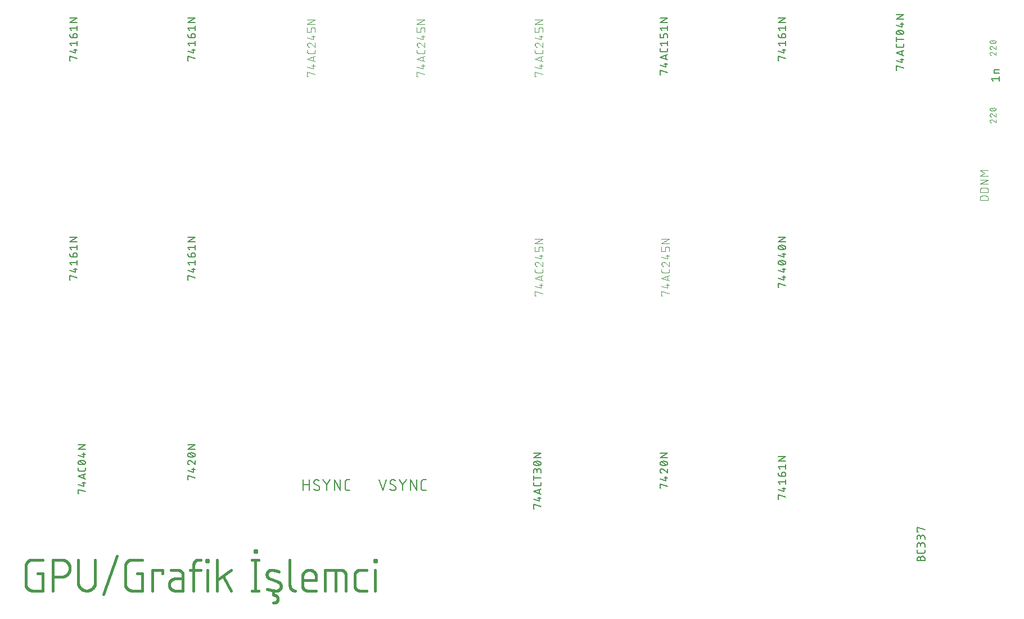
<source format=gbr>
G04 EAGLE Gerber RS-274X export*
G75*
%MOMM*%
%FSLAX34Y34*%
%LPD*%
%INSilkscreen Top*%
%IPPOS*%
%AMOC8*
5,1,8,0,0,1.08239X$1,22.5*%
G01*
%ADD10C,0.406400*%
%ADD11C,0.152400*%
%ADD12C,0.127000*%
%ADD13C,0.101600*%


D10*
X124347Y-25344D02*
X132136Y-25344D01*
X132136Y-51308D01*
X116558Y-51308D01*
X116307Y-51305D01*
X116056Y-51296D01*
X115806Y-51281D01*
X115556Y-51260D01*
X115306Y-51232D01*
X115057Y-51199D01*
X114809Y-51160D01*
X114563Y-51115D01*
X114317Y-51063D01*
X114072Y-51006D01*
X113830Y-50943D01*
X113588Y-50874D01*
X113349Y-50800D01*
X113111Y-50719D01*
X112875Y-50633D01*
X112641Y-50541D01*
X112410Y-50444D01*
X112181Y-50341D01*
X111955Y-50232D01*
X111731Y-50118D01*
X111511Y-49999D01*
X111293Y-49874D01*
X111078Y-49745D01*
X110866Y-49610D01*
X110658Y-49470D01*
X110453Y-49324D01*
X110252Y-49174D01*
X110054Y-49020D01*
X109861Y-48860D01*
X109671Y-48696D01*
X109485Y-48527D01*
X109303Y-48354D01*
X109126Y-48177D01*
X108953Y-47995D01*
X108784Y-47809D01*
X108620Y-47619D01*
X108460Y-47426D01*
X108306Y-47228D01*
X108156Y-47027D01*
X108010Y-46822D01*
X107870Y-46614D01*
X107735Y-46402D01*
X107606Y-46187D01*
X107481Y-45969D01*
X107362Y-45749D01*
X107248Y-45525D01*
X107139Y-45299D01*
X107036Y-45070D01*
X106939Y-44839D01*
X106847Y-44605D01*
X106761Y-44369D01*
X106680Y-44131D01*
X106606Y-43892D01*
X106537Y-43650D01*
X106474Y-43408D01*
X106417Y-43163D01*
X106365Y-42917D01*
X106320Y-42671D01*
X106281Y-42423D01*
X106248Y-42174D01*
X106220Y-41924D01*
X106199Y-41674D01*
X106184Y-41424D01*
X106175Y-41173D01*
X106172Y-40922D01*
X106172Y-14958D01*
X106175Y-14703D01*
X106185Y-14448D01*
X106200Y-14194D01*
X106222Y-13940D01*
X106250Y-13687D01*
X106284Y-13434D01*
X106325Y-13182D01*
X106372Y-12932D01*
X106424Y-12682D01*
X106483Y-12434D01*
X106548Y-12188D01*
X106619Y-11943D01*
X106696Y-11700D01*
X106779Y-11459D01*
X106868Y-11220D01*
X106963Y-10983D01*
X107063Y-10749D01*
X107169Y-10517D01*
X107281Y-10288D01*
X107398Y-10062D01*
X107521Y-9839D01*
X107650Y-9619D01*
X107783Y-9402D01*
X107922Y-9188D01*
X108067Y-8978D01*
X108216Y-8771D01*
X108370Y-8568D01*
X108529Y-8369D01*
X108694Y-8174D01*
X108862Y-7983D01*
X109036Y-7796D01*
X109214Y-7614D01*
X109396Y-7436D01*
X109583Y-7263D01*
X109774Y-7094D01*
X109969Y-6930D01*
X110168Y-6770D01*
X110371Y-6616D01*
X110578Y-6467D01*
X110788Y-6322D01*
X111001Y-6183D01*
X111218Y-6050D01*
X111439Y-5921D01*
X111662Y-5798D01*
X111888Y-5681D01*
X112117Y-5569D01*
X112349Y-5463D01*
X112583Y-5363D01*
X112820Y-5268D01*
X113059Y-5179D01*
X113300Y-5096D01*
X113543Y-5019D01*
X113788Y-4948D01*
X114034Y-4883D01*
X114282Y-4824D01*
X114532Y-4772D01*
X114782Y-4725D01*
X115034Y-4684D01*
X115287Y-4650D01*
X115540Y-4622D01*
X115794Y-4600D01*
X116048Y-4585D01*
X116303Y-4575D01*
X116558Y-4572D01*
X132136Y-4572D01*
X146718Y-4572D02*
X146718Y-51308D01*
X146718Y-4572D02*
X159700Y-4572D01*
X160016Y-4576D01*
X160332Y-4587D01*
X160648Y-4607D01*
X160963Y-4634D01*
X161277Y-4668D01*
X161590Y-4710D01*
X161902Y-4760D01*
X162213Y-4818D01*
X162523Y-4883D01*
X162830Y-4955D01*
X163136Y-5035D01*
X163440Y-5122D01*
X163742Y-5217D01*
X164041Y-5319D01*
X164338Y-5429D01*
X164631Y-5545D01*
X164922Y-5669D01*
X165210Y-5799D01*
X165495Y-5937D01*
X165776Y-6082D01*
X166054Y-6233D01*
X166327Y-6391D01*
X166597Y-6556D01*
X166863Y-6727D01*
X167125Y-6905D01*
X167382Y-7089D01*
X167634Y-7279D01*
X167882Y-7475D01*
X168125Y-7677D01*
X168363Y-7885D01*
X168596Y-8099D01*
X168824Y-8319D01*
X169046Y-8544D01*
X169262Y-8774D01*
X169473Y-9009D01*
X169679Y-9250D01*
X169878Y-9495D01*
X170071Y-9745D01*
X170258Y-10000D01*
X170439Y-10260D01*
X170613Y-10523D01*
X170781Y-10791D01*
X170943Y-11063D01*
X171097Y-11339D01*
X171245Y-11618D01*
X171387Y-11901D01*
X171521Y-12187D01*
X171648Y-12477D01*
X171768Y-12769D01*
X171881Y-13064D01*
X171987Y-13362D01*
X172085Y-13663D01*
X172176Y-13966D01*
X172260Y-14270D01*
X172336Y-14577D01*
X172405Y-14886D01*
X172466Y-15196D01*
X172520Y-15508D01*
X172566Y-15820D01*
X172604Y-16134D01*
X172635Y-16449D01*
X172658Y-16764D01*
X172673Y-17080D01*
X172681Y-17396D01*
X172681Y-17712D01*
X172673Y-18028D01*
X172658Y-18344D01*
X172635Y-18659D01*
X172604Y-18974D01*
X172566Y-19288D01*
X172520Y-19600D01*
X172466Y-19912D01*
X172405Y-20222D01*
X172336Y-20531D01*
X172260Y-20838D01*
X172176Y-21142D01*
X172085Y-21445D01*
X171987Y-21746D01*
X171881Y-22044D01*
X171768Y-22339D01*
X171648Y-22631D01*
X171521Y-22921D01*
X171387Y-23207D01*
X171245Y-23490D01*
X171097Y-23769D01*
X170943Y-24045D01*
X170781Y-24317D01*
X170613Y-24585D01*
X170439Y-24848D01*
X170258Y-25108D01*
X170071Y-25363D01*
X169878Y-25613D01*
X169679Y-25858D01*
X169473Y-26099D01*
X169262Y-26334D01*
X169046Y-26564D01*
X168824Y-26789D01*
X168596Y-27009D01*
X168363Y-27223D01*
X168125Y-27431D01*
X167882Y-27633D01*
X167634Y-27829D01*
X167382Y-28019D01*
X167125Y-28203D01*
X166863Y-28381D01*
X166597Y-28552D01*
X166327Y-28717D01*
X166054Y-28875D01*
X165776Y-29026D01*
X165495Y-29171D01*
X165210Y-29309D01*
X164922Y-29439D01*
X164631Y-29563D01*
X164338Y-29679D01*
X164041Y-29789D01*
X163742Y-29891D01*
X163440Y-29986D01*
X163136Y-30073D01*
X162830Y-30153D01*
X162523Y-30225D01*
X162213Y-30290D01*
X161902Y-30348D01*
X161590Y-30398D01*
X161277Y-30440D01*
X160963Y-30474D01*
X160648Y-30501D01*
X160332Y-30521D01*
X160016Y-30532D01*
X159700Y-30536D01*
X146718Y-30536D01*
X184912Y-38326D02*
X184912Y-4572D01*
X184912Y-38326D02*
X184916Y-38642D01*
X184927Y-38958D01*
X184947Y-39274D01*
X184974Y-39589D01*
X185008Y-39903D01*
X185050Y-40216D01*
X185100Y-40528D01*
X185158Y-40839D01*
X185223Y-41149D01*
X185295Y-41456D01*
X185375Y-41762D01*
X185462Y-42066D01*
X185557Y-42368D01*
X185659Y-42667D01*
X185769Y-42964D01*
X185885Y-43257D01*
X186009Y-43548D01*
X186139Y-43836D01*
X186277Y-44121D01*
X186422Y-44402D01*
X186573Y-44680D01*
X186731Y-44953D01*
X186896Y-45223D01*
X187067Y-45489D01*
X187245Y-45751D01*
X187429Y-46008D01*
X187619Y-46260D01*
X187815Y-46508D01*
X188017Y-46751D01*
X188225Y-46989D01*
X188439Y-47222D01*
X188659Y-47450D01*
X188884Y-47672D01*
X189114Y-47888D01*
X189349Y-48099D01*
X189590Y-48305D01*
X189835Y-48504D01*
X190085Y-48697D01*
X190340Y-48884D01*
X190600Y-49065D01*
X190863Y-49239D01*
X191131Y-49407D01*
X191403Y-49569D01*
X191679Y-49723D01*
X191958Y-49871D01*
X192241Y-50013D01*
X192527Y-50147D01*
X192817Y-50274D01*
X193109Y-50394D01*
X193404Y-50507D01*
X193702Y-50613D01*
X194003Y-50711D01*
X194306Y-50802D01*
X194610Y-50886D01*
X194917Y-50962D01*
X195226Y-51031D01*
X195536Y-51092D01*
X195848Y-51146D01*
X196160Y-51192D01*
X196474Y-51230D01*
X196789Y-51261D01*
X197104Y-51284D01*
X197420Y-51299D01*
X197736Y-51307D01*
X198052Y-51307D01*
X198368Y-51299D01*
X198684Y-51284D01*
X198999Y-51261D01*
X199314Y-51230D01*
X199628Y-51192D01*
X199940Y-51146D01*
X200252Y-51092D01*
X200562Y-51031D01*
X200871Y-50962D01*
X201178Y-50886D01*
X201482Y-50802D01*
X201785Y-50711D01*
X202086Y-50613D01*
X202384Y-50507D01*
X202679Y-50394D01*
X202971Y-50274D01*
X203261Y-50147D01*
X203547Y-50013D01*
X203830Y-49871D01*
X204109Y-49723D01*
X204385Y-49569D01*
X204657Y-49407D01*
X204925Y-49239D01*
X205188Y-49065D01*
X205448Y-48884D01*
X205703Y-48697D01*
X205953Y-48504D01*
X206198Y-48305D01*
X206439Y-48099D01*
X206674Y-47888D01*
X206904Y-47672D01*
X207129Y-47450D01*
X207349Y-47222D01*
X207563Y-46989D01*
X207771Y-46751D01*
X207973Y-46508D01*
X208169Y-46260D01*
X208359Y-46008D01*
X208543Y-45751D01*
X208721Y-45489D01*
X208892Y-45223D01*
X209057Y-44953D01*
X209215Y-44680D01*
X209366Y-44402D01*
X209511Y-44121D01*
X209649Y-43836D01*
X209779Y-43548D01*
X209903Y-43257D01*
X210019Y-42964D01*
X210129Y-42667D01*
X210231Y-42368D01*
X210326Y-42066D01*
X210413Y-41762D01*
X210493Y-41456D01*
X210565Y-41149D01*
X210630Y-40839D01*
X210688Y-40528D01*
X210738Y-40216D01*
X210780Y-39903D01*
X210814Y-39589D01*
X210841Y-39274D01*
X210861Y-38958D01*
X210872Y-38642D01*
X210876Y-38326D01*
X210876Y-4572D01*
X243840Y621D02*
X223068Y-56501D01*
X274207Y-25344D02*
X281996Y-25344D01*
X281996Y-51308D01*
X266418Y-51308D01*
X266167Y-51305D01*
X265916Y-51296D01*
X265666Y-51281D01*
X265416Y-51260D01*
X265166Y-51232D01*
X264917Y-51199D01*
X264669Y-51160D01*
X264423Y-51115D01*
X264177Y-51063D01*
X263932Y-51006D01*
X263690Y-50943D01*
X263448Y-50874D01*
X263209Y-50800D01*
X262971Y-50719D01*
X262735Y-50633D01*
X262501Y-50541D01*
X262270Y-50444D01*
X262041Y-50341D01*
X261815Y-50232D01*
X261591Y-50118D01*
X261371Y-49999D01*
X261153Y-49874D01*
X260938Y-49745D01*
X260726Y-49610D01*
X260518Y-49470D01*
X260313Y-49324D01*
X260112Y-49174D01*
X259914Y-49020D01*
X259721Y-48860D01*
X259531Y-48696D01*
X259345Y-48527D01*
X259163Y-48354D01*
X258986Y-48177D01*
X258813Y-47995D01*
X258644Y-47809D01*
X258480Y-47619D01*
X258320Y-47426D01*
X258166Y-47228D01*
X258016Y-47027D01*
X257870Y-46822D01*
X257730Y-46614D01*
X257595Y-46402D01*
X257466Y-46187D01*
X257341Y-45969D01*
X257222Y-45749D01*
X257108Y-45525D01*
X256999Y-45299D01*
X256896Y-45070D01*
X256799Y-44839D01*
X256707Y-44605D01*
X256621Y-44369D01*
X256540Y-44131D01*
X256466Y-43892D01*
X256397Y-43650D01*
X256334Y-43408D01*
X256277Y-43163D01*
X256225Y-42917D01*
X256180Y-42671D01*
X256141Y-42423D01*
X256108Y-42174D01*
X256080Y-41924D01*
X256059Y-41674D01*
X256044Y-41424D01*
X256035Y-41173D01*
X256032Y-40922D01*
X256032Y-14958D01*
X256035Y-14703D01*
X256045Y-14448D01*
X256060Y-14194D01*
X256082Y-13940D01*
X256110Y-13687D01*
X256144Y-13434D01*
X256185Y-13182D01*
X256232Y-12932D01*
X256284Y-12682D01*
X256343Y-12434D01*
X256408Y-12188D01*
X256479Y-11943D01*
X256556Y-11700D01*
X256639Y-11459D01*
X256728Y-11220D01*
X256823Y-10983D01*
X256923Y-10749D01*
X257029Y-10517D01*
X257141Y-10288D01*
X257258Y-10062D01*
X257381Y-9839D01*
X257510Y-9619D01*
X257643Y-9402D01*
X257782Y-9188D01*
X257927Y-8978D01*
X258076Y-8771D01*
X258230Y-8568D01*
X258389Y-8369D01*
X258554Y-8174D01*
X258722Y-7983D01*
X258896Y-7796D01*
X259074Y-7614D01*
X259256Y-7436D01*
X259443Y-7263D01*
X259634Y-7094D01*
X259829Y-6930D01*
X260028Y-6770D01*
X260231Y-6616D01*
X260438Y-6467D01*
X260648Y-6322D01*
X260861Y-6183D01*
X261078Y-6050D01*
X261299Y-5921D01*
X261522Y-5798D01*
X261748Y-5681D01*
X261977Y-5569D01*
X262209Y-5463D01*
X262443Y-5363D01*
X262680Y-5268D01*
X262919Y-5179D01*
X263160Y-5096D01*
X263403Y-5019D01*
X263648Y-4948D01*
X263894Y-4883D01*
X264142Y-4824D01*
X264392Y-4772D01*
X264642Y-4725D01*
X264894Y-4684D01*
X265147Y-4650D01*
X265400Y-4622D01*
X265654Y-4600D01*
X265908Y-4585D01*
X266163Y-4575D01*
X266418Y-4572D01*
X281996Y-4572D01*
X296683Y-20151D02*
X296683Y-51308D01*
X296683Y-20151D02*
X312262Y-20151D01*
X312262Y-25344D01*
X331248Y-33133D02*
X342932Y-33133D01*
X331248Y-33132D02*
X331027Y-33135D01*
X330806Y-33143D01*
X330585Y-33156D01*
X330364Y-33175D01*
X330144Y-33199D01*
X329925Y-33229D01*
X329706Y-33264D01*
X329489Y-33304D01*
X329272Y-33349D01*
X329057Y-33400D01*
X328842Y-33456D01*
X328630Y-33517D01*
X328419Y-33584D01*
X328209Y-33655D01*
X328001Y-33732D01*
X327796Y-33813D01*
X327592Y-33900D01*
X327391Y-33991D01*
X327191Y-34088D01*
X326994Y-34189D01*
X326800Y-34295D01*
X326609Y-34405D01*
X326420Y-34521D01*
X326234Y-34641D01*
X326050Y-34765D01*
X325870Y-34894D01*
X325694Y-35027D01*
X325520Y-35164D01*
X325350Y-35306D01*
X325183Y-35452D01*
X325020Y-35601D01*
X324861Y-35755D01*
X324706Y-35912D01*
X324554Y-36073D01*
X324406Y-36238D01*
X324263Y-36407D01*
X324123Y-36578D01*
X323988Y-36754D01*
X323857Y-36932D01*
X323730Y-37114D01*
X323608Y-37298D01*
X323491Y-37486D01*
X323378Y-37676D01*
X323269Y-37869D01*
X323166Y-38065D01*
X323067Y-38263D01*
X322973Y-38463D01*
X322884Y-38666D01*
X322800Y-38870D01*
X322721Y-39077D01*
X322647Y-39286D01*
X322578Y-39496D01*
X322514Y-39708D01*
X322456Y-39921D01*
X322402Y-40136D01*
X322354Y-40352D01*
X322311Y-40569D01*
X322274Y-40787D01*
X322241Y-41006D01*
X322215Y-41226D01*
X322193Y-41446D01*
X322177Y-41667D01*
X322166Y-41888D01*
X322161Y-42109D01*
X322161Y-42331D01*
X322166Y-42552D01*
X322177Y-42773D01*
X322193Y-42994D01*
X322215Y-43214D01*
X322241Y-43434D01*
X322274Y-43653D01*
X322311Y-43871D01*
X322354Y-44088D01*
X322402Y-44304D01*
X322456Y-44519D01*
X322514Y-44732D01*
X322578Y-44944D01*
X322647Y-45154D01*
X322721Y-45363D01*
X322800Y-45570D01*
X322884Y-45774D01*
X322973Y-45977D01*
X323067Y-46177D01*
X323166Y-46375D01*
X323269Y-46571D01*
X323378Y-46764D01*
X323491Y-46954D01*
X323608Y-47142D01*
X323730Y-47326D01*
X323857Y-47508D01*
X323988Y-47686D01*
X324123Y-47862D01*
X324263Y-48033D01*
X324406Y-48202D01*
X324554Y-48367D01*
X324706Y-48528D01*
X324861Y-48685D01*
X325020Y-48839D01*
X325183Y-48988D01*
X325350Y-49134D01*
X325520Y-49276D01*
X325694Y-49413D01*
X325870Y-49546D01*
X326050Y-49675D01*
X326234Y-49799D01*
X326420Y-49919D01*
X326609Y-50035D01*
X326800Y-50145D01*
X326994Y-50251D01*
X327191Y-50352D01*
X327391Y-50449D01*
X327592Y-50540D01*
X327796Y-50627D01*
X328001Y-50708D01*
X328209Y-50785D01*
X328419Y-50856D01*
X328630Y-50923D01*
X328842Y-50984D01*
X329057Y-51040D01*
X329272Y-51091D01*
X329489Y-51136D01*
X329706Y-51176D01*
X329925Y-51211D01*
X330144Y-51241D01*
X330364Y-51265D01*
X330585Y-51284D01*
X330806Y-51297D01*
X331027Y-51305D01*
X331248Y-51308D01*
X342932Y-51308D01*
X342932Y-27940D01*
X342930Y-27752D01*
X342923Y-27564D01*
X342912Y-27376D01*
X342896Y-27188D01*
X342875Y-27001D01*
X342850Y-26815D01*
X342821Y-26629D01*
X342787Y-26444D01*
X342748Y-26259D01*
X342706Y-26076D01*
X342658Y-25894D01*
X342607Y-25713D01*
X342551Y-25533D01*
X342490Y-25355D01*
X342426Y-25178D01*
X342357Y-25003D01*
X342284Y-24829D01*
X342207Y-24658D01*
X342125Y-24488D01*
X342040Y-24320D01*
X341950Y-24155D01*
X341857Y-23991D01*
X341760Y-23830D01*
X341658Y-23672D01*
X341553Y-23515D01*
X341444Y-23362D01*
X341332Y-23211D01*
X341216Y-23063D01*
X341096Y-22917D01*
X340973Y-22775D01*
X340847Y-22636D01*
X340717Y-22499D01*
X340584Y-22366D01*
X340447Y-22236D01*
X340308Y-22110D01*
X340166Y-21987D01*
X340020Y-21867D01*
X339872Y-21751D01*
X339721Y-21639D01*
X339568Y-21530D01*
X339411Y-21425D01*
X339253Y-21323D01*
X339092Y-21226D01*
X338928Y-21133D01*
X338763Y-21043D01*
X338595Y-20958D01*
X338425Y-20876D01*
X338254Y-20799D01*
X338080Y-20726D01*
X337905Y-20657D01*
X337728Y-20593D01*
X337550Y-20532D01*
X337370Y-20476D01*
X337189Y-20425D01*
X337007Y-20377D01*
X336824Y-20335D01*
X336639Y-20296D01*
X336454Y-20262D01*
X336268Y-20233D01*
X336082Y-20208D01*
X335895Y-20187D01*
X335707Y-20171D01*
X335519Y-20160D01*
X335331Y-20153D01*
X335143Y-20151D01*
X324757Y-20151D01*
X358958Y-12361D02*
X358958Y-51308D01*
X358959Y-12361D02*
X358961Y-12173D01*
X358968Y-11985D01*
X358979Y-11797D01*
X358995Y-11609D01*
X359016Y-11422D01*
X359041Y-11236D01*
X359070Y-11050D01*
X359104Y-10865D01*
X359143Y-10680D01*
X359185Y-10497D01*
X359233Y-10315D01*
X359284Y-10134D01*
X359340Y-9954D01*
X359401Y-9776D01*
X359465Y-9599D01*
X359534Y-9424D01*
X359607Y-9250D01*
X359684Y-9079D01*
X359766Y-8909D01*
X359851Y-8741D01*
X359941Y-8576D01*
X360034Y-8412D01*
X360131Y-8251D01*
X360233Y-8093D01*
X360338Y-7936D01*
X360447Y-7783D01*
X360559Y-7632D01*
X360675Y-7484D01*
X360795Y-7338D01*
X360918Y-7196D01*
X361044Y-7057D01*
X361174Y-6920D01*
X361307Y-6787D01*
X361444Y-6657D01*
X361583Y-6531D01*
X361725Y-6408D01*
X361871Y-6288D01*
X362019Y-6172D01*
X362170Y-6060D01*
X362323Y-5951D01*
X362480Y-5846D01*
X362638Y-5744D01*
X362799Y-5647D01*
X362963Y-5554D01*
X363128Y-5464D01*
X363296Y-5379D01*
X363466Y-5297D01*
X363637Y-5220D01*
X363811Y-5147D01*
X363986Y-5078D01*
X364163Y-5014D01*
X364341Y-4953D01*
X364521Y-4897D01*
X364702Y-4846D01*
X364884Y-4798D01*
X365067Y-4756D01*
X365252Y-4717D01*
X365437Y-4683D01*
X365623Y-4654D01*
X365809Y-4629D01*
X365996Y-4608D01*
X366184Y-4592D01*
X366372Y-4581D01*
X366560Y-4574D01*
X366748Y-4572D01*
X369344Y-4572D01*
X369344Y-20151D02*
X353765Y-20151D01*
X379504Y-20151D02*
X379504Y-51308D01*
X378206Y-7168D02*
X378206Y-4572D01*
X380802Y-4572D01*
X380802Y-7168D01*
X378206Y-7168D01*
X394443Y-4572D02*
X394443Y-51308D01*
X394443Y-35729D02*
X415215Y-20151D01*
X403531Y-29238D02*
X415215Y-51308D01*
X451894Y-51308D02*
X451894Y-4572D01*
X446701Y-51308D02*
X457087Y-51308D01*
X457087Y-4572D02*
X446701Y-4572D01*
X450596Y7112D02*
X450596Y9708D01*
X453192Y9708D01*
X453192Y7112D01*
X450596Y7112D01*
X473343Y-33133D02*
X486325Y-38326D01*
X473343Y-33133D02*
X473191Y-33070D01*
X473042Y-33003D01*
X472893Y-32933D01*
X472747Y-32860D01*
X472602Y-32783D01*
X472460Y-32702D01*
X472319Y-32618D01*
X472180Y-32530D01*
X472044Y-32440D01*
X471910Y-32346D01*
X471778Y-32248D01*
X471649Y-32148D01*
X471522Y-32044D01*
X471397Y-31937D01*
X471276Y-31827D01*
X471156Y-31715D01*
X471040Y-31599D01*
X470927Y-31481D01*
X470816Y-31360D01*
X470709Y-31236D01*
X470604Y-31110D01*
X470503Y-30981D01*
X470405Y-30850D01*
X470310Y-30716D01*
X470218Y-30581D01*
X470130Y-30443D01*
X470045Y-30302D01*
X469963Y-30160D01*
X469885Y-30016D01*
X469811Y-29870D01*
X469740Y-29723D01*
X469672Y-29573D01*
X469609Y-29422D01*
X469549Y-29270D01*
X469492Y-29116D01*
X469440Y-28960D01*
X469391Y-28804D01*
X469346Y-28646D01*
X469305Y-28488D01*
X469268Y-28328D01*
X469235Y-28167D01*
X469206Y-28006D01*
X469180Y-27844D01*
X469159Y-27682D01*
X469141Y-27519D01*
X469128Y-27356D01*
X469118Y-27192D01*
X469113Y-27028D01*
X469111Y-26864D01*
X469113Y-26700D01*
X469120Y-26537D01*
X469130Y-26373D01*
X469145Y-26210D01*
X469163Y-26047D01*
X469185Y-25885D01*
X469212Y-25723D01*
X469242Y-25562D01*
X469276Y-25401D01*
X469314Y-25242D01*
X469356Y-25084D01*
X469401Y-24926D01*
X469451Y-24770D01*
X469504Y-24615D01*
X469561Y-24461D01*
X469622Y-24309D01*
X469687Y-24158D01*
X469755Y-24009D01*
X469826Y-23862D01*
X469902Y-23716D01*
X469980Y-23573D01*
X470063Y-23431D01*
X470149Y-23291D01*
X470238Y-23154D01*
X470330Y-23018D01*
X470426Y-22885D01*
X470525Y-22755D01*
X470627Y-22626D01*
X470732Y-22501D01*
X470840Y-22378D01*
X470951Y-22257D01*
X471065Y-22139D01*
X471182Y-22025D01*
X471302Y-21913D01*
X471424Y-21803D01*
X471549Y-21697D01*
X471676Y-21594D01*
X471806Y-21495D01*
X471939Y-21398D01*
X472073Y-21304D01*
X472210Y-21214D01*
X472349Y-21128D01*
X472490Y-21044D01*
X472633Y-20964D01*
X472778Y-20888D01*
X472925Y-20815D01*
X473074Y-20746D01*
X473224Y-20680D01*
X473376Y-20618D01*
X473529Y-20560D01*
X473684Y-20506D01*
X473839Y-20455D01*
X473996Y-20408D01*
X474155Y-20365D01*
X474314Y-20326D01*
X474474Y-20291D01*
X474635Y-20259D01*
X474796Y-20232D01*
X474958Y-20208D01*
X475121Y-20189D01*
X475284Y-20173D01*
X475448Y-20162D01*
X475611Y-20154D01*
X475775Y-20150D01*
X475939Y-20151D01*
X476648Y-20170D01*
X477356Y-20205D01*
X478063Y-20258D01*
X478768Y-20328D01*
X479472Y-20414D01*
X480173Y-20518D01*
X480872Y-20638D01*
X481568Y-20775D01*
X482260Y-20929D01*
X482948Y-21099D01*
X483632Y-21286D01*
X484311Y-21490D01*
X484985Y-21709D01*
X485654Y-21945D01*
X486317Y-22197D01*
X486973Y-22464D01*
X487623Y-22747D01*
X486325Y-38325D02*
X486477Y-38388D01*
X486626Y-38455D01*
X486775Y-38525D01*
X486921Y-38598D01*
X487066Y-38675D01*
X487208Y-38756D01*
X487349Y-38840D01*
X487488Y-38928D01*
X487624Y-39018D01*
X487758Y-39113D01*
X487890Y-39210D01*
X488019Y-39310D01*
X488146Y-39414D01*
X488271Y-39521D01*
X488393Y-39631D01*
X488512Y-39743D01*
X488628Y-39859D01*
X488741Y-39977D01*
X488852Y-40098D01*
X488959Y-40222D01*
X489064Y-40348D01*
X489165Y-40477D01*
X489263Y-40608D01*
X489358Y-40742D01*
X489450Y-40877D01*
X489538Y-41015D01*
X489623Y-41156D01*
X489705Y-41298D01*
X489783Y-41442D01*
X489857Y-41588D01*
X489928Y-41736D01*
X489996Y-41885D01*
X490059Y-42036D01*
X490119Y-42188D01*
X490176Y-42342D01*
X490228Y-42498D01*
X490277Y-42654D01*
X490322Y-42812D01*
X490363Y-42970D01*
X490400Y-43130D01*
X490433Y-43291D01*
X490462Y-43452D01*
X490488Y-43614D01*
X490509Y-43776D01*
X490527Y-43939D01*
X490540Y-44102D01*
X490550Y-44266D01*
X490555Y-44430D01*
X490557Y-44594D01*
X490555Y-44758D01*
X490548Y-44921D01*
X490538Y-45085D01*
X490523Y-45248D01*
X490505Y-45411D01*
X490483Y-45573D01*
X490456Y-45735D01*
X490426Y-45896D01*
X490392Y-46057D01*
X490354Y-46216D01*
X490312Y-46374D01*
X490267Y-46532D01*
X490217Y-46688D01*
X490164Y-46843D01*
X490107Y-46997D01*
X490046Y-47149D01*
X489981Y-47300D01*
X489913Y-47449D01*
X489842Y-47596D01*
X489766Y-47742D01*
X489688Y-47885D01*
X489605Y-48027D01*
X489519Y-48167D01*
X489430Y-48304D01*
X489338Y-48440D01*
X489242Y-48573D01*
X489143Y-48703D01*
X489041Y-48832D01*
X488936Y-48957D01*
X488828Y-49080D01*
X488717Y-49201D01*
X488603Y-49319D01*
X488486Y-49433D01*
X488366Y-49545D01*
X488244Y-49655D01*
X488119Y-49761D01*
X487992Y-49864D01*
X487862Y-49963D01*
X487729Y-50060D01*
X487595Y-50154D01*
X487458Y-50244D01*
X487319Y-50330D01*
X487178Y-50414D01*
X487035Y-50494D01*
X486890Y-50570D01*
X486743Y-50643D01*
X486594Y-50712D01*
X486444Y-50778D01*
X486292Y-50840D01*
X486139Y-50898D01*
X485984Y-50952D01*
X485829Y-51003D01*
X485672Y-51050D01*
X485513Y-51093D01*
X485354Y-51132D01*
X485194Y-51167D01*
X485033Y-51199D01*
X484872Y-51226D01*
X484710Y-51250D01*
X484547Y-51269D01*
X484384Y-51285D01*
X484220Y-51296D01*
X484057Y-51304D01*
X483893Y-51308D01*
X483729Y-51307D01*
X483729Y-51308D02*
X482688Y-51280D01*
X481648Y-51229D01*
X480609Y-51152D01*
X479572Y-51051D01*
X478539Y-50926D01*
X477508Y-50776D01*
X476481Y-50602D01*
X475459Y-50403D01*
X474441Y-50181D01*
X473429Y-49934D01*
X472424Y-49664D01*
X471425Y-49370D01*
X470433Y-49052D01*
X469449Y-48711D01*
X478536Y-51308D02*
X478536Y-57799D01*
X479834Y-57799D01*
X479987Y-57801D01*
X480140Y-57807D01*
X480292Y-57817D01*
X480445Y-57831D01*
X480597Y-57848D01*
X480748Y-57870D01*
X480899Y-57896D01*
X481049Y-57925D01*
X481198Y-57959D01*
X481347Y-57996D01*
X481494Y-58037D01*
X481640Y-58082D01*
X481786Y-58130D01*
X481929Y-58183D01*
X482072Y-58239D01*
X482212Y-58298D01*
X482352Y-58362D01*
X482489Y-58429D01*
X482625Y-58499D01*
X482759Y-58573D01*
X482891Y-58650D01*
X483021Y-58731D01*
X483149Y-58815D01*
X483274Y-58903D01*
X483398Y-58993D01*
X483518Y-59087D01*
X483637Y-59184D01*
X483753Y-59284D01*
X483866Y-59387D01*
X483977Y-59492D01*
X484084Y-59601D01*
X484189Y-59712D01*
X484291Y-59826D01*
X484390Y-59943D01*
X484486Y-60062D01*
X484579Y-60183D01*
X484669Y-60307D01*
X484755Y-60434D01*
X484839Y-60562D01*
X484918Y-60692D01*
X484995Y-60825D01*
X485068Y-60959D01*
X485137Y-61096D01*
X485203Y-61234D01*
X485266Y-61373D01*
X485324Y-61515D01*
X485379Y-61657D01*
X485431Y-61802D01*
X485478Y-61947D01*
X485522Y-62094D01*
X485562Y-62241D01*
X485598Y-62390D01*
X485630Y-62539D01*
X485659Y-62690D01*
X485683Y-62841D01*
X485704Y-62992D01*
X485721Y-63144D01*
X485733Y-63297D01*
X485742Y-63450D01*
X485747Y-63603D01*
X485748Y-63755D01*
X485745Y-63908D01*
X485738Y-64061D01*
X485727Y-64214D01*
X485712Y-64366D01*
X485693Y-64518D01*
X485670Y-64669D01*
X485644Y-64820D01*
X485613Y-64970D01*
X485578Y-65119D01*
X485540Y-65267D01*
X485498Y-65414D01*
X485452Y-65560D01*
X485403Y-65705D01*
X485349Y-65848D01*
X485292Y-65990D01*
X485231Y-66130D01*
X485167Y-66269D01*
X485099Y-66406D01*
X485028Y-66542D01*
X484953Y-66675D01*
X484875Y-66806D01*
X484793Y-66936D01*
X484708Y-67063D01*
X484620Y-67188D01*
X484528Y-67310D01*
X484433Y-67431D01*
X484336Y-67548D01*
X484235Y-67663D01*
X484131Y-67776D01*
X484025Y-67886D01*
X483916Y-67993D01*
X483803Y-68097D01*
X483689Y-68198D01*
X483571Y-68296D01*
X483452Y-68391D01*
X483329Y-68483D01*
X483205Y-68572D01*
X483078Y-68658D01*
X482949Y-68740D01*
X482818Y-68819D01*
X482685Y-68894D01*
X482550Y-68966D01*
X482413Y-69035D01*
X482275Y-69100D01*
X482134Y-69161D01*
X481993Y-69219D01*
X481850Y-69273D01*
X481705Y-69323D01*
X481559Y-69370D01*
X481412Y-69412D01*
X481265Y-69451D01*
X481116Y-69486D01*
X480966Y-69518D01*
X480815Y-69545D01*
X480664Y-69568D01*
X480512Y-69588D01*
X480360Y-69604D01*
X480208Y-69615D01*
X480055Y-69623D01*
X479902Y-69627D01*
X479749Y-69626D01*
X479596Y-69622D01*
X479443Y-69614D01*
X479291Y-69602D01*
X479139Y-69586D01*
X478987Y-69566D01*
X478836Y-69542D01*
X478685Y-69514D01*
X478536Y-69483D01*
X503851Y-43519D02*
X503851Y-4572D01*
X503852Y-43519D02*
X503854Y-43707D01*
X503861Y-43895D01*
X503872Y-44083D01*
X503888Y-44271D01*
X503909Y-44458D01*
X503934Y-44644D01*
X503963Y-44830D01*
X503997Y-45015D01*
X504036Y-45200D01*
X504078Y-45383D01*
X504126Y-45565D01*
X504177Y-45746D01*
X504233Y-45926D01*
X504294Y-46104D01*
X504358Y-46281D01*
X504427Y-46456D01*
X504500Y-46630D01*
X504577Y-46801D01*
X504659Y-46971D01*
X504744Y-47139D01*
X504834Y-47304D01*
X504927Y-47468D01*
X505024Y-47629D01*
X505126Y-47787D01*
X505231Y-47944D01*
X505340Y-48097D01*
X505452Y-48248D01*
X505568Y-48396D01*
X505688Y-48542D01*
X505811Y-48684D01*
X505937Y-48823D01*
X506067Y-48960D01*
X506200Y-49093D01*
X506337Y-49223D01*
X506476Y-49349D01*
X506618Y-49472D01*
X506764Y-49592D01*
X506912Y-49708D01*
X507063Y-49820D01*
X507216Y-49929D01*
X507373Y-50034D01*
X507531Y-50136D01*
X507692Y-50233D01*
X507856Y-50326D01*
X508021Y-50416D01*
X508189Y-50501D01*
X508359Y-50583D01*
X508530Y-50660D01*
X508704Y-50733D01*
X508879Y-50802D01*
X509056Y-50866D01*
X509234Y-50927D01*
X509414Y-50983D01*
X509595Y-51034D01*
X509777Y-51082D01*
X509960Y-51124D01*
X510145Y-51163D01*
X510330Y-51197D01*
X510516Y-51226D01*
X510702Y-51251D01*
X510889Y-51272D01*
X511077Y-51288D01*
X511265Y-51299D01*
X511453Y-51306D01*
X511641Y-51308D01*
X530578Y-51308D02*
X543560Y-51308D01*
X530578Y-51308D02*
X530390Y-51306D01*
X530202Y-51299D01*
X530014Y-51288D01*
X529826Y-51272D01*
X529639Y-51251D01*
X529453Y-51226D01*
X529267Y-51197D01*
X529082Y-51163D01*
X528897Y-51124D01*
X528714Y-51082D01*
X528532Y-51034D01*
X528351Y-50983D01*
X528171Y-50927D01*
X527993Y-50866D01*
X527816Y-50802D01*
X527641Y-50733D01*
X527467Y-50660D01*
X527296Y-50583D01*
X527126Y-50501D01*
X526958Y-50416D01*
X526793Y-50326D01*
X526629Y-50233D01*
X526468Y-50136D01*
X526310Y-50034D01*
X526153Y-49929D01*
X526000Y-49820D01*
X525849Y-49708D01*
X525701Y-49592D01*
X525555Y-49472D01*
X525413Y-49349D01*
X525274Y-49223D01*
X525137Y-49093D01*
X525004Y-48960D01*
X524874Y-48823D01*
X524748Y-48684D01*
X524625Y-48542D01*
X524505Y-48396D01*
X524389Y-48248D01*
X524277Y-48097D01*
X524168Y-47944D01*
X524063Y-47787D01*
X523961Y-47629D01*
X523864Y-47468D01*
X523771Y-47304D01*
X523681Y-47139D01*
X523596Y-46971D01*
X523514Y-46801D01*
X523437Y-46630D01*
X523364Y-46456D01*
X523295Y-46281D01*
X523231Y-46104D01*
X523170Y-45926D01*
X523114Y-45746D01*
X523063Y-45565D01*
X523015Y-45383D01*
X522973Y-45200D01*
X522934Y-45015D01*
X522900Y-44830D01*
X522871Y-44644D01*
X522846Y-44458D01*
X522825Y-44271D01*
X522809Y-44083D01*
X522798Y-43895D01*
X522791Y-43707D01*
X522789Y-43519D01*
X522788Y-43519D02*
X522788Y-30536D01*
X522791Y-30283D01*
X522800Y-30030D01*
X522816Y-29778D01*
X522837Y-29526D01*
X522865Y-29274D01*
X522899Y-29024D01*
X522939Y-28774D01*
X522984Y-28525D01*
X523036Y-28278D01*
X523094Y-28032D01*
X523158Y-27787D01*
X523228Y-27544D01*
X523304Y-27303D01*
X523386Y-27063D01*
X523473Y-26826D01*
X523567Y-26591D01*
X523665Y-26358D01*
X523770Y-26128D01*
X523880Y-25900D01*
X523996Y-25675D01*
X524117Y-25453D01*
X524243Y-25234D01*
X524375Y-25018D01*
X524512Y-24805D01*
X524654Y-24596D01*
X524801Y-24390D01*
X524954Y-24188D01*
X525111Y-23990D01*
X525272Y-23796D01*
X525439Y-23605D01*
X525610Y-23419D01*
X525785Y-23237D01*
X525965Y-23059D01*
X526150Y-22886D01*
X526338Y-22717D01*
X526530Y-22553D01*
X526727Y-22393D01*
X526927Y-22239D01*
X527131Y-22089D01*
X527338Y-21945D01*
X527549Y-21805D01*
X527764Y-21671D01*
X527981Y-21541D01*
X528202Y-21418D01*
X528425Y-21299D01*
X528651Y-21186D01*
X528880Y-21079D01*
X529112Y-20977D01*
X529346Y-20881D01*
X529582Y-20791D01*
X529821Y-20706D01*
X530061Y-20628D01*
X530303Y-20555D01*
X530547Y-20488D01*
X530792Y-20427D01*
X531039Y-20372D01*
X531288Y-20323D01*
X531537Y-20280D01*
X531787Y-20243D01*
X532038Y-20212D01*
X532290Y-20188D01*
X532542Y-20169D01*
X532795Y-20157D01*
X533048Y-20151D01*
X533300Y-20151D01*
X533553Y-20157D01*
X533806Y-20169D01*
X534058Y-20188D01*
X534310Y-20212D01*
X534561Y-20243D01*
X534811Y-20280D01*
X535060Y-20323D01*
X535309Y-20372D01*
X535556Y-20427D01*
X535801Y-20488D01*
X536045Y-20555D01*
X536287Y-20628D01*
X536527Y-20706D01*
X536766Y-20791D01*
X537002Y-20881D01*
X537236Y-20977D01*
X537468Y-21079D01*
X537697Y-21186D01*
X537923Y-21299D01*
X538146Y-21418D01*
X538367Y-21541D01*
X538584Y-21671D01*
X538799Y-21805D01*
X539010Y-21945D01*
X539217Y-22089D01*
X539421Y-22239D01*
X539621Y-22393D01*
X539818Y-22553D01*
X540010Y-22717D01*
X540198Y-22886D01*
X540383Y-23059D01*
X540563Y-23237D01*
X540738Y-23419D01*
X540909Y-23605D01*
X541076Y-23796D01*
X541237Y-23990D01*
X541394Y-24188D01*
X541547Y-24390D01*
X541694Y-24596D01*
X541836Y-24805D01*
X541973Y-25018D01*
X542105Y-25234D01*
X542231Y-25453D01*
X542352Y-25675D01*
X542468Y-25900D01*
X542578Y-26128D01*
X542683Y-26358D01*
X542781Y-26591D01*
X542875Y-26826D01*
X542962Y-27063D01*
X543044Y-27303D01*
X543120Y-27544D01*
X543190Y-27787D01*
X543254Y-28032D01*
X543312Y-28278D01*
X543364Y-28525D01*
X543409Y-28774D01*
X543449Y-29024D01*
X543483Y-29274D01*
X543511Y-29526D01*
X543532Y-29778D01*
X543548Y-30030D01*
X543557Y-30283D01*
X543560Y-30536D01*
X543560Y-35729D01*
X522788Y-35729D01*
X556965Y-20151D02*
X556965Y-51308D01*
X556965Y-20151D02*
X580333Y-20151D01*
X580521Y-20153D01*
X580709Y-20160D01*
X580897Y-20171D01*
X581085Y-20187D01*
X581272Y-20208D01*
X581458Y-20233D01*
X581644Y-20262D01*
X581829Y-20296D01*
X582014Y-20335D01*
X582197Y-20377D01*
X582379Y-20425D01*
X582560Y-20476D01*
X582740Y-20532D01*
X582918Y-20593D01*
X583095Y-20657D01*
X583270Y-20726D01*
X583444Y-20799D01*
X583615Y-20876D01*
X583785Y-20958D01*
X583953Y-21043D01*
X584118Y-21133D01*
X584282Y-21226D01*
X584443Y-21323D01*
X584601Y-21425D01*
X584758Y-21530D01*
X584911Y-21639D01*
X585062Y-21751D01*
X585210Y-21867D01*
X585356Y-21987D01*
X585498Y-22110D01*
X585637Y-22236D01*
X585774Y-22366D01*
X585907Y-22499D01*
X586037Y-22636D01*
X586163Y-22775D01*
X586286Y-22917D01*
X586406Y-23063D01*
X586522Y-23211D01*
X586634Y-23362D01*
X586743Y-23515D01*
X586848Y-23672D01*
X586950Y-23830D01*
X587047Y-23991D01*
X587140Y-24155D01*
X587230Y-24320D01*
X587315Y-24488D01*
X587397Y-24658D01*
X587474Y-24829D01*
X587547Y-25003D01*
X587616Y-25178D01*
X587680Y-25355D01*
X587741Y-25533D01*
X587797Y-25713D01*
X587848Y-25894D01*
X587896Y-26076D01*
X587938Y-26259D01*
X587977Y-26444D01*
X588011Y-26629D01*
X588040Y-26815D01*
X588065Y-27001D01*
X588086Y-27188D01*
X588102Y-27376D01*
X588113Y-27564D01*
X588120Y-27752D01*
X588122Y-27940D01*
X588123Y-27940D02*
X588123Y-51308D01*
X572544Y-51308D02*
X572544Y-20151D01*
X609306Y-51308D02*
X619692Y-51308D01*
X609306Y-51308D02*
X609118Y-51306D01*
X608930Y-51299D01*
X608742Y-51288D01*
X608554Y-51272D01*
X608367Y-51251D01*
X608181Y-51226D01*
X607995Y-51197D01*
X607810Y-51163D01*
X607625Y-51124D01*
X607442Y-51082D01*
X607260Y-51034D01*
X607079Y-50983D01*
X606899Y-50927D01*
X606721Y-50866D01*
X606544Y-50802D01*
X606369Y-50733D01*
X606195Y-50660D01*
X606024Y-50583D01*
X605854Y-50501D01*
X605686Y-50416D01*
X605521Y-50326D01*
X605357Y-50233D01*
X605196Y-50136D01*
X605038Y-50034D01*
X604881Y-49929D01*
X604728Y-49820D01*
X604577Y-49708D01*
X604429Y-49592D01*
X604283Y-49472D01*
X604141Y-49349D01*
X604002Y-49223D01*
X603865Y-49093D01*
X603732Y-48960D01*
X603602Y-48823D01*
X603476Y-48684D01*
X603353Y-48542D01*
X603233Y-48396D01*
X603117Y-48248D01*
X603005Y-48097D01*
X602896Y-47944D01*
X602791Y-47787D01*
X602689Y-47629D01*
X602592Y-47468D01*
X602499Y-47304D01*
X602409Y-47139D01*
X602324Y-46971D01*
X602242Y-46801D01*
X602165Y-46630D01*
X602092Y-46456D01*
X602023Y-46281D01*
X601959Y-46104D01*
X601898Y-45926D01*
X601842Y-45746D01*
X601791Y-45565D01*
X601743Y-45383D01*
X601701Y-45200D01*
X601662Y-45015D01*
X601628Y-44830D01*
X601599Y-44644D01*
X601574Y-44458D01*
X601553Y-44271D01*
X601537Y-44083D01*
X601526Y-43895D01*
X601519Y-43707D01*
X601517Y-43519D01*
X601517Y-27940D01*
X601519Y-27752D01*
X601526Y-27564D01*
X601537Y-27376D01*
X601553Y-27188D01*
X601574Y-27001D01*
X601599Y-26815D01*
X601628Y-26629D01*
X601662Y-26444D01*
X601701Y-26259D01*
X601743Y-26076D01*
X601791Y-25894D01*
X601842Y-25713D01*
X601898Y-25533D01*
X601959Y-25355D01*
X602023Y-25178D01*
X602092Y-25003D01*
X602165Y-24829D01*
X602242Y-24658D01*
X602324Y-24488D01*
X602409Y-24320D01*
X602499Y-24155D01*
X602592Y-23991D01*
X602689Y-23830D01*
X602791Y-23672D01*
X602896Y-23515D01*
X603005Y-23362D01*
X603117Y-23211D01*
X603233Y-23063D01*
X603353Y-22917D01*
X603476Y-22775D01*
X603602Y-22636D01*
X603732Y-22499D01*
X603865Y-22366D01*
X604002Y-22236D01*
X604141Y-22110D01*
X604283Y-21987D01*
X604429Y-21867D01*
X604577Y-21751D01*
X604728Y-21639D01*
X604881Y-21530D01*
X605038Y-21425D01*
X605196Y-21323D01*
X605357Y-21226D01*
X605521Y-21133D01*
X605686Y-21043D01*
X605854Y-20958D01*
X606024Y-20876D01*
X606195Y-20799D01*
X606369Y-20726D01*
X606544Y-20657D01*
X606721Y-20593D01*
X606899Y-20532D01*
X607079Y-20476D01*
X607260Y-20425D01*
X607442Y-20377D01*
X607625Y-20335D01*
X607810Y-20296D01*
X607995Y-20262D01*
X608181Y-20233D01*
X608367Y-20208D01*
X608554Y-20187D01*
X608742Y-20171D01*
X608930Y-20160D01*
X609118Y-20153D01*
X609306Y-20151D01*
X619692Y-20151D01*
X632234Y-20151D02*
X632234Y-51308D01*
X630936Y-7168D02*
X630936Y-4572D01*
X633532Y-4572D01*
X633532Y-7168D01*
X630936Y-7168D01*
D11*
X643721Y99822D02*
X638302Y116078D01*
X649139Y116078D02*
X643721Y99822D01*
X659734Y99822D02*
X659852Y99824D01*
X659970Y99830D01*
X660088Y99839D01*
X660205Y99853D01*
X660322Y99870D01*
X660439Y99891D01*
X660554Y99916D01*
X660669Y99945D01*
X660783Y99978D01*
X660895Y100014D01*
X661006Y100054D01*
X661116Y100097D01*
X661225Y100144D01*
X661332Y100194D01*
X661437Y100249D01*
X661540Y100306D01*
X661641Y100367D01*
X661741Y100431D01*
X661838Y100498D01*
X661933Y100568D01*
X662025Y100642D01*
X662116Y100718D01*
X662203Y100798D01*
X662288Y100880D01*
X662370Y100965D01*
X662450Y101052D01*
X662526Y101143D01*
X662600Y101235D01*
X662670Y101330D01*
X662737Y101427D01*
X662801Y101527D01*
X662862Y101628D01*
X662919Y101731D01*
X662974Y101836D01*
X663024Y101943D01*
X663071Y102052D01*
X663114Y102162D01*
X663154Y102273D01*
X663190Y102385D01*
X663223Y102499D01*
X663252Y102614D01*
X663277Y102729D01*
X663298Y102846D01*
X663315Y102963D01*
X663329Y103080D01*
X663338Y103198D01*
X663344Y103316D01*
X663346Y103434D01*
X659734Y99822D02*
X659551Y99824D01*
X659369Y99831D01*
X659187Y99842D01*
X659005Y99857D01*
X658823Y99877D01*
X658642Y99900D01*
X658462Y99929D01*
X658282Y99961D01*
X658103Y99998D01*
X657926Y100039D01*
X657749Y100085D01*
X657573Y100134D01*
X657399Y100188D01*
X657225Y100246D01*
X657054Y100308D01*
X656884Y100374D01*
X656715Y100445D01*
X656548Y100519D01*
X656383Y100597D01*
X656220Y100679D01*
X656059Y100765D01*
X655900Y100855D01*
X655743Y100949D01*
X655589Y101046D01*
X655437Y101147D01*
X655287Y101252D01*
X655140Y101360D01*
X654996Y101471D01*
X654854Y101586D01*
X654715Y101705D01*
X654579Y101827D01*
X654446Y101952D01*
X654316Y102080D01*
X654767Y112466D02*
X654769Y112584D01*
X654775Y112702D01*
X654784Y112820D01*
X654798Y112937D01*
X654815Y113054D01*
X654836Y113171D01*
X654861Y113286D01*
X654890Y113401D01*
X654923Y113515D01*
X654959Y113627D01*
X654999Y113738D01*
X655042Y113848D01*
X655089Y113957D01*
X655139Y114064D01*
X655194Y114169D01*
X655251Y114272D01*
X655312Y114373D01*
X655376Y114473D01*
X655443Y114570D01*
X655513Y114665D01*
X655587Y114757D01*
X655663Y114848D01*
X655743Y114935D01*
X655825Y115020D01*
X655910Y115102D01*
X655997Y115182D01*
X656088Y115258D01*
X656180Y115332D01*
X656275Y115402D01*
X656372Y115469D01*
X656472Y115533D01*
X656573Y115594D01*
X656676Y115652D01*
X656781Y115706D01*
X656888Y115756D01*
X656997Y115803D01*
X657107Y115847D01*
X657218Y115886D01*
X657331Y115922D01*
X657444Y115955D01*
X657559Y115984D01*
X657674Y116009D01*
X657791Y116030D01*
X657908Y116047D01*
X658025Y116061D01*
X658143Y116070D01*
X658261Y116076D01*
X658379Y116078D01*
X658540Y116076D01*
X658702Y116070D01*
X658863Y116061D01*
X659024Y116047D01*
X659184Y116030D01*
X659344Y116009D01*
X659504Y115984D01*
X659663Y115955D01*
X659821Y115923D01*
X659978Y115887D01*
X660134Y115847D01*
X660290Y115803D01*
X660444Y115755D01*
X660597Y115704D01*
X660749Y115650D01*
X660900Y115591D01*
X661049Y115530D01*
X661196Y115464D01*
X661342Y115395D01*
X661487Y115323D01*
X661629Y115247D01*
X661770Y115168D01*
X661909Y115086D01*
X662045Y115000D01*
X662180Y114911D01*
X662313Y114819D01*
X662443Y114723D01*
X656573Y109305D02*
X656472Y109367D01*
X656372Y109432D01*
X656275Y109501D01*
X656180Y109573D01*
X656087Y109647D01*
X655997Y109725D01*
X655909Y109806D01*
X655824Y109889D01*
X655742Y109975D01*
X655663Y110064D01*
X655586Y110155D01*
X655513Y110249D01*
X655442Y110345D01*
X655375Y110443D01*
X655311Y110543D01*
X655250Y110646D01*
X655193Y110750D01*
X655139Y110856D01*
X655089Y110964D01*
X655042Y111073D01*
X654998Y111184D01*
X654958Y111296D01*
X654922Y111410D01*
X654890Y111524D01*
X654861Y111640D01*
X654836Y111756D01*
X654815Y111873D01*
X654798Y111991D01*
X654784Y112109D01*
X654775Y112228D01*
X654769Y112347D01*
X654767Y112466D01*
X661541Y106595D02*
X661642Y106533D01*
X661742Y106468D01*
X661839Y106399D01*
X661934Y106327D01*
X662027Y106253D01*
X662117Y106175D01*
X662205Y106094D01*
X662290Y106011D01*
X662372Y105925D01*
X662451Y105836D01*
X662528Y105745D01*
X662601Y105651D01*
X662672Y105555D01*
X662739Y105457D01*
X662803Y105357D01*
X662864Y105254D01*
X662921Y105150D01*
X662975Y105044D01*
X663025Y104936D01*
X663072Y104827D01*
X663116Y104716D01*
X663156Y104604D01*
X663192Y104490D01*
X663224Y104376D01*
X663253Y104260D01*
X663278Y104144D01*
X663299Y104027D01*
X663316Y103909D01*
X663330Y103791D01*
X663339Y103672D01*
X663345Y103553D01*
X663347Y103434D01*
X661540Y106595D02*
X656573Y109305D01*
X668522Y116078D02*
X673941Y108402D01*
X679360Y116078D01*
X673941Y108402D02*
X673941Y99822D01*
X685578Y99822D02*
X685578Y116078D01*
X694609Y99822D01*
X694609Y116078D01*
X705303Y99822D02*
X708915Y99822D01*
X705303Y99822D02*
X705185Y99824D01*
X705067Y99830D01*
X704949Y99839D01*
X704832Y99853D01*
X704715Y99870D01*
X704598Y99891D01*
X704483Y99916D01*
X704368Y99945D01*
X704254Y99978D01*
X704142Y100014D01*
X704031Y100054D01*
X703921Y100097D01*
X703812Y100144D01*
X703705Y100194D01*
X703600Y100249D01*
X703497Y100306D01*
X703396Y100367D01*
X703296Y100431D01*
X703199Y100498D01*
X703104Y100568D01*
X703012Y100642D01*
X702921Y100718D01*
X702834Y100798D01*
X702749Y100880D01*
X702667Y100965D01*
X702587Y101052D01*
X702511Y101143D01*
X702437Y101235D01*
X702367Y101330D01*
X702300Y101427D01*
X702236Y101527D01*
X702175Y101628D01*
X702118Y101731D01*
X702063Y101836D01*
X702013Y101943D01*
X701966Y102052D01*
X701923Y102162D01*
X701883Y102273D01*
X701847Y102385D01*
X701814Y102499D01*
X701785Y102614D01*
X701760Y102729D01*
X701739Y102846D01*
X701722Y102963D01*
X701708Y103080D01*
X701699Y103198D01*
X701693Y103316D01*
X701691Y103434D01*
X701691Y112466D01*
X701693Y112584D01*
X701699Y112702D01*
X701708Y112820D01*
X701722Y112937D01*
X701739Y113054D01*
X701760Y113171D01*
X701785Y113286D01*
X701814Y113401D01*
X701847Y113515D01*
X701883Y113627D01*
X701923Y113738D01*
X701966Y113848D01*
X702013Y113957D01*
X702063Y114064D01*
X702117Y114169D01*
X702175Y114272D01*
X702236Y114373D01*
X702300Y114473D01*
X702367Y114570D01*
X702437Y114665D01*
X702511Y114757D01*
X702587Y114848D01*
X702667Y114935D01*
X702749Y115020D01*
X702834Y115102D01*
X702921Y115182D01*
X703012Y115258D01*
X703104Y115332D01*
X703199Y115402D01*
X703296Y115469D01*
X703396Y115533D01*
X703497Y115594D01*
X703600Y115651D01*
X703705Y115705D01*
X703812Y115756D01*
X703921Y115803D01*
X704031Y115846D01*
X704142Y115886D01*
X704254Y115922D01*
X704368Y115955D01*
X704483Y115984D01*
X704598Y116009D01*
X704715Y116030D01*
X704832Y116047D01*
X704949Y116061D01*
X705067Y116070D01*
X705185Y116076D01*
X705303Y116078D01*
X708915Y116078D01*
X524002Y116078D02*
X524002Y99822D01*
X524002Y108853D02*
X533033Y108853D01*
X533033Y116078D02*
X533033Y99822D01*
X545052Y99822D02*
X545170Y99824D01*
X545288Y99830D01*
X545406Y99839D01*
X545523Y99853D01*
X545640Y99870D01*
X545757Y99891D01*
X545872Y99916D01*
X545987Y99945D01*
X546101Y99978D01*
X546213Y100014D01*
X546324Y100054D01*
X546434Y100097D01*
X546543Y100144D01*
X546650Y100194D01*
X546755Y100249D01*
X546858Y100306D01*
X546959Y100367D01*
X547059Y100431D01*
X547156Y100498D01*
X547251Y100568D01*
X547343Y100642D01*
X547434Y100718D01*
X547521Y100798D01*
X547606Y100880D01*
X547688Y100965D01*
X547768Y101052D01*
X547844Y101143D01*
X547918Y101235D01*
X547988Y101330D01*
X548055Y101427D01*
X548119Y101527D01*
X548180Y101628D01*
X548237Y101731D01*
X548292Y101836D01*
X548342Y101943D01*
X548389Y102052D01*
X548432Y102162D01*
X548472Y102273D01*
X548508Y102385D01*
X548541Y102499D01*
X548570Y102614D01*
X548595Y102729D01*
X548616Y102846D01*
X548633Y102963D01*
X548647Y103080D01*
X548656Y103198D01*
X548662Y103316D01*
X548664Y103434D01*
X545052Y99822D02*
X544869Y99824D01*
X544687Y99831D01*
X544505Y99842D01*
X544323Y99857D01*
X544141Y99877D01*
X543960Y99900D01*
X543780Y99929D01*
X543600Y99961D01*
X543421Y99998D01*
X543244Y100039D01*
X543067Y100085D01*
X542891Y100134D01*
X542717Y100188D01*
X542543Y100246D01*
X542372Y100308D01*
X542202Y100374D01*
X542033Y100445D01*
X541866Y100519D01*
X541701Y100597D01*
X541538Y100679D01*
X541377Y100765D01*
X541218Y100855D01*
X541061Y100949D01*
X540907Y101046D01*
X540755Y101147D01*
X540605Y101252D01*
X540458Y101360D01*
X540314Y101471D01*
X540172Y101586D01*
X540033Y101705D01*
X539897Y101827D01*
X539764Y101952D01*
X539634Y102080D01*
X540085Y112466D02*
X540087Y112584D01*
X540093Y112702D01*
X540102Y112820D01*
X540116Y112937D01*
X540133Y113054D01*
X540154Y113171D01*
X540179Y113286D01*
X540208Y113401D01*
X540241Y113515D01*
X540277Y113627D01*
X540317Y113738D01*
X540360Y113848D01*
X540407Y113957D01*
X540457Y114064D01*
X540512Y114169D01*
X540569Y114272D01*
X540630Y114373D01*
X540694Y114473D01*
X540761Y114570D01*
X540831Y114665D01*
X540905Y114757D01*
X540981Y114848D01*
X541061Y114935D01*
X541143Y115020D01*
X541228Y115102D01*
X541315Y115182D01*
X541406Y115258D01*
X541498Y115332D01*
X541593Y115402D01*
X541690Y115469D01*
X541790Y115533D01*
X541891Y115594D01*
X541994Y115652D01*
X542099Y115706D01*
X542206Y115756D01*
X542315Y115803D01*
X542425Y115847D01*
X542536Y115886D01*
X542649Y115922D01*
X542762Y115955D01*
X542877Y115984D01*
X542992Y116009D01*
X543109Y116030D01*
X543226Y116047D01*
X543343Y116061D01*
X543461Y116070D01*
X543579Y116076D01*
X543697Y116078D01*
X543858Y116076D01*
X544020Y116070D01*
X544181Y116061D01*
X544342Y116047D01*
X544502Y116030D01*
X544662Y116009D01*
X544822Y115984D01*
X544981Y115955D01*
X545139Y115923D01*
X545296Y115887D01*
X545452Y115847D01*
X545608Y115803D01*
X545762Y115755D01*
X545915Y115704D01*
X546067Y115650D01*
X546218Y115591D01*
X546367Y115530D01*
X546514Y115464D01*
X546660Y115395D01*
X546805Y115323D01*
X546947Y115247D01*
X547088Y115168D01*
X547227Y115086D01*
X547363Y115000D01*
X547498Y114911D01*
X547631Y114819D01*
X547761Y114723D01*
X541891Y109305D02*
X541790Y109367D01*
X541690Y109432D01*
X541593Y109501D01*
X541498Y109573D01*
X541405Y109647D01*
X541315Y109725D01*
X541227Y109806D01*
X541142Y109889D01*
X541060Y109975D01*
X540981Y110064D01*
X540904Y110155D01*
X540831Y110249D01*
X540760Y110345D01*
X540693Y110443D01*
X540629Y110543D01*
X540568Y110646D01*
X540511Y110750D01*
X540457Y110856D01*
X540407Y110964D01*
X540360Y111073D01*
X540316Y111184D01*
X540276Y111296D01*
X540240Y111410D01*
X540208Y111524D01*
X540179Y111640D01*
X540154Y111756D01*
X540133Y111873D01*
X540116Y111991D01*
X540102Y112109D01*
X540093Y112228D01*
X540087Y112347D01*
X540085Y112466D01*
X546858Y106595D02*
X546959Y106533D01*
X547059Y106468D01*
X547156Y106399D01*
X547251Y106327D01*
X547344Y106253D01*
X547434Y106175D01*
X547522Y106094D01*
X547607Y106011D01*
X547689Y105925D01*
X547768Y105836D01*
X547845Y105745D01*
X547918Y105651D01*
X547989Y105555D01*
X548056Y105457D01*
X548120Y105357D01*
X548181Y105254D01*
X548238Y105150D01*
X548292Y105044D01*
X548342Y104936D01*
X548389Y104827D01*
X548433Y104716D01*
X548473Y104604D01*
X548509Y104490D01*
X548541Y104376D01*
X548570Y104260D01*
X548595Y104144D01*
X548616Y104027D01*
X548633Y103909D01*
X548647Y103791D01*
X548656Y103672D01*
X548662Y103553D01*
X548664Y103434D01*
X546858Y106595D02*
X541891Y109305D01*
X553840Y116078D02*
X559259Y108402D01*
X564678Y116078D01*
X559259Y108402D02*
X559259Y99822D01*
X570896Y99822D02*
X570896Y116078D01*
X579927Y99822D01*
X579927Y116078D01*
X590621Y99822D02*
X594233Y99822D01*
X590621Y99822D02*
X590503Y99824D01*
X590385Y99830D01*
X590267Y99839D01*
X590150Y99853D01*
X590033Y99870D01*
X589916Y99891D01*
X589801Y99916D01*
X589686Y99945D01*
X589572Y99978D01*
X589460Y100014D01*
X589349Y100054D01*
X589239Y100097D01*
X589130Y100144D01*
X589023Y100194D01*
X588918Y100249D01*
X588815Y100306D01*
X588714Y100367D01*
X588614Y100431D01*
X588517Y100498D01*
X588422Y100568D01*
X588330Y100642D01*
X588239Y100718D01*
X588152Y100798D01*
X588067Y100880D01*
X587985Y100965D01*
X587905Y101052D01*
X587829Y101143D01*
X587755Y101235D01*
X587685Y101330D01*
X587618Y101427D01*
X587554Y101527D01*
X587493Y101628D01*
X587436Y101731D01*
X587381Y101836D01*
X587331Y101943D01*
X587284Y102052D01*
X587241Y102162D01*
X587201Y102273D01*
X587165Y102385D01*
X587132Y102499D01*
X587103Y102614D01*
X587078Y102729D01*
X587057Y102846D01*
X587040Y102963D01*
X587026Y103080D01*
X587017Y103198D01*
X587011Y103316D01*
X587009Y103434D01*
X587009Y112466D01*
X587011Y112584D01*
X587017Y112702D01*
X587026Y112820D01*
X587040Y112937D01*
X587057Y113054D01*
X587078Y113171D01*
X587103Y113286D01*
X587132Y113401D01*
X587165Y113515D01*
X587201Y113627D01*
X587241Y113738D01*
X587284Y113848D01*
X587331Y113957D01*
X587381Y114064D01*
X587435Y114169D01*
X587493Y114272D01*
X587554Y114373D01*
X587618Y114473D01*
X587685Y114570D01*
X587755Y114665D01*
X587829Y114757D01*
X587905Y114848D01*
X587985Y114935D01*
X588067Y115020D01*
X588152Y115102D01*
X588239Y115182D01*
X588330Y115258D01*
X588422Y115332D01*
X588517Y115402D01*
X588614Y115469D01*
X588714Y115533D01*
X588815Y115594D01*
X588918Y115651D01*
X589023Y115705D01*
X589130Y115756D01*
X589239Y115803D01*
X589349Y115846D01*
X589460Y115886D01*
X589572Y115922D01*
X589686Y115955D01*
X589801Y115984D01*
X589916Y116009D01*
X590033Y116030D01*
X590150Y116047D01*
X590267Y116061D01*
X590385Y116070D01*
X590503Y116076D01*
X590621Y116078D01*
X594233Y116078D01*
D12*
X1560195Y719836D02*
X1562735Y716661D01*
X1560195Y719836D02*
X1571625Y719836D01*
X1571625Y716661D02*
X1571625Y723011D01*
X1571625Y728345D02*
X1564005Y728345D01*
X1564005Y731520D01*
X1564007Y731605D01*
X1564013Y731691D01*
X1564022Y731776D01*
X1564036Y731860D01*
X1564053Y731944D01*
X1564074Y732027D01*
X1564098Y732109D01*
X1564126Y732189D01*
X1564158Y732269D01*
X1564194Y732347D01*
X1564232Y732423D01*
X1564275Y732497D01*
X1564320Y732569D01*
X1564369Y732640D01*
X1564421Y732708D01*
X1564475Y732773D01*
X1564533Y732836D01*
X1564594Y732897D01*
X1564657Y732955D01*
X1564722Y733009D01*
X1564790Y733061D01*
X1564861Y733110D01*
X1564933Y733155D01*
X1565007Y733198D01*
X1565083Y733236D01*
X1565161Y733272D01*
X1565241Y733304D01*
X1565321Y733332D01*
X1565403Y733356D01*
X1565486Y733377D01*
X1565570Y733394D01*
X1565654Y733408D01*
X1565739Y733417D01*
X1565825Y733423D01*
X1565910Y733425D01*
X1571625Y733425D01*
X186055Y94869D02*
X184785Y94869D01*
X184785Y101219D01*
X196215Y98044D01*
X193675Y106299D02*
X184785Y108839D01*
X193675Y106299D02*
X193675Y112649D01*
X191135Y110744D02*
X196215Y110744D01*
X196215Y117094D02*
X184785Y120904D01*
X196215Y124714D01*
X193358Y123762D02*
X193358Y118047D01*
X196215Y131662D02*
X196215Y134202D01*
X196215Y131662D02*
X196213Y131562D01*
X196207Y131463D01*
X196197Y131363D01*
X196184Y131265D01*
X196166Y131166D01*
X196145Y131069D01*
X196120Y130973D01*
X196091Y130877D01*
X196058Y130783D01*
X196022Y130690D01*
X195982Y130599D01*
X195938Y130509D01*
X195891Y130421D01*
X195841Y130335D01*
X195787Y130251D01*
X195730Y130169D01*
X195670Y130090D01*
X195606Y130012D01*
X195540Y129938D01*
X195471Y129866D01*
X195399Y129797D01*
X195325Y129731D01*
X195247Y129667D01*
X195168Y129607D01*
X195086Y129550D01*
X195002Y129496D01*
X194916Y129446D01*
X194828Y129399D01*
X194738Y129355D01*
X194647Y129315D01*
X194554Y129279D01*
X194460Y129246D01*
X194364Y129217D01*
X194268Y129192D01*
X194171Y129171D01*
X194072Y129153D01*
X193974Y129140D01*
X193874Y129130D01*
X193775Y129124D01*
X193675Y129122D01*
X187325Y129122D01*
X187225Y129124D01*
X187126Y129130D01*
X187026Y129140D01*
X186928Y129153D01*
X186829Y129171D01*
X186732Y129192D01*
X186636Y129217D01*
X186540Y129246D01*
X186446Y129279D01*
X186353Y129315D01*
X186262Y129355D01*
X186172Y129399D01*
X186084Y129446D01*
X185998Y129496D01*
X185914Y129550D01*
X185832Y129607D01*
X185753Y129667D01*
X185675Y129731D01*
X185601Y129797D01*
X185529Y129866D01*
X185460Y129938D01*
X185394Y130012D01*
X185330Y130090D01*
X185270Y130169D01*
X185213Y130251D01*
X185159Y130335D01*
X185109Y130421D01*
X185062Y130509D01*
X185018Y130599D01*
X184978Y130690D01*
X184942Y130783D01*
X184909Y130877D01*
X184880Y130973D01*
X184855Y131069D01*
X184834Y131166D01*
X184816Y131265D01*
X184803Y131363D01*
X184793Y131463D01*
X184787Y131562D01*
X184785Y131662D01*
X184785Y134202D01*
X186373Y139636D02*
X186576Y139540D01*
X186781Y139449D01*
X186989Y139363D01*
X187199Y139282D01*
X187410Y139205D01*
X187623Y139134D01*
X187838Y139068D01*
X188055Y139007D01*
X188273Y138951D01*
X188492Y138901D01*
X188712Y138855D01*
X188933Y138815D01*
X189155Y138780D01*
X189378Y138751D01*
X189602Y138727D01*
X189826Y138708D01*
X190050Y138695D01*
X190275Y138687D01*
X190500Y138684D01*
X186373Y139636D02*
X186285Y139668D01*
X186198Y139704D01*
X186112Y139743D01*
X186028Y139786D01*
X185946Y139832D01*
X185866Y139881D01*
X185788Y139933D01*
X185712Y139989D01*
X185638Y140047D01*
X185567Y140109D01*
X185498Y140173D01*
X185432Y140240D01*
X185369Y140309D01*
X185308Y140381D01*
X185250Y140455D01*
X185196Y140532D01*
X185144Y140610D01*
X185096Y140691D01*
X185051Y140773D01*
X185009Y140858D01*
X184971Y140944D01*
X184936Y141031D01*
X184904Y141119D01*
X184877Y141209D01*
X184852Y141300D01*
X184832Y141392D01*
X184815Y141484D01*
X184802Y141578D01*
X184793Y141671D01*
X184787Y141765D01*
X184785Y141859D01*
X184787Y141953D01*
X184793Y142047D01*
X184802Y142140D01*
X184815Y142234D01*
X184832Y142326D01*
X184852Y142418D01*
X184877Y142509D01*
X184904Y142599D01*
X184936Y142687D01*
X184971Y142774D01*
X185009Y142860D01*
X185051Y142945D01*
X185096Y143027D01*
X185144Y143108D01*
X185196Y143186D01*
X185250Y143263D01*
X185308Y143337D01*
X185369Y143409D01*
X185432Y143478D01*
X185498Y143545D01*
X185567Y143609D01*
X185638Y143671D01*
X185712Y143729D01*
X185788Y143785D01*
X185866Y143837D01*
X185946Y143886D01*
X186028Y143932D01*
X186112Y143975D01*
X186198Y144014D01*
X186285Y144050D01*
X186373Y144082D01*
X186576Y144178D01*
X186781Y144269D01*
X186989Y144355D01*
X187199Y144436D01*
X187410Y144513D01*
X187623Y144584D01*
X187838Y144650D01*
X188055Y144711D01*
X188273Y144767D01*
X188492Y144817D01*
X188712Y144863D01*
X188933Y144903D01*
X189155Y144938D01*
X189378Y144967D01*
X189602Y144991D01*
X189826Y145010D01*
X190050Y145023D01*
X190275Y145031D01*
X190500Y145034D01*
X190500Y138684D02*
X190725Y138687D01*
X190950Y138695D01*
X191174Y138708D01*
X191398Y138727D01*
X191622Y138751D01*
X191845Y138780D01*
X192067Y138815D01*
X192288Y138855D01*
X192508Y138901D01*
X192727Y138951D01*
X192945Y139007D01*
X193162Y139068D01*
X193377Y139134D01*
X193590Y139205D01*
X193801Y139282D01*
X194011Y139363D01*
X194219Y139449D01*
X194424Y139540D01*
X194627Y139636D01*
X194628Y139636D02*
X194716Y139668D01*
X194803Y139704D01*
X194889Y139743D01*
X194973Y139786D01*
X195055Y139832D01*
X195135Y139881D01*
X195213Y139933D01*
X195289Y139989D01*
X195363Y140047D01*
X195434Y140109D01*
X195503Y140173D01*
X195569Y140240D01*
X195632Y140309D01*
X195693Y140381D01*
X195751Y140455D01*
X195805Y140532D01*
X195857Y140610D01*
X195905Y140691D01*
X195950Y140773D01*
X195992Y140858D01*
X196030Y140944D01*
X196065Y141031D01*
X196097Y141119D01*
X196124Y141209D01*
X196149Y141300D01*
X196169Y141392D01*
X196186Y141484D01*
X196199Y141578D01*
X196208Y141671D01*
X196214Y141765D01*
X196216Y141859D01*
X194627Y144082D02*
X194424Y144178D01*
X194219Y144269D01*
X194011Y144355D01*
X193801Y144436D01*
X193590Y144513D01*
X193377Y144584D01*
X193162Y144650D01*
X192945Y144711D01*
X192727Y144767D01*
X192508Y144817D01*
X192288Y144863D01*
X192067Y144903D01*
X191845Y144938D01*
X191622Y144967D01*
X191398Y144991D01*
X191174Y145010D01*
X190950Y145023D01*
X190725Y145031D01*
X190500Y145034D01*
X194628Y144082D02*
X194716Y144050D01*
X194803Y144014D01*
X194889Y143975D01*
X194973Y143932D01*
X195055Y143886D01*
X195135Y143837D01*
X195213Y143785D01*
X195289Y143729D01*
X195363Y143671D01*
X195434Y143609D01*
X195503Y143545D01*
X195569Y143478D01*
X195632Y143409D01*
X195693Y143337D01*
X195751Y143263D01*
X195805Y143186D01*
X195857Y143108D01*
X195905Y143027D01*
X195950Y142945D01*
X195992Y142860D01*
X196030Y142774D01*
X196065Y142687D01*
X196097Y142599D01*
X196124Y142509D01*
X196149Y142418D01*
X196169Y142326D01*
X196186Y142234D01*
X196199Y142140D01*
X196208Y142047D01*
X196214Y141953D01*
X196216Y141859D01*
X193675Y139319D02*
X187325Y144399D01*
X193675Y150114D02*
X184785Y152654D01*
X193675Y150114D02*
X193675Y156464D01*
X191135Y154559D02*
X196215Y154559D01*
X196215Y161925D02*
X184785Y161925D01*
X196215Y168275D01*
X184785Y168275D01*
X1416685Y732663D02*
X1417955Y732663D01*
X1416685Y732663D02*
X1416685Y739013D01*
X1428115Y735838D01*
X1425575Y744093D02*
X1416685Y746633D01*
X1425575Y744093D02*
X1425575Y750443D01*
X1423035Y748538D02*
X1428115Y748538D01*
X1428115Y754888D02*
X1416685Y758698D01*
X1428115Y762508D01*
X1425258Y761556D02*
X1425258Y755841D01*
X1428115Y769456D02*
X1428115Y771996D01*
X1428115Y769456D02*
X1428113Y769356D01*
X1428107Y769257D01*
X1428097Y769157D01*
X1428084Y769059D01*
X1428066Y768960D01*
X1428045Y768863D01*
X1428020Y768767D01*
X1427991Y768671D01*
X1427958Y768577D01*
X1427922Y768484D01*
X1427882Y768393D01*
X1427838Y768303D01*
X1427791Y768215D01*
X1427741Y768129D01*
X1427687Y768045D01*
X1427630Y767963D01*
X1427570Y767884D01*
X1427506Y767806D01*
X1427440Y767732D01*
X1427371Y767660D01*
X1427299Y767591D01*
X1427225Y767525D01*
X1427147Y767461D01*
X1427068Y767401D01*
X1426986Y767344D01*
X1426902Y767290D01*
X1426816Y767240D01*
X1426728Y767193D01*
X1426638Y767149D01*
X1426547Y767109D01*
X1426454Y767073D01*
X1426360Y767040D01*
X1426264Y767011D01*
X1426168Y766986D01*
X1426071Y766965D01*
X1425972Y766947D01*
X1425874Y766934D01*
X1425774Y766924D01*
X1425675Y766918D01*
X1425575Y766916D01*
X1419225Y766916D01*
X1419125Y766918D01*
X1419026Y766924D01*
X1418926Y766934D01*
X1418828Y766947D01*
X1418729Y766965D01*
X1418632Y766986D01*
X1418536Y767011D01*
X1418440Y767040D01*
X1418346Y767073D01*
X1418253Y767109D01*
X1418162Y767149D01*
X1418072Y767193D01*
X1417984Y767240D01*
X1417898Y767290D01*
X1417814Y767344D01*
X1417732Y767401D01*
X1417653Y767461D01*
X1417575Y767525D01*
X1417501Y767591D01*
X1417429Y767660D01*
X1417360Y767732D01*
X1417294Y767806D01*
X1417230Y767884D01*
X1417170Y767963D01*
X1417113Y768045D01*
X1417059Y768129D01*
X1417009Y768215D01*
X1416962Y768303D01*
X1416918Y768393D01*
X1416878Y768484D01*
X1416842Y768577D01*
X1416809Y768671D01*
X1416780Y768767D01*
X1416755Y768863D01*
X1416734Y768960D01*
X1416716Y769059D01*
X1416703Y769157D01*
X1416693Y769257D01*
X1416687Y769356D01*
X1416685Y769456D01*
X1416685Y771996D01*
X1416685Y778891D02*
X1428115Y778891D01*
X1416685Y775716D02*
X1416685Y782066D01*
X1418273Y787336D02*
X1418476Y787240D01*
X1418681Y787149D01*
X1418889Y787063D01*
X1419099Y786982D01*
X1419310Y786905D01*
X1419523Y786834D01*
X1419738Y786768D01*
X1419955Y786707D01*
X1420173Y786651D01*
X1420392Y786601D01*
X1420612Y786555D01*
X1420833Y786515D01*
X1421055Y786480D01*
X1421278Y786451D01*
X1421502Y786427D01*
X1421726Y786408D01*
X1421950Y786395D01*
X1422175Y786387D01*
X1422400Y786384D01*
X1418273Y787336D02*
X1418185Y787368D01*
X1418098Y787404D01*
X1418012Y787443D01*
X1417928Y787486D01*
X1417846Y787532D01*
X1417766Y787581D01*
X1417688Y787633D01*
X1417612Y787689D01*
X1417538Y787747D01*
X1417467Y787809D01*
X1417398Y787873D01*
X1417332Y787940D01*
X1417269Y788009D01*
X1417208Y788081D01*
X1417150Y788155D01*
X1417096Y788232D01*
X1417044Y788310D01*
X1416996Y788391D01*
X1416951Y788473D01*
X1416909Y788558D01*
X1416871Y788644D01*
X1416836Y788731D01*
X1416804Y788819D01*
X1416777Y788909D01*
X1416752Y789000D01*
X1416732Y789092D01*
X1416715Y789184D01*
X1416702Y789278D01*
X1416693Y789371D01*
X1416687Y789465D01*
X1416685Y789559D01*
X1416687Y789653D01*
X1416693Y789747D01*
X1416702Y789840D01*
X1416715Y789934D01*
X1416732Y790026D01*
X1416752Y790118D01*
X1416777Y790209D01*
X1416804Y790299D01*
X1416836Y790387D01*
X1416871Y790474D01*
X1416909Y790560D01*
X1416951Y790645D01*
X1416996Y790727D01*
X1417044Y790808D01*
X1417096Y790886D01*
X1417150Y790963D01*
X1417208Y791037D01*
X1417269Y791109D01*
X1417332Y791178D01*
X1417398Y791245D01*
X1417467Y791309D01*
X1417538Y791371D01*
X1417612Y791429D01*
X1417688Y791485D01*
X1417766Y791537D01*
X1417846Y791586D01*
X1417928Y791632D01*
X1418012Y791675D01*
X1418098Y791714D01*
X1418185Y791750D01*
X1418273Y791782D01*
X1418476Y791878D01*
X1418681Y791969D01*
X1418889Y792055D01*
X1419099Y792136D01*
X1419310Y792213D01*
X1419523Y792284D01*
X1419738Y792350D01*
X1419955Y792411D01*
X1420173Y792467D01*
X1420392Y792517D01*
X1420612Y792563D01*
X1420833Y792603D01*
X1421055Y792638D01*
X1421278Y792667D01*
X1421502Y792691D01*
X1421726Y792710D01*
X1421950Y792723D01*
X1422175Y792731D01*
X1422400Y792734D01*
X1422400Y786384D02*
X1422625Y786387D01*
X1422850Y786395D01*
X1423074Y786408D01*
X1423298Y786427D01*
X1423522Y786451D01*
X1423745Y786480D01*
X1423967Y786515D01*
X1424188Y786555D01*
X1424408Y786601D01*
X1424627Y786651D01*
X1424845Y786707D01*
X1425062Y786768D01*
X1425277Y786834D01*
X1425490Y786905D01*
X1425701Y786982D01*
X1425911Y787063D01*
X1426119Y787149D01*
X1426324Y787240D01*
X1426527Y787336D01*
X1426528Y787336D02*
X1426616Y787368D01*
X1426703Y787404D01*
X1426789Y787443D01*
X1426873Y787486D01*
X1426955Y787532D01*
X1427035Y787581D01*
X1427113Y787633D01*
X1427189Y787689D01*
X1427263Y787747D01*
X1427334Y787809D01*
X1427403Y787873D01*
X1427469Y787940D01*
X1427532Y788009D01*
X1427593Y788081D01*
X1427651Y788155D01*
X1427705Y788232D01*
X1427757Y788310D01*
X1427805Y788391D01*
X1427850Y788473D01*
X1427892Y788558D01*
X1427930Y788644D01*
X1427965Y788731D01*
X1427997Y788819D01*
X1428024Y788909D01*
X1428049Y789000D01*
X1428069Y789092D01*
X1428086Y789184D01*
X1428099Y789278D01*
X1428108Y789371D01*
X1428114Y789465D01*
X1428116Y789559D01*
X1426527Y791782D02*
X1426324Y791878D01*
X1426119Y791969D01*
X1425911Y792055D01*
X1425701Y792136D01*
X1425490Y792213D01*
X1425277Y792284D01*
X1425062Y792350D01*
X1424845Y792411D01*
X1424627Y792467D01*
X1424408Y792517D01*
X1424188Y792563D01*
X1423967Y792603D01*
X1423745Y792638D01*
X1423522Y792667D01*
X1423298Y792691D01*
X1423074Y792710D01*
X1422850Y792723D01*
X1422625Y792731D01*
X1422400Y792734D01*
X1426528Y791782D02*
X1426616Y791750D01*
X1426703Y791714D01*
X1426789Y791675D01*
X1426873Y791632D01*
X1426955Y791586D01*
X1427035Y791537D01*
X1427113Y791485D01*
X1427189Y791429D01*
X1427263Y791371D01*
X1427334Y791309D01*
X1427403Y791245D01*
X1427469Y791178D01*
X1427532Y791109D01*
X1427593Y791037D01*
X1427651Y790963D01*
X1427705Y790886D01*
X1427757Y790808D01*
X1427805Y790727D01*
X1427850Y790645D01*
X1427892Y790560D01*
X1427930Y790474D01*
X1427965Y790387D01*
X1427997Y790299D01*
X1428024Y790209D01*
X1428049Y790118D01*
X1428069Y790026D01*
X1428086Y789934D01*
X1428099Y789840D01*
X1428108Y789747D01*
X1428114Y789653D01*
X1428116Y789559D01*
X1425575Y787019D02*
X1419225Y792099D01*
X1425575Y797814D02*
X1416685Y800354D01*
X1425575Y797814D02*
X1425575Y804164D01*
X1423035Y802259D02*
X1428115Y802259D01*
X1428115Y809625D02*
X1416685Y809625D01*
X1428115Y815975D01*
X1416685Y815975D01*
X871855Y72263D02*
X870585Y72263D01*
X870585Y78613D01*
X882015Y75438D01*
X879475Y83693D02*
X870585Y86233D01*
X879475Y83693D02*
X879475Y90043D01*
X876935Y88138D02*
X882015Y88138D01*
X882015Y94488D02*
X870585Y98298D01*
X882015Y102108D01*
X879158Y101156D02*
X879158Y95441D01*
X882015Y109056D02*
X882015Y111596D01*
X882015Y109056D02*
X882013Y108956D01*
X882007Y108857D01*
X881997Y108757D01*
X881984Y108659D01*
X881966Y108560D01*
X881945Y108463D01*
X881920Y108367D01*
X881891Y108271D01*
X881858Y108177D01*
X881822Y108084D01*
X881782Y107993D01*
X881738Y107903D01*
X881691Y107815D01*
X881641Y107729D01*
X881587Y107645D01*
X881530Y107563D01*
X881470Y107484D01*
X881406Y107406D01*
X881340Y107332D01*
X881271Y107260D01*
X881199Y107191D01*
X881125Y107125D01*
X881047Y107061D01*
X880968Y107001D01*
X880886Y106944D01*
X880802Y106890D01*
X880716Y106840D01*
X880628Y106793D01*
X880538Y106749D01*
X880447Y106709D01*
X880354Y106673D01*
X880260Y106640D01*
X880164Y106611D01*
X880068Y106586D01*
X879971Y106565D01*
X879872Y106547D01*
X879774Y106534D01*
X879674Y106524D01*
X879575Y106518D01*
X879475Y106516D01*
X873125Y106516D01*
X873025Y106518D01*
X872926Y106524D01*
X872826Y106534D01*
X872728Y106547D01*
X872629Y106565D01*
X872532Y106586D01*
X872436Y106611D01*
X872340Y106640D01*
X872246Y106673D01*
X872153Y106709D01*
X872062Y106749D01*
X871972Y106793D01*
X871884Y106840D01*
X871798Y106890D01*
X871714Y106944D01*
X871632Y107001D01*
X871553Y107061D01*
X871475Y107125D01*
X871401Y107191D01*
X871329Y107260D01*
X871260Y107332D01*
X871194Y107406D01*
X871130Y107484D01*
X871070Y107563D01*
X871013Y107645D01*
X870959Y107729D01*
X870909Y107815D01*
X870862Y107903D01*
X870818Y107993D01*
X870778Y108084D01*
X870742Y108177D01*
X870709Y108271D01*
X870680Y108367D01*
X870655Y108463D01*
X870634Y108560D01*
X870616Y108659D01*
X870603Y108757D01*
X870593Y108857D01*
X870587Y108956D01*
X870585Y109056D01*
X870585Y111596D01*
X870585Y118491D02*
X882015Y118491D01*
X870585Y115316D02*
X870585Y121666D01*
X882015Y125984D02*
X882015Y129159D01*
X882013Y129270D01*
X882007Y129380D01*
X881998Y129491D01*
X881984Y129601D01*
X881967Y129710D01*
X881946Y129819D01*
X881921Y129927D01*
X881892Y130034D01*
X881860Y130140D01*
X881824Y130245D01*
X881784Y130348D01*
X881741Y130450D01*
X881694Y130551D01*
X881643Y130650D01*
X881590Y130747D01*
X881533Y130841D01*
X881472Y130934D01*
X881409Y131025D01*
X881342Y131114D01*
X881272Y131200D01*
X881199Y131283D01*
X881124Y131365D01*
X881046Y131443D01*
X880964Y131518D01*
X880881Y131591D01*
X880795Y131661D01*
X880706Y131728D01*
X880615Y131791D01*
X880522Y131852D01*
X880428Y131909D01*
X880331Y131962D01*
X880232Y132013D01*
X880131Y132060D01*
X880029Y132103D01*
X879926Y132143D01*
X879821Y132179D01*
X879715Y132211D01*
X879608Y132240D01*
X879500Y132265D01*
X879391Y132286D01*
X879282Y132303D01*
X879172Y132317D01*
X879061Y132326D01*
X878951Y132332D01*
X878840Y132334D01*
X878729Y132332D01*
X878619Y132326D01*
X878508Y132317D01*
X878398Y132303D01*
X878289Y132286D01*
X878180Y132265D01*
X878072Y132240D01*
X877965Y132211D01*
X877859Y132179D01*
X877754Y132143D01*
X877651Y132103D01*
X877549Y132060D01*
X877448Y132013D01*
X877349Y131962D01*
X877253Y131909D01*
X877158Y131852D01*
X877065Y131791D01*
X876974Y131728D01*
X876885Y131661D01*
X876799Y131591D01*
X876716Y131518D01*
X876634Y131443D01*
X876556Y131365D01*
X876481Y131283D01*
X876408Y131200D01*
X876338Y131114D01*
X876271Y131025D01*
X876208Y130934D01*
X876147Y130841D01*
X876090Y130746D01*
X876037Y130650D01*
X875986Y130551D01*
X875939Y130450D01*
X875896Y130348D01*
X875856Y130245D01*
X875820Y130140D01*
X875788Y130034D01*
X875759Y129927D01*
X875734Y129819D01*
X875713Y129710D01*
X875696Y129601D01*
X875682Y129491D01*
X875673Y129380D01*
X875667Y129270D01*
X875665Y129159D01*
X870585Y129794D02*
X870585Y125984D01*
X870585Y129794D02*
X870587Y129894D01*
X870593Y129993D01*
X870603Y130093D01*
X870616Y130191D01*
X870634Y130290D01*
X870655Y130387D01*
X870680Y130483D01*
X870709Y130579D01*
X870742Y130673D01*
X870778Y130766D01*
X870818Y130857D01*
X870862Y130947D01*
X870909Y131035D01*
X870959Y131121D01*
X871013Y131205D01*
X871070Y131287D01*
X871130Y131366D01*
X871194Y131444D01*
X871260Y131518D01*
X871329Y131590D01*
X871401Y131659D01*
X871475Y131725D01*
X871553Y131789D01*
X871632Y131849D01*
X871714Y131906D01*
X871798Y131960D01*
X871884Y132010D01*
X871972Y132057D01*
X872062Y132101D01*
X872153Y132141D01*
X872246Y132177D01*
X872340Y132210D01*
X872436Y132239D01*
X872532Y132264D01*
X872629Y132285D01*
X872728Y132303D01*
X872826Y132316D01*
X872926Y132326D01*
X873025Y132332D01*
X873125Y132334D01*
X873225Y132332D01*
X873324Y132326D01*
X873424Y132316D01*
X873522Y132303D01*
X873621Y132285D01*
X873718Y132264D01*
X873814Y132239D01*
X873910Y132210D01*
X874004Y132177D01*
X874097Y132141D01*
X874188Y132101D01*
X874278Y132057D01*
X874366Y132010D01*
X874452Y131960D01*
X874536Y131906D01*
X874618Y131849D01*
X874697Y131789D01*
X874775Y131725D01*
X874849Y131659D01*
X874921Y131590D01*
X874990Y131518D01*
X875056Y131444D01*
X875120Y131366D01*
X875180Y131287D01*
X875237Y131205D01*
X875291Y131121D01*
X875341Y131035D01*
X875388Y130947D01*
X875432Y130857D01*
X875472Y130766D01*
X875508Y130673D01*
X875541Y130579D01*
X875570Y130483D01*
X875595Y130387D01*
X875616Y130290D01*
X875634Y130191D01*
X875647Y130093D01*
X875657Y129993D01*
X875663Y129894D01*
X875665Y129794D01*
X875665Y127254D01*
X876300Y137414D02*
X876075Y137417D01*
X875850Y137425D01*
X875626Y137438D01*
X875402Y137457D01*
X875178Y137481D01*
X874955Y137510D01*
X874733Y137545D01*
X874512Y137585D01*
X874292Y137631D01*
X874073Y137681D01*
X873855Y137737D01*
X873638Y137798D01*
X873423Y137864D01*
X873210Y137935D01*
X872999Y138012D01*
X872789Y138093D01*
X872581Y138179D01*
X872376Y138270D01*
X872173Y138366D01*
X872085Y138398D01*
X871998Y138434D01*
X871912Y138473D01*
X871828Y138516D01*
X871746Y138562D01*
X871666Y138611D01*
X871588Y138663D01*
X871512Y138719D01*
X871438Y138777D01*
X871367Y138839D01*
X871298Y138903D01*
X871232Y138970D01*
X871169Y139039D01*
X871108Y139111D01*
X871050Y139185D01*
X870996Y139262D01*
X870944Y139340D01*
X870896Y139421D01*
X870851Y139503D01*
X870809Y139588D01*
X870771Y139674D01*
X870736Y139761D01*
X870704Y139849D01*
X870677Y139939D01*
X870652Y140030D01*
X870632Y140122D01*
X870615Y140214D01*
X870602Y140308D01*
X870593Y140401D01*
X870587Y140495D01*
X870585Y140589D01*
X870587Y140683D01*
X870593Y140777D01*
X870602Y140870D01*
X870615Y140964D01*
X870632Y141056D01*
X870652Y141148D01*
X870677Y141239D01*
X870704Y141329D01*
X870736Y141417D01*
X870771Y141504D01*
X870809Y141590D01*
X870851Y141675D01*
X870896Y141757D01*
X870944Y141838D01*
X870996Y141916D01*
X871050Y141993D01*
X871108Y142067D01*
X871169Y142139D01*
X871232Y142208D01*
X871298Y142275D01*
X871367Y142339D01*
X871438Y142401D01*
X871512Y142459D01*
X871588Y142515D01*
X871666Y142567D01*
X871746Y142616D01*
X871828Y142662D01*
X871912Y142705D01*
X871998Y142744D01*
X872085Y142780D01*
X872173Y142812D01*
X872376Y142908D01*
X872581Y142999D01*
X872789Y143085D01*
X872999Y143166D01*
X873210Y143243D01*
X873423Y143314D01*
X873638Y143380D01*
X873855Y143441D01*
X874073Y143497D01*
X874292Y143547D01*
X874512Y143593D01*
X874733Y143633D01*
X874955Y143668D01*
X875178Y143697D01*
X875402Y143721D01*
X875626Y143740D01*
X875850Y143753D01*
X876075Y143761D01*
X876300Y143764D01*
X876300Y137414D02*
X876525Y137417D01*
X876750Y137425D01*
X876974Y137438D01*
X877198Y137457D01*
X877422Y137481D01*
X877645Y137510D01*
X877867Y137545D01*
X878088Y137585D01*
X878308Y137631D01*
X878527Y137681D01*
X878745Y137737D01*
X878962Y137798D01*
X879177Y137864D01*
X879390Y137935D01*
X879601Y138012D01*
X879811Y138093D01*
X880019Y138179D01*
X880224Y138270D01*
X880427Y138366D01*
X880428Y138366D02*
X880516Y138398D01*
X880603Y138434D01*
X880689Y138473D01*
X880773Y138516D01*
X880855Y138562D01*
X880935Y138611D01*
X881013Y138663D01*
X881089Y138719D01*
X881163Y138777D01*
X881234Y138839D01*
X881303Y138903D01*
X881369Y138970D01*
X881432Y139039D01*
X881493Y139111D01*
X881551Y139185D01*
X881605Y139262D01*
X881657Y139340D01*
X881705Y139421D01*
X881750Y139503D01*
X881792Y139588D01*
X881830Y139674D01*
X881865Y139761D01*
X881897Y139849D01*
X881924Y139939D01*
X881949Y140030D01*
X881969Y140122D01*
X881986Y140214D01*
X881999Y140308D01*
X882008Y140401D01*
X882014Y140495D01*
X882016Y140589D01*
X880427Y142812D02*
X880224Y142908D01*
X880019Y142999D01*
X879811Y143085D01*
X879601Y143166D01*
X879390Y143243D01*
X879177Y143314D01*
X878962Y143380D01*
X878745Y143441D01*
X878527Y143497D01*
X878308Y143547D01*
X878088Y143593D01*
X877867Y143633D01*
X877645Y143668D01*
X877422Y143697D01*
X877198Y143721D01*
X876974Y143740D01*
X876750Y143753D01*
X876525Y143761D01*
X876300Y143764D01*
X880428Y142812D02*
X880516Y142780D01*
X880603Y142744D01*
X880689Y142705D01*
X880773Y142662D01*
X880855Y142616D01*
X880935Y142567D01*
X881013Y142515D01*
X881089Y142459D01*
X881163Y142401D01*
X881234Y142339D01*
X881303Y142275D01*
X881369Y142208D01*
X881432Y142139D01*
X881493Y142067D01*
X881551Y141993D01*
X881605Y141916D01*
X881657Y141838D01*
X881705Y141757D01*
X881750Y141675D01*
X881792Y141590D01*
X881830Y141504D01*
X881865Y141417D01*
X881897Y141329D01*
X881924Y141239D01*
X881949Y141148D01*
X881969Y141056D01*
X881986Y140964D01*
X881999Y140870D01*
X882008Y140777D01*
X882014Y140683D01*
X882016Y140589D01*
X879475Y138049D02*
X873125Y143129D01*
X870585Y149225D02*
X882015Y149225D01*
X882015Y155575D02*
X870585Y149225D01*
X870585Y155575D02*
X882015Y155575D01*
X1061085Y726059D02*
X1062355Y726059D01*
X1061085Y726059D02*
X1061085Y732409D01*
X1072515Y729234D01*
X1069975Y737489D02*
X1061085Y740029D01*
X1069975Y737489D02*
X1069975Y743839D01*
X1067435Y741934D02*
X1072515Y741934D01*
X1072515Y748284D02*
X1061085Y752094D01*
X1072515Y755904D01*
X1069658Y754952D02*
X1069658Y749237D01*
X1072515Y762852D02*
X1072515Y765392D01*
X1072515Y762852D02*
X1072513Y762752D01*
X1072507Y762653D01*
X1072497Y762553D01*
X1072484Y762455D01*
X1072466Y762356D01*
X1072445Y762259D01*
X1072420Y762163D01*
X1072391Y762067D01*
X1072358Y761973D01*
X1072322Y761880D01*
X1072282Y761789D01*
X1072238Y761699D01*
X1072191Y761611D01*
X1072141Y761525D01*
X1072087Y761441D01*
X1072030Y761359D01*
X1071970Y761280D01*
X1071906Y761202D01*
X1071840Y761128D01*
X1071771Y761056D01*
X1071699Y760987D01*
X1071625Y760921D01*
X1071547Y760857D01*
X1071468Y760797D01*
X1071386Y760740D01*
X1071302Y760686D01*
X1071216Y760636D01*
X1071128Y760589D01*
X1071038Y760545D01*
X1070947Y760505D01*
X1070854Y760469D01*
X1070760Y760436D01*
X1070664Y760407D01*
X1070568Y760382D01*
X1070471Y760361D01*
X1070372Y760343D01*
X1070274Y760330D01*
X1070174Y760320D01*
X1070075Y760314D01*
X1069975Y760312D01*
X1063625Y760312D01*
X1063525Y760314D01*
X1063426Y760320D01*
X1063326Y760330D01*
X1063228Y760343D01*
X1063129Y760361D01*
X1063032Y760382D01*
X1062936Y760407D01*
X1062840Y760436D01*
X1062746Y760469D01*
X1062653Y760505D01*
X1062562Y760545D01*
X1062472Y760589D01*
X1062384Y760636D01*
X1062298Y760686D01*
X1062214Y760740D01*
X1062132Y760797D01*
X1062053Y760857D01*
X1061975Y760921D01*
X1061901Y760987D01*
X1061829Y761056D01*
X1061760Y761128D01*
X1061694Y761202D01*
X1061630Y761280D01*
X1061570Y761359D01*
X1061513Y761441D01*
X1061459Y761525D01*
X1061409Y761611D01*
X1061362Y761699D01*
X1061318Y761789D01*
X1061278Y761880D01*
X1061242Y761973D01*
X1061209Y762067D01*
X1061180Y762163D01*
X1061155Y762259D01*
X1061134Y762356D01*
X1061116Y762455D01*
X1061103Y762553D01*
X1061093Y762653D01*
X1061087Y762752D01*
X1061085Y762852D01*
X1061085Y765392D01*
X1063625Y769874D02*
X1061085Y773049D01*
X1072515Y773049D01*
X1072515Y769874D02*
X1072515Y776224D01*
X1072515Y781304D02*
X1072515Y785114D01*
X1072513Y785214D01*
X1072507Y785313D01*
X1072497Y785413D01*
X1072484Y785511D01*
X1072466Y785610D01*
X1072445Y785707D01*
X1072420Y785803D01*
X1072391Y785899D01*
X1072358Y785993D01*
X1072322Y786086D01*
X1072282Y786177D01*
X1072238Y786267D01*
X1072191Y786355D01*
X1072141Y786441D01*
X1072087Y786525D01*
X1072030Y786607D01*
X1071970Y786686D01*
X1071906Y786764D01*
X1071840Y786838D01*
X1071771Y786910D01*
X1071699Y786979D01*
X1071625Y787045D01*
X1071547Y787109D01*
X1071468Y787169D01*
X1071386Y787226D01*
X1071302Y787280D01*
X1071216Y787330D01*
X1071128Y787377D01*
X1071038Y787421D01*
X1070947Y787461D01*
X1070854Y787497D01*
X1070760Y787530D01*
X1070664Y787559D01*
X1070568Y787584D01*
X1070471Y787605D01*
X1070372Y787623D01*
X1070274Y787636D01*
X1070174Y787646D01*
X1070075Y787652D01*
X1069975Y787654D01*
X1068705Y787654D01*
X1068605Y787652D01*
X1068506Y787646D01*
X1068406Y787636D01*
X1068308Y787623D01*
X1068209Y787605D01*
X1068112Y787584D01*
X1068016Y787559D01*
X1067920Y787530D01*
X1067826Y787497D01*
X1067733Y787461D01*
X1067642Y787421D01*
X1067552Y787377D01*
X1067464Y787330D01*
X1067378Y787280D01*
X1067294Y787226D01*
X1067212Y787169D01*
X1067133Y787109D01*
X1067055Y787045D01*
X1066981Y786979D01*
X1066909Y786910D01*
X1066840Y786838D01*
X1066774Y786764D01*
X1066710Y786686D01*
X1066650Y786607D01*
X1066593Y786525D01*
X1066539Y786441D01*
X1066489Y786355D01*
X1066442Y786267D01*
X1066398Y786177D01*
X1066358Y786086D01*
X1066322Y785993D01*
X1066289Y785899D01*
X1066260Y785803D01*
X1066235Y785707D01*
X1066214Y785610D01*
X1066196Y785511D01*
X1066183Y785413D01*
X1066173Y785313D01*
X1066167Y785214D01*
X1066165Y785114D01*
X1066165Y781304D01*
X1061085Y781304D01*
X1061085Y787654D01*
X1063625Y792734D02*
X1061085Y795909D01*
X1072515Y795909D01*
X1072515Y792734D02*
X1072515Y799084D01*
X1072515Y804545D02*
X1061085Y804545D01*
X1072515Y810895D01*
X1061085Y810895D01*
D13*
X1063498Y393305D02*
X1064796Y393305D01*
X1063498Y393305D02*
X1063498Y399796D01*
X1075182Y396551D01*
X1072586Y404735D02*
X1063498Y407331D01*
X1072586Y404735D02*
X1072586Y411226D01*
X1069989Y409279D02*
X1075182Y409279D01*
X1075182Y415516D02*
X1063498Y419411D01*
X1075182Y423305D01*
X1072261Y422332D02*
X1072261Y416490D01*
X1075182Y430158D02*
X1075182Y432755D01*
X1075182Y430158D02*
X1075180Y430059D01*
X1075174Y429959D01*
X1075165Y429860D01*
X1075152Y429762D01*
X1075135Y429664D01*
X1075114Y429566D01*
X1075089Y429470D01*
X1075061Y429375D01*
X1075029Y429281D01*
X1074994Y429188D01*
X1074955Y429096D01*
X1074912Y429006D01*
X1074867Y428918D01*
X1074817Y428831D01*
X1074765Y428747D01*
X1074709Y428664D01*
X1074651Y428584D01*
X1074589Y428506D01*
X1074524Y428431D01*
X1074456Y428358D01*
X1074386Y428288D01*
X1074313Y428220D01*
X1074238Y428155D01*
X1074160Y428093D01*
X1074080Y428035D01*
X1073997Y427979D01*
X1073913Y427927D01*
X1073826Y427877D01*
X1073738Y427832D01*
X1073648Y427789D01*
X1073556Y427750D01*
X1073463Y427715D01*
X1073369Y427683D01*
X1073274Y427655D01*
X1073178Y427630D01*
X1073080Y427609D01*
X1072982Y427592D01*
X1072884Y427579D01*
X1072785Y427570D01*
X1072685Y427564D01*
X1072586Y427562D01*
X1066094Y427562D01*
X1066094Y427561D02*
X1065995Y427563D01*
X1065895Y427569D01*
X1065796Y427578D01*
X1065698Y427591D01*
X1065600Y427609D01*
X1065502Y427629D01*
X1065406Y427654D01*
X1065310Y427682D01*
X1065216Y427714D01*
X1065123Y427749D01*
X1065032Y427788D01*
X1064942Y427831D01*
X1064853Y427876D01*
X1064767Y427926D01*
X1064682Y427978D01*
X1064600Y428034D01*
X1064520Y428093D01*
X1064442Y428154D01*
X1064366Y428219D01*
X1064293Y428287D01*
X1064223Y428357D01*
X1064155Y428430D01*
X1064090Y428506D01*
X1064029Y428584D01*
X1063970Y428664D01*
X1063914Y428746D01*
X1063862Y428831D01*
X1063813Y428917D01*
X1063767Y429006D01*
X1063724Y429096D01*
X1063685Y429187D01*
X1063650Y429280D01*
X1063618Y429374D01*
X1063590Y429470D01*
X1063565Y429566D01*
X1063545Y429664D01*
X1063527Y429762D01*
X1063514Y429860D01*
X1063505Y429959D01*
X1063499Y430058D01*
X1063497Y430158D01*
X1063498Y430158D02*
X1063498Y432755D01*
X1063498Y440690D02*
X1063500Y440797D01*
X1063506Y440903D01*
X1063516Y441009D01*
X1063529Y441115D01*
X1063547Y441221D01*
X1063568Y441325D01*
X1063593Y441429D01*
X1063622Y441532D01*
X1063654Y441633D01*
X1063691Y441733D01*
X1063731Y441832D01*
X1063774Y441930D01*
X1063821Y442026D01*
X1063872Y442120D01*
X1063926Y442212D01*
X1063983Y442302D01*
X1064043Y442390D01*
X1064107Y442475D01*
X1064174Y442558D01*
X1064244Y442639D01*
X1064316Y442717D01*
X1064392Y442793D01*
X1064470Y442865D01*
X1064551Y442935D01*
X1064634Y443002D01*
X1064719Y443066D01*
X1064807Y443126D01*
X1064897Y443183D01*
X1064989Y443237D01*
X1065083Y443288D01*
X1065179Y443335D01*
X1065277Y443378D01*
X1065376Y443418D01*
X1065476Y443455D01*
X1065577Y443487D01*
X1065680Y443516D01*
X1065784Y443541D01*
X1065888Y443562D01*
X1065994Y443580D01*
X1066100Y443593D01*
X1066206Y443603D01*
X1066312Y443609D01*
X1066419Y443611D01*
X1063498Y440690D02*
X1063500Y440569D01*
X1063506Y440448D01*
X1063516Y440328D01*
X1063529Y440207D01*
X1063547Y440088D01*
X1063568Y439968D01*
X1063593Y439850D01*
X1063622Y439733D01*
X1063655Y439616D01*
X1063691Y439501D01*
X1063732Y439387D01*
X1063775Y439274D01*
X1063823Y439162D01*
X1063874Y439053D01*
X1063929Y438945D01*
X1063987Y438838D01*
X1064048Y438734D01*
X1064113Y438632D01*
X1064181Y438532D01*
X1064252Y438434D01*
X1064326Y438338D01*
X1064403Y438245D01*
X1064484Y438155D01*
X1064567Y438067D01*
X1064653Y437982D01*
X1064742Y437899D01*
X1064833Y437820D01*
X1064927Y437743D01*
X1065023Y437670D01*
X1065121Y437600D01*
X1065222Y437533D01*
X1065325Y437469D01*
X1065430Y437409D01*
X1065537Y437351D01*
X1065645Y437298D01*
X1065755Y437248D01*
X1065867Y437202D01*
X1065980Y437159D01*
X1066095Y437120D01*
X1068691Y442637D02*
X1068613Y442716D01*
X1068533Y442792D01*
X1068450Y442865D01*
X1068364Y442935D01*
X1068277Y443002D01*
X1068186Y443066D01*
X1068094Y443126D01*
X1068000Y443184D01*
X1067903Y443238D01*
X1067805Y443288D01*
X1067705Y443335D01*
X1067604Y443379D01*
X1067501Y443419D01*
X1067396Y443455D01*
X1067291Y443487D01*
X1067184Y443516D01*
X1067077Y443541D01*
X1066968Y443563D01*
X1066859Y443580D01*
X1066750Y443594D01*
X1066640Y443603D01*
X1066529Y443609D01*
X1066419Y443611D01*
X1068691Y442637D02*
X1075182Y437120D01*
X1075182Y443611D01*
X1072586Y448550D02*
X1063498Y451146D01*
X1072586Y448550D02*
X1072586Y455041D01*
X1069989Y453094D02*
X1075182Y453094D01*
X1075182Y459980D02*
X1075182Y463875D01*
X1075180Y463974D01*
X1075174Y464074D01*
X1075165Y464173D01*
X1075152Y464271D01*
X1075135Y464369D01*
X1075114Y464467D01*
X1075089Y464563D01*
X1075061Y464658D01*
X1075029Y464752D01*
X1074994Y464845D01*
X1074955Y464937D01*
X1074912Y465027D01*
X1074867Y465115D01*
X1074817Y465202D01*
X1074765Y465286D01*
X1074709Y465369D01*
X1074651Y465449D01*
X1074589Y465527D01*
X1074524Y465602D01*
X1074456Y465675D01*
X1074386Y465745D01*
X1074313Y465813D01*
X1074238Y465878D01*
X1074160Y465940D01*
X1074080Y465998D01*
X1073997Y466054D01*
X1073913Y466106D01*
X1073826Y466156D01*
X1073738Y466201D01*
X1073648Y466244D01*
X1073556Y466283D01*
X1073463Y466318D01*
X1073369Y466350D01*
X1073274Y466378D01*
X1073178Y466403D01*
X1073080Y466424D01*
X1072982Y466441D01*
X1072884Y466454D01*
X1072785Y466463D01*
X1072685Y466469D01*
X1072586Y466471D01*
X1071287Y466471D01*
X1071188Y466469D01*
X1071088Y466463D01*
X1070989Y466454D01*
X1070891Y466441D01*
X1070793Y466424D01*
X1070695Y466403D01*
X1070599Y466378D01*
X1070504Y466350D01*
X1070410Y466318D01*
X1070317Y466283D01*
X1070225Y466244D01*
X1070135Y466201D01*
X1070047Y466156D01*
X1069960Y466106D01*
X1069876Y466054D01*
X1069793Y465998D01*
X1069713Y465940D01*
X1069635Y465878D01*
X1069560Y465813D01*
X1069487Y465745D01*
X1069417Y465675D01*
X1069349Y465602D01*
X1069284Y465527D01*
X1069222Y465449D01*
X1069164Y465369D01*
X1069108Y465286D01*
X1069056Y465202D01*
X1069006Y465115D01*
X1068961Y465027D01*
X1068918Y464937D01*
X1068879Y464845D01*
X1068844Y464752D01*
X1068812Y464658D01*
X1068784Y464563D01*
X1068759Y464467D01*
X1068738Y464369D01*
X1068721Y464271D01*
X1068708Y464173D01*
X1068699Y464074D01*
X1068693Y463974D01*
X1068691Y463875D01*
X1068691Y459980D01*
X1063498Y459980D01*
X1063498Y466471D01*
X1063498Y471791D02*
X1075182Y471791D01*
X1075182Y478282D02*
X1063498Y471791D01*
X1063498Y478282D02*
X1075182Y478282D01*
X874296Y393305D02*
X872998Y393305D01*
X872998Y399796D01*
X884682Y396551D01*
X882086Y404735D02*
X872998Y407331D01*
X882086Y404735D02*
X882086Y411226D01*
X879489Y409279D02*
X884682Y409279D01*
X884682Y415516D02*
X872998Y419411D01*
X884682Y423305D01*
X881761Y422332D02*
X881761Y416490D01*
X884682Y430158D02*
X884682Y432755D01*
X884682Y430158D02*
X884680Y430059D01*
X884674Y429959D01*
X884665Y429860D01*
X884652Y429762D01*
X884635Y429664D01*
X884614Y429566D01*
X884589Y429470D01*
X884561Y429375D01*
X884529Y429281D01*
X884494Y429188D01*
X884455Y429096D01*
X884412Y429006D01*
X884367Y428918D01*
X884317Y428831D01*
X884265Y428747D01*
X884209Y428664D01*
X884151Y428584D01*
X884089Y428506D01*
X884024Y428431D01*
X883956Y428358D01*
X883886Y428288D01*
X883813Y428220D01*
X883738Y428155D01*
X883660Y428093D01*
X883580Y428035D01*
X883497Y427979D01*
X883413Y427927D01*
X883326Y427877D01*
X883238Y427832D01*
X883148Y427789D01*
X883056Y427750D01*
X882963Y427715D01*
X882869Y427683D01*
X882774Y427655D01*
X882678Y427630D01*
X882580Y427609D01*
X882482Y427592D01*
X882384Y427579D01*
X882285Y427570D01*
X882185Y427564D01*
X882086Y427562D01*
X875594Y427562D01*
X875594Y427561D02*
X875495Y427563D01*
X875395Y427569D01*
X875296Y427578D01*
X875198Y427591D01*
X875100Y427609D01*
X875002Y427629D01*
X874906Y427654D01*
X874810Y427682D01*
X874716Y427714D01*
X874623Y427749D01*
X874532Y427788D01*
X874442Y427831D01*
X874353Y427876D01*
X874267Y427926D01*
X874182Y427978D01*
X874100Y428034D01*
X874020Y428093D01*
X873942Y428154D01*
X873866Y428219D01*
X873793Y428287D01*
X873723Y428357D01*
X873655Y428430D01*
X873590Y428506D01*
X873529Y428584D01*
X873470Y428664D01*
X873414Y428746D01*
X873362Y428831D01*
X873313Y428917D01*
X873267Y429006D01*
X873224Y429096D01*
X873185Y429187D01*
X873150Y429280D01*
X873118Y429374D01*
X873090Y429470D01*
X873065Y429566D01*
X873045Y429664D01*
X873027Y429762D01*
X873014Y429860D01*
X873005Y429959D01*
X872999Y430058D01*
X872997Y430158D01*
X872998Y430158D02*
X872998Y432755D01*
X872998Y440690D02*
X873000Y440797D01*
X873006Y440903D01*
X873016Y441009D01*
X873029Y441115D01*
X873047Y441221D01*
X873068Y441325D01*
X873093Y441429D01*
X873122Y441532D01*
X873154Y441633D01*
X873191Y441733D01*
X873231Y441832D01*
X873274Y441930D01*
X873321Y442026D01*
X873372Y442120D01*
X873426Y442212D01*
X873483Y442302D01*
X873543Y442390D01*
X873607Y442475D01*
X873674Y442558D01*
X873744Y442639D01*
X873816Y442717D01*
X873892Y442793D01*
X873970Y442865D01*
X874051Y442935D01*
X874134Y443002D01*
X874219Y443066D01*
X874307Y443126D01*
X874397Y443183D01*
X874489Y443237D01*
X874583Y443288D01*
X874679Y443335D01*
X874777Y443378D01*
X874876Y443418D01*
X874976Y443455D01*
X875077Y443487D01*
X875180Y443516D01*
X875284Y443541D01*
X875388Y443562D01*
X875494Y443580D01*
X875600Y443593D01*
X875706Y443603D01*
X875812Y443609D01*
X875919Y443611D01*
X872998Y440690D02*
X873000Y440569D01*
X873006Y440448D01*
X873016Y440328D01*
X873029Y440207D01*
X873047Y440088D01*
X873068Y439968D01*
X873093Y439850D01*
X873122Y439733D01*
X873155Y439616D01*
X873191Y439501D01*
X873232Y439387D01*
X873275Y439274D01*
X873323Y439162D01*
X873374Y439053D01*
X873429Y438945D01*
X873487Y438838D01*
X873548Y438734D01*
X873613Y438632D01*
X873681Y438532D01*
X873752Y438434D01*
X873826Y438338D01*
X873903Y438245D01*
X873984Y438155D01*
X874067Y438067D01*
X874153Y437982D01*
X874242Y437899D01*
X874333Y437820D01*
X874427Y437743D01*
X874523Y437670D01*
X874621Y437600D01*
X874722Y437533D01*
X874825Y437469D01*
X874930Y437409D01*
X875037Y437351D01*
X875145Y437298D01*
X875255Y437248D01*
X875367Y437202D01*
X875480Y437159D01*
X875595Y437120D01*
X878191Y442637D02*
X878113Y442716D01*
X878033Y442792D01*
X877950Y442865D01*
X877864Y442935D01*
X877777Y443002D01*
X877686Y443066D01*
X877594Y443126D01*
X877500Y443184D01*
X877403Y443238D01*
X877305Y443288D01*
X877205Y443335D01*
X877104Y443379D01*
X877001Y443419D01*
X876896Y443455D01*
X876791Y443487D01*
X876684Y443516D01*
X876577Y443541D01*
X876468Y443563D01*
X876359Y443580D01*
X876250Y443594D01*
X876140Y443603D01*
X876029Y443609D01*
X875919Y443611D01*
X878191Y442637D02*
X884682Y437120D01*
X884682Y443611D01*
X882086Y448550D02*
X872998Y451146D01*
X882086Y448550D02*
X882086Y455041D01*
X879489Y453094D02*
X884682Y453094D01*
X884682Y459980D02*
X884682Y463875D01*
X884680Y463974D01*
X884674Y464074D01*
X884665Y464173D01*
X884652Y464271D01*
X884635Y464369D01*
X884614Y464467D01*
X884589Y464563D01*
X884561Y464658D01*
X884529Y464752D01*
X884494Y464845D01*
X884455Y464937D01*
X884412Y465027D01*
X884367Y465115D01*
X884317Y465202D01*
X884265Y465286D01*
X884209Y465369D01*
X884151Y465449D01*
X884089Y465527D01*
X884024Y465602D01*
X883956Y465675D01*
X883886Y465745D01*
X883813Y465813D01*
X883738Y465878D01*
X883660Y465940D01*
X883580Y465998D01*
X883497Y466054D01*
X883413Y466106D01*
X883326Y466156D01*
X883238Y466201D01*
X883148Y466244D01*
X883056Y466283D01*
X882963Y466318D01*
X882869Y466350D01*
X882774Y466378D01*
X882678Y466403D01*
X882580Y466424D01*
X882482Y466441D01*
X882384Y466454D01*
X882285Y466463D01*
X882185Y466469D01*
X882086Y466471D01*
X880787Y466471D01*
X880688Y466469D01*
X880588Y466463D01*
X880489Y466454D01*
X880391Y466441D01*
X880293Y466424D01*
X880195Y466403D01*
X880099Y466378D01*
X880004Y466350D01*
X879910Y466318D01*
X879817Y466283D01*
X879725Y466244D01*
X879635Y466201D01*
X879547Y466156D01*
X879460Y466106D01*
X879376Y466054D01*
X879293Y465998D01*
X879213Y465940D01*
X879135Y465878D01*
X879060Y465813D01*
X878987Y465745D01*
X878917Y465675D01*
X878849Y465602D01*
X878784Y465527D01*
X878722Y465449D01*
X878664Y465369D01*
X878608Y465286D01*
X878556Y465202D01*
X878506Y465115D01*
X878461Y465027D01*
X878418Y464937D01*
X878379Y464845D01*
X878344Y464752D01*
X878312Y464658D01*
X878284Y464563D01*
X878259Y464467D01*
X878238Y464369D01*
X878221Y464271D01*
X878208Y464173D01*
X878199Y464074D01*
X878193Y463974D01*
X878191Y463875D01*
X878191Y459980D01*
X872998Y459980D01*
X872998Y466471D01*
X872998Y471791D02*
X884682Y471791D01*
X884682Y478282D02*
X872998Y471791D01*
X872998Y478282D02*
X884682Y478282D01*
X696496Y723505D02*
X695198Y723505D01*
X695198Y729996D01*
X706882Y726751D01*
X704286Y734935D02*
X695198Y737531D01*
X704286Y734935D02*
X704286Y741426D01*
X701689Y739479D02*
X706882Y739479D01*
X706882Y745716D02*
X695198Y749611D01*
X706882Y753505D01*
X703961Y752532D02*
X703961Y746690D01*
X706882Y760358D02*
X706882Y762955D01*
X706882Y760358D02*
X706880Y760259D01*
X706874Y760159D01*
X706865Y760060D01*
X706852Y759962D01*
X706835Y759864D01*
X706814Y759766D01*
X706789Y759670D01*
X706761Y759575D01*
X706729Y759481D01*
X706694Y759388D01*
X706655Y759296D01*
X706612Y759206D01*
X706567Y759118D01*
X706517Y759031D01*
X706465Y758947D01*
X706409Y758864D01*
X706351Y758784D01*
X706289Y758706D01*
X706224Y758631D01*
X706156Y758558D01*
X706086Y758488D01*
X706013Y758420D01*
X705938Y758355D01*
X705860Y758293D01*
X705780Y758235D01*
X705697Y758179D01*
X705613Y758127D01*
X705526Y758077D01*
X705438Y758032D01*
X705348Y757989D01*
X705256Y757950D01*
X705163Y757915D01*
X705069Y757883D01*
X704974Y757855D01*
X704878Y757830D01*
X704780Y757809D01*
X704682Y757792D01*
X704584Y757779D01*
X704485Y757770D01*
X704385Y757764D01*
X704286Y757762D01*
X697794Y757762D01*
X697794Y757761D02*
X697695Y757763D01*
X697595Y757769D01*
X697496Y757778D01*
X697398Y757791D01*
X697300Y757809D01*
X697202Y757829D01*
X697106Y757854D01*
X697010Y757882D01*
X696916Y757914D01*
X696823Y757949D01*
X696732Y757988D01*
X696642Y758031D01*
X696553Y758076D01*
X696467Y758126D01*
X696382Y758178D01*
X696300Y758234D01*
X696220Y758293D01*
X696142Y758354D01*
X696066Y758419D01*
X695993Y758487D01*
X695923Y758557D01*
X695855Y758630D01*
X695790Y758706D01*
X695729Y758784D01*
X695670Y758864D01*
X695614Y758946D01*
X695562Y759031D01*
X695513Y759117D01*
X695467Y759206D01*
X695424Y759296D01*
X695385Y759387D01*
X695350Y759480D01*
X695318Y759574D01*
X695290Y759670D01*
X695265Y759766D01*
X695245Y759864D01*
X695227Y759962D01*
X695214Y760060D01*
X695205Y760159D01*
X695199Y760258D01*
X695197Y760358D01*
X695198Y760358D02*
X695198Y762955D01*
X695198Y770890D02*
X695200Y770997D01*
X695206Y771103D01*
X695216Y771209D01*
X695229Y771315D01*
X695247Y771421D01*
X695268Y771525D01*
X695293Y771629D01*
X695322Y771732D01*
X695354Y771833D01*
X695391Y771933D01*
X695431Y772032D01*
X695474Y772130D01*
X695521Y772226D01*
X695572Y772320D01*
X695626Y772412D01*
X695683Y772502D01*
X695743Y772590D01*
X695807Y772675D01*
X695874Y772758D01*
X695944Y772839D01*
X696016Y772917D01*
X696092Y772993D01*
X696170Y773065D01*
X696251Y773135D01*
X696334Y773202D01*
X696419Y773266D01*
X696507Y773326D01*
X696597Y773383D01*
X696689Y773437D01*
X696783Y773488D01*
X696879Y773535D01*
X696977Y773578D01*
X697076Y773618D01*
X697176Y773655D01*
X697277Y773687D01*
X697380Y773716D01*
X697484Y773741D01*
X697588Y773762D01*
X697694Y773780D01*
X697800Y773793D01*
X697906Y773803D01*
X698012Y773809D01*
X698119Y773811D01*
X695198Y770890D02*
X695200Y770769D01*
X695206Y770648D01*
X695216Y770528D01*
X695229Y770407D01*
X695247Y770288D01*
X695268Y770168D01*
X695293Y770050D01*
X695322Y769933D01*
X695355Y769816D01*
X695391Y769701D01*
X695432Y769587D01*
X695475Y769474D01*
X695523Y769362D01*
X695574Y769253D01*
X695629Y769145D01*
X695687Y769038D01*
X695748Y768934D01*
X695813Y768832D01*
X695881Y768732D01*
X695952Y768634D01*
X696026Y768538D01*
X696103Y768445D01*
X696184Y768355D01*
X696267Y768267D01*
X696353Y768182D01*
X696442Y768099D01*
X696533Y768020D01*
X696627Y767943D01*
X696723Y767870D01*
X696821Y767800D01*
X696922Y767733D01*
X697025Y767669D01*
X697130Y767609D01*
X697237Y767551D01*
X697345Y767498D01*
X697455Y767448D01*
X697567Y767402D01*
X697680Y767359D01*
X697795Y767320D01*
X700391Y772837D02*
X700313Y772916D01*
X700233Y772992D01*
X700150Y773065D01*
X700064Y773135D01*
X699977Y773202D01*
X699886Y773266D01*
X699794Y773326D01*
X699700Y773384D01*
X699603Y773438D01*
X699505Y773488D01*
X699405Y773535D01*
X699304Y773579D01*
X699201Y773619D01*
X699096Y773655D01*
X698991Y773687D01*
X698884Y773716D01*
X698777Y773741D01*
X698668Y773763D01*
X698559Y773780D01*
X698450Y773794D01*
X698340Y773803D01*
X698229Y773809D01*
X698119Y773811D01*
X700391Y772837D02*
X706882Y767320D01*
X706882Y773811D01*
X704286Y778750D02*
X695198Y781346D01*
X704286Y778750D02*
X704286Y785241D01*
X701689Y783294D02*
X706882Y783294D01*
X706882Y790180D02*
X706882Y794075D01*
X706880Y794174D01*
X706874Y794274D01*
X706865Y794373D01*
X706852Y794471D01*
X706835Y794569D01*
X706814Y794667D01*
X706789Y794763D01*
X706761Y794858D01*
X706729Y794952D01*
X706694Y795045D01*
X706655Y795137D01*
X706612Y795227D01*
X706567Y795315D01*
X706517Y795402D01*
X706465Y795486D01*
X706409Y795569D01*
X706351Y795649D01*
X706289Y795727D01*
X706224Y795802D01*
X706156Y795875D01*
X706086Y795945D01*
X706013Y796013D01*
X705938Y796078D01*
X705860Y796140D01*
X705780Y796198D01*
X705697Y796254D01*
X705613Y796306D01*
X705526Y796356D01*
X705438Y796401D01*
X705348Y796444D01*
X705256Y796483D01*
X705163Y796518D01*
X705069Y796550D01*
X704974Y796578D01*
X704878Y796603D01*
X704780Y796624D01*
X704682Y796641D01*
X704584Y796654D01*
X704485Y796663D01*
X704385Y796669D01*
X704286Y796671D01*
X702987Y796671D01*
X702888Y796669D01*
X702788Y796663D01*
X702689Y796654D01*
X702591Y796641D01*
X702493Y796624D01*
X702395Y796603D01*
X702299Y796578D01*
X702204Y796550D01*
X702110Y796518D01*
X702017Y796483D01*
X701925Y796444D01*
X701835Y796401D01*
X701747Y796356D01*
X701660Y796306D01*
X701576Y796254D01*
X701493Y796198D01*
X701413Y796140D01*
X701335Y796078D01*
X701260Y796013D01*
X701187Y795945D01*
X701117Y795875D01*
X701049Y795802D01*
X700984Y795727D01*
X700922Y795649D01*
X700864Y795569D01*
X700808Y795486D01*
X700756Y795402D01*
X700706Y795315D01*
X700661Y795227D01*
X700618Y795137D01*
X700579Y795045D01*
X700544Y794952D01*
X700512Y794858D01*
X700484Y794763D01*
X700459Y794667D01*
X700438Y794569D01*
X700421Y794471D01*
X700408Y794373D01*
X700399Y794274D01*
X700393Y794174D01*
X700391Y794075D01*
X700391Y790180D01*
X695198Y790180D01*
X695198Y796671D01*
X695198Y801991D02*
X706882Y801991D01*
X706882Y808482D02*
X695198Y801991D01*
X695198Y808482D02*
X706882Y808482D01*
X531396Y723505D02*
X530098Y723505D01*
X530098Y729996D01*
X541782Y726751D01*
X539186Y734935D02*
X530098Y737531D01*
X539186Y734935D02*
X539186Y741426D01*
X536589Y739479D02*
X541782Y739479D01*
X541782Y745716D02*
X530098Y749611D01*
X541782Y753505D01*
X538861Y752532D02*
X538861Y746690D01*
X541782Y760358D02*
X541782Y762955D01*
X541782Y760358D02*
X541780Y760259D01*
X541774Y760159D01*
X541765Y760060D01*
X541752Y759962D01*
X541735Y759864D01*
X541714Y759766D01*
X541689Y759670D01*
X541661Y759575D01*
X541629Y759481D01*
X541594Y759388D01*
X541555Y759296D01*
X541512Y759206D01*
X541467Y759118D01*
X541417Y759031D01*
X541365Y758947D01*
X541309Y758864D01*
X541251Y758784D01*
X541189Y758706D01*
X541124Y758631D01*
X541056Y758558D01*
X540986Y758488D01*
X540913Y758420D01*
X540838Y758355D01*
X540760Y758293D01*
X540680Y758235D01*
X540597Y758179D01*
X540513Y758127D01*
X540426Y758077D01*
X540338Y758032D01*
X540248Y757989D01*
X540156Y757950D01*
X540063Y757915D01*
X539969Y757883D01*
X539874Y757855D01*
X539778Y757830D01*
X539680Y757809D01*
X539582Y757792D01*
X539484Y757779D01*
X539385Y757770D01*
X539285Y757764D01*
X539186Y757762D01*
X532694Y757762D01*
X532694Y757761D02*
X532595Y757763D01*
X532495Y757769D01*
X532396Y757778D01*
X532298Y757791D01*
X532200Y757809D01*
X532102Y757829D01*
X532006Y757854D01*
X531910Y757882D01*
X531816Y757914D01*
X531723Y757949D01*
X531632Y757988D01*
X531542Y758031D01*
X531453Y758076D01*
X531367Y758126D01*
X531282Y758178D01*
X531200Y758234D01*
X531120Y758293D01*
X531042Y758354D01*
X530966Y758419D01*
X530893Y758487D01*
X530823Y758557D01*
X530755Y758630D01*
X530690Y758706D01*
X530629Y758784D01*
X530570Y758864D01*
X530514Y758946D01*
X530462Y759031D01*
X530413Y759117D01*
X530367Y759206D01*
X530324Y759296D01*
X530285Y759387D01*
X530250Y759480D01*
X530218Y759574D01*
X530190Y759670D01*
X530165Y759766D01*
X530145Y759864D01*
X530127Y759962D01*
X530114Y760060D01*
X530105Y760159D01*
X530099Y760258D01*
X530097Y760358D01*
X530098Y760358D02*
X530098Y762955D01*
X530098Y770890D02*
X530100Y770997D01*
X530106Y771103D01*
X530116Y771209D01*
X530129Y771315D01*
X530147Y771421D01*
X530168Y771525D01*
X530193Y771629D01*
X530222Y771732D01*
X530254Y771833D01*
X530291Y771933D01*
X530331Y772032D01*
X530374Y772130D01*
X530421Y772226D01*
X530472Y772320D01*
X530526Y772412D01*
X530583Y772502D01*
X530643Y772590D01*
X530707Y772675D01*
X530774Y772758D01*
X530844Y772839D01*
X530916Y772917D01*
X530992Y772993D01*
X531070Y773065D01*
X531151Y773135D01*
X531234Y773202D01*
X531319Y773266D01*
X531407Y773326D01*
X531497Y773383D01*
X531589Y773437D01*
X531683Y773488D01*
X531779Y773535D01*
X531877Y773578D01*
X531976Y773618D01*
X532076Y773655D01*
X532177Y773687D01*
X532280Y773716D01*
X532384Y773741D01*
X532488Y773762D01*
X532594Y773780D01*
X532700Y773793D01*
X532806Y773803D01*
X532912Y773809D01*
X533019Y773811D01*
X530098Y770890D02*
X530100Y770769D01*
X530106Y770648D01*
X530116Y770528D01*
X530129Y770407D01*
X530147Y770288D01*
X530168Y770168D01*
X530193Y770050D01*
X530222Y769933D01*
X530255Y769816D01*
X530291Y769701D01*
X530332Y769587D01*
X530375Y769474D01*
X530423Y769362D01*
X530474Y769253D01*
X530529Y769145D01*
X530587Y769038D01*
X530648Y768934D01*
X530713Y768832D01*
X530781Y768732D01*
X530852Y768634D01*
X530926Y768538D01*
X531003Y768445D01*
X531084Y768355D01*
X531167Y768267D01*
X531253Y768182D01*
X531342Y768099D01*
X531433Y768020D01*
X531527Y767943D01*
X531623Y767870D01*
X531721Y767800D01*
X531822Y767733D01*
X531925Y767669D01*
X532030Y767609D01*
X532137Y767551D01*
X532245Y767498D01*
X532355Y767448D01*
X532467Y767402D01*
X532580Y767359D01*
X532695Y767320D01*
X535291Y772837D02*
X535213Y772916D01*
X535133Y772992D01*
X535050Y773065D01*
X534964Y773135D01*
X534877Y773202D01*
X534786Y773266D01*
X534694Y773326D01*
X534600Y773384D01*
X534503Y773438D01*
X534405Y773488D01*
X534305Y773535D01*
X534204Y773579D01*
X534101Y773619D01*
X533996Y773655D01*
X533891Y773687D01*
X533784Y773716D01*
X533677Y773741D01*
X533568Y773763D01*
X533459Y773780D01*
X533350Y773794D01*
X533240Y773803D01*
X533129Y773809D01*
X533019Y773811D01*
X535291Y772837D02*
X541782Y767320D01*
X541782Y773811D01*
X539186Y778750D02*
X530098Y781346D01*
X539186Y778750D02*
X539186Y785241D01*
X536589Y783294D02*
X541782Y783294D01*
X541782Y790180D02*
X541782Y794075D01*
X541780Y794174D01*
X541774Y794274D01*
X541765Y794373D01*
X541752Y794471D01*
X541735Y794569D01*
X541714Y794667D01*
X541689Y794763D01*
X541661Y794858D01*
X541629Y794952D01*
X541594Y795045D01*
X541555Y795137D01*
X541512Y795227D01*
X541467Y795315D01*
X541417Y795402D01*
X541365Y795486D01*
X541309Y795569D01*
X541251Y795649D01*
X541189Y795727D01*
X541124Y795802D01*
X541056Y795875D01*
X540986Y795945D01*
X540913Y796013D01*
X540838Y796078D01*
X540760Y796140D01*
X540680Y796198D01*
X540597Y796254D01*
X540513Y796306D01*
X540426Y796356D01*
X540338Y796401D01*
X540248Y796444D01*
X540156Y796483D01*
X540063Y796518D01*
X539969Y796550D01*
X539874Y796578D01*
X539778Y796603D01*
X539680Y796624D01*
X539582Y796641D01*
X539484Y796654D01*
X539385Y796663D01*
X539285Y796669D01*
X539186Y796671D01*
X537887Y796671D01*
X537788Y796669D01*
X537688Y796663D01*
X537589Y796654D01*
X537491Y796641D01*
X537393Y796624D01*
X537295Y796603D01*
X537199Y796578D01*
X537104Y796550D01*
X537010Y796518D01*
X536917Y796483D01*
X536825Y796444D01*
X536735Y796401D01*
X536647Y796356D01*
X536560Y796306D01*
X536476Y796254D01*
X536393Y796198D01*
X536313Y796140D01*
X536235Y796078D01*
X536160Y796013D01*
X536087Y795945D01*
X536017Y795875D01*
X535949Y795802D01*
X535884Y795727D01*
X535822Y795649D01*
X535764Y795569D01*
X535708Y795486D01*
X535656Y795402D01*
X535606Y795315D01*
X535561Y795227D01*
X535518Y795137D01*
X535479Y795045D01*
X535444Y794952D01*
X535412Y794858D01*
X535384Y794763D01*
X535359Y794667D01*
X535338Y794569D01*
X535321Y794471D01*
X535308Y794373D01*
X535299Y794274D01*
X535293Y794174D01*
X535291Y794075D01*
X535291Y790180D01*
X530098Y790180D01*
X530098Y796671D01*
X530098Y801991D02*
X541782Y801991D01*
X541782Y808482D02*
X530098Y801991D01*
X530098Y808482D02*
X541782Y808482D01*
X872998Y723505D02*
X874296Y723505D01*
X872998Y723505D02*
X872998Y729996D01*
X884682Y726751D01*
X882086Y734935D02*
X872998Y737531D01*
X882086Y734935D02*
X882086Y741426D01*
X879489Y739479D02*
X884682Y739479D01*
X884682Y745716D02*
X872998Y749611D01*
X884682Y753505D01*
X881761Y752532D02*
X881761Y746690D01*
X884682Y760358D02*
X884682Y762955D01*
X884682Y760358D02*
X884680Y760259D01*
X884674Y760159D01*
X884665Y760060D01*
X884652Y759962D01*
X884635Y759864D01*
X884614Y759766D01*
X884589Y759670D01*
X884561Y759575D01*
X884529Y759481D01*
X884494Y759388D01*
X884455Y759296D01*
X884412Y759206D01*
X884367Y759118D01*
X884317Y759031D01*
X884265Y758947D01*
X884209Y758864D01*
X884151Y758784D01*
X884089Y758706D01*
X884024Y758631D01*
X883956Y758558D01*
X883886Y758488D01*
X883813Y758420D01*
X883738Y758355D01*
X883660Y758293D01*
X883580Y758235D01*
X883497Y758179D01*
X883413Y758127D01*
X883326Y758077D01*
X883238Y758032D01*
X883148Y757989D01*
X883056Y757950D01*
X882963Y757915D01*
X882869Y757883D01*
X882774Y757855D01*
X882678Y757830D01*
X882580Y757809D01*
X882482Y757792D01*
X882384Y757779D01*
X882285Y757770D01*
X882185Y757764D01*
X882086Y757762D01*
X875594Y757762D01*
X875594Y757761D02*
X875495Y757763D01*
X875395Y757769D01*
X875296Y757778D01*
X875198Y757791D01*
X875100Y757809D01*
X875002Y757829D01*
X874906Y757854D01*
X874810Y757882D01*
X874716Y757914D01*
X874623Y757949D01*
X874532Y757988D01*
X874442Y758031D01*
X874353Y758076D01*
X874267Y758126D01*
X874182Y758178D01*
X874100Y758234D01*
X874020Y758293D01*
X873942Y758354D01*
X873866Y758419D01*
X873793Y758487D01*
X873723Y758557D01*
X873655Y758630D01*
X873590Y758706D01*
X873529Y758784D01*
X873470Y758864D01*
X873414Y758946D01*
X873362Y759031D01*
X873313Y759117D01*
X873267Y759206D01*
X873224Y759296D01*
X873185Y759387D01*
X873150Y759480D01*
X873118Y759574D01*
X873090Y759670D01*
X873065Y759766D01*
X873045Y759864D01*
X873027Y759962D01*
X873014Y760060D01*
X873005Y760159D01*
X872999Y760258D01*
X872997Y760358D01*
X872998Y760358D02*
X872998Y762955D01*
X872998Y770890D02*
X873000Y770997D01*
X873006Y771103D01*
X873016Y771209D01*
X873029Y771315D01*
X873047Y771421D01*
X873068Y771525D01*
X873093Y771629D01*
X873122Y771732D01*
X873154Y771833D01*
X873191Y771933D01*
X873231Y772032D01*
X873274Y772130D01*
X873321Y772226D01*
X873372Y772320D01*
X873426Y772412D01*
X873483Y772502D01*
X873543Y772590D01*
X873607Y772675D01*
X873674Y772758D01*
X873744Y772839D01*
X873816Y772917D01*
X873892Y772993D01*
X873970Y773065D01*
X874051Y773135D01*
X874134Y773202D01*
X874219Y773266D01*
X874307Y773326D01*
X874397Y773383D01*
X874489Y773437D01*
X874583Y773488D01*
X874679Y773535D01*
X874777Y773578D01*
X874876Y773618D01*
X874976Y773655D01*
X875077Y773687D01*
X875180Y773716D01*
X875284Y773741D01*
X875388Y773762D01*
X875494Y773780D01*
X875600Y773793D01*
X875706Y773803D01*
X875812Y773809D01*
X875919Y773811D01*
X872998Y770890D02*
X873000Y770769D01*
X873006Y770648D01*
X873016Y770528D01*
X873029Y770407D01*
X873047Y770288D01*
X873068Y770168D01*
X873093Y770050D01*
X873122Y769933D01*
X873155Y769816D01*
X873191Y769701D01*
X873232Y769587D01*
X873275Y769474D01*
X873323Y769362D01*
X873374Y769253D01*
X873429Y769145D01*
X873487Y769038D01*
X873548Y768934D01*
X873613Y768832D01*
X873681Y768732D01*
X873752Y768634D01*
X873826Y768538D01*
X873903Y768445D01*
X873984Y768355D01*
X874067Y768267D01*
X874153Y768182D01*
X874242Y768099D01*
X874333Y768020D01*
X874427Y767943D01*
X874523Y767870D01*
X874621Y767800D01*
X874722Y767733D01*
X874825Y767669D01*
X874930Y767609D01*
X875037Y767551D01*
X875145Y767498D01*
X875255Y767448D01*
X875367Y767402D01*
X875480Y767359D01*
X875595Y767320D01*
X878191Y772837D02*
X878113Y772916D01*
X878033Y772992D01*
X877950Y773065D01*
X877864Y773135D01*
X877777Y773202D01*
X877686Y773266D01*
X877594Y773326D01*
X877500Y773384D01*
X877403Y773438D01*
X877305Y773488D01*
X877205Y773535D01*
X877104Y773579D01*
X877001Y773619D01*
X876896Y773655D01*
X876791Y773687D01*
X876684Y773716D01*
X876577Y773741D01*
X876468Y773763D01*
X876359Y773780D01*
X876250Y773794D01*
X876140Y773803D01*
X876029Y773809D01*
X875919Y773811D01*
X878191Y772837D02*
X884682Y767320D01*
X884682Y773811D01*
X882086Y778750D02*
X872998Y781346D01*
X882086Y778750D02*
X882086Y785241D01*
X879489Y783294D02*
X884682Y783294D01*
X884682Y790180D02*
X884682Y794075D01*
X884680Y794174D01*
X884674Y794274D01*
X884665Y794373D01*
X884652Y794471D01*
X884635Y794569D01*
X884614Y794667D01*
X884589Y794763D01*
X884561Y794858D01*
X884529Y794952D01*
X884494Y795045D01*
X884455Y795137D01*
X884412Y795227D01*
X884367Y795315D01*
X884317Y795402D01*
X884265Y795486D01*
X884209Y795569D01*
X884151Y795649D01*
X884089Y795727D01*
X884024Y795802D01*
X883956Y795875D01*
X883886Y795945D01*
X883813Y796013D01*
X883738Y796078D01*
X883660Y796140D01*
X883580Y796198D01*
X883497Y796254D01*
X883413Y796306D01*
X883326Y796356D01*
X883238Y796401D01*
X883148Y796444D01*
X883056Y796483D01*
X882963Y796518D01*
X882869Y796550D01*
X882774Y796578D01*
X882678Y796603D01*
X882580Y796624D01*
X882482Y796641D01*
X882384Y796654D01*
X882285Y796663D01*
X882185Y796669D01*
X882086Y796671D01*
X880787Y796671D01*
X880688Y796669D01*
X880588Y796663D01*
X880489Y796654D01*
X880391Y796641D01*
X880293Y796624D01*
X880195Y796603D01*
X880099Y796578D01*
X880004Y796550D01*
X879910Y796518D01*
X879817Y796483D01*
X879725Y796444D01*
X879635Y796401D01*
X879547Y796356D01*
X879460Y796306D01*
X879376Y796254D01*
X879293Y796198D01*
X879213Y796140D01*
X879135Y796078D01*
X879060Y796013D01*
X878987Y795945D01*
X878917Y795875D01*
X878849Y795802D01*
X878784Y795727D01*
X878722Y795649D01*
X878664Y795569D01*
X878608Y795486D01*
X878556Y795402D01*
X878506Y795315D01*
X878461Y795227D01*
X878418Y795137D01*
X878379Y795045D01*
X878344Y794952D01*
X878312Y794858D01*
X878284Y794763D01*
X878259Y794667D01*
X878238Y794569D01*
X878221Y794471D01*
X878208Y794373D01*
X878199Y794274D01*
X878193Y794174D01*
X878191Y794075D01*
X878191Y790180D01*
X872998Y790180D01*
X872998Y796671D01*
X872998Y801991D02*
X884682Y801991D01*
X884682Y808482D02*
X872998Y801991D01*
X872998Y808482D02*
X884682Y808482D01*
X1543208Y536908D02*
X1554892Y536908D01*
X1543208Y536908D02*
X1543208Y540154D01*
X1543210Y540267D01*
X1543216Y540380D01*
X1543226Y540493D01*
X1543240Y540606D01*
X1543257Y540718D01*
X1543279Y540829D01*
X1543304Y540939D01*
X1543334Y541049D01*
X1543367Y541157D01*
X1543404Y541264D01*
X1543444Y541370D01*
X1543489Y541474D01*
X1543537Y541577D01*
X1543588Y541678D01*
X1543643Y541777D01*
X1543701Y541874D01*
X1543763Y541969D01*
X1543828Y542062D01*
X1543896Y542152D01*
X1543967Y542240D01*
X1544042Y542326D01*
X1544119Y542409D01*
X1544199Y542489D01*
X1544282Y542566D01*
X1544368Y542641D01*
X1544456Y542712D01*
X1544546Y542780D01*
X1544639Y542845D01*
X1544734Y542907D01*
X1544831Y542965D01*
X1544930Y543020D01*
X1545031Y543071D01*
X1545134Y543119D01*
X1545238Y543164D01*
X1545344Y543204D01*
X1545451Y543241D01*
X1545559Y543274D01*
X1545669Y543304D01*
X1545779Y543329D01*
X1545890Y543351D01*
X1546002Y543368D01*
X1546115Y543382D01*
X1546228Y543392D01*
X1546341Y543398D01*
X1546454Y543400D01*
X1546454Y543399D02*
X1551646Y543399D01*
X1551646Y543400D02*
X1551759Y543398D01*
X1551872Y543392D01*
X1551985Y543382D01*
X1552098Y543368D01*
X1552210Y543351D01*
X1552321Y543329D01*
X1552431Y543304D01*
X1552541Y543274D01*
X1552649Y543241D01*
X1552756Y543204D01*
X1552862Y543164D01*
X1552966Y543119D01*
X1553069Y543071D01*
X1553170Y543020D01*
X1553269Y542965D01*
X1553366Y542907D01*
X1553461Y542845D01*
X1553554Y542780D01*
X1553644Y542712D01*
X1553732Y542641D01*
X1553818Y542566D01*
X1553901Y542489D01*
X1553981Y542409D01*
X1554058Y542326D01*
X1554133Y542240D01*
X1554204Y542152D01*
X1554272Y542062D01*
X1554337Y541969D01*
X1554399Y541874D01*
X1554457Y541777D01*
X1554512Y541678D01*
X1554563Y541577D01*
X1554611Y541474D01*
X1554656Y541370D01*
X1554696Y541264D01*
X1554733Y541157D01*
X1554766Y541049D01*
X1554796Y540939D01*
X1554821Y540829D01*
X1554843Y540718D01*
X1554860Y540606D01*
X1554874Y540493D01*
X1554884Y540380D01*
X1554890Y540267D01*
X1554892Y540154D01*
X1554892Y536908D01*
X1554892Y549100D02*
X1543208Y549100D01*
X1543208Y552346D01*
X1543210Y552459D01*
X1543216Y552572D01*
X1543226Y552685D01*
X1543240Y552798D01*
X1543257Y552910D01*
X1543279Y553021D01*
X1543304Y553131D01*
X1543334Y553241D01*
X1543367Y553349D01*
X1543404Y553456D01*
X1543444Y553562D01*
X1543489Y553666D01*
X1543537Y553769D01*
X1543588Y553870D01*
X1543643Y553969D01*
X1543701Y554066D01*
X1543763Y554161D01*
X1543828Y554254D01*
X1543896Y554344D01*
X1543967Y554432D01*
X1544042Y554518D01*
X1544119Y554601D01*
X1544199Y554681D01*
X1544282Y554758D01*
X1544368Y554833D01*
X1544456Y554904D01*
X1544546Y554972D01*
X1544639Y555037D01*
X1544734Y555099D01*
X1544831Y555157D01*
X1544930Y555212D01*
X1545031Y555263D01*
X1545134Y555311D01*
X1545238Y555356D01*
X1545344Y555396D01*
X1545451Y555433D01*
X1545559Y555466D01*
X1545669Y555496D01*
X1545779Y555521D01*
X1545890Y555543D01*
X1546002Y555560D01*
X1546115Y555574D01*
X1546228Y555584D01*
X1546341Y555590D01*
X1546454Y555592D01*
X1546454Y555591D02*
X1551646Y555591D01*
X1551646Y555592D02*
X1551759Y555590D01*
X1551872Y555584D01*
X1551985Y555574D01*
X1552098Y555560D01*
X1552210Y555543D01*
X1552321Y555521D01*
X1552431Y555496D01*
X1552541Y555466D01*
X1552649Y555433D01*
X1552756Y555396D01*
X1552862Y555356D01*
X1552966Y555311D01*
X1553069Y555263D01*
X1553170Y555212D01*
X1553269Y555157D01*
X1553366Y555099D01*
X1553461Y555037D01*
X1553554Y554972D01*
X1553644Y554904D01*
X1553732Y554833D01*
X1553818Y554758D01*
X1553901Y554681D01*
X1553981Y554601D01*
X1554058Y554518D01*
X1554133Y554432D01*
X1554204Y554344D01*
X1554272Y554254D01*
X1554337Y554161D01*
X1554399Y554066D01*
X1554457Y553969D01*
X1554512Y553870D01*
X1554563Y553769D01*
X1554611Y553666D01*
X1554656Y553562D01*
X1554696Y553456D01*
X1554733Y553349D01*
X1554766Y553241D01*
X1554796Y553131D01*
X1554821Y553021D01*
X1554843Y552910D01*
X1554860Y552798D01*
X1554874Y552685D01*
X1554884Y552572D01*
X1554890Y552459D01*
X1554892Y552346D01*
X1554892Y549100D01*
X1554892Y561292D02*
X1543208Y561292D01*
X1554892Y567783D01*
X1543208Y567783D01*
X1543208Y573597D02*
X1554892Y573597D01*
X1549699Y577491D02*
X1543208Y573597D01*
X1549699Y577491D02*
X1543208Y581386D01*
X1554892Y581386D01*
X1557782Y656095D02*
X1557784Y656187D01*
X1557790Y656279D01*
X1557799Y656370D01*
X1557812Y656461D01*
X1557829Y656551D01*
X1557850Y656641D01*
X1557874Y656729D01*
X1557902Y656817D01*
X1557934Y656903D01*
X1557969Y656988D01*
X1558008Y657071D01*
X1558050Y657153D01*
X1558095Y657233D01*
X1558144Y657311D01*
X1558196Y657387D01*
X1558251Y657460D01*
X1558309Y657532D01*
X1558369Y657601D01*
X1558433Y657667D01*
X1558499Y657731D01*
X1558568Y657791D01*
X1558640Y657849D01*
X1558713Y657904D01*
X1558789Y657956D01*
X1558867Y658005D01*
X1558947Y658050D01*
X1559029Y658092D01*
X1559112Y658131D01*
X1559197Y658166D01*
X1559283Y658198D01*
X1559371Y658226D01*
X1559459Y658250D01*
X1559549Y658271D01*
X1559639Y658288D01*
X1559730Y658301D01*
X1559821Y658310D01*
X1559913Y658316D01*
X1560005Y658318D01*
X1557782Y656095D02*
X1557784Y655989D01*
X1557790Y655884D01*
X1557800Y655779D01*
X1557813Y655674D01*
X1557831Y655570D01*
X1557852Y655467D01*
X1557877Y655364D01*
X1557906Y655262D01*
X1557939Y655162D01*
X1557975Y655063D01*
X1558015Y654965D01*
X1558059Y654869D01*
X1558106Y654774D01*
X1558156Y654682D01*
X1558210Y654591D01*
X1558268Y654502D01*
X1558328Y654416D01*
X1558392Y654332D01*
X1558458Y654250D01*
X1558528Y654170D01*
X1558601Y654094D01*
X1558676Y654020D01*
X1558754Y653949D01*
X1558835Y653881D01*
X1558918Y653815D01*
X1559004Y653753D01*
X1559091Y653695D01*
X1559181Y653639D01*
X1559273Y653587D01*
X1559367Y653538D01*
X1559462Y653493D01*
X1559559Y653451D01*
X1559658Y653413D01*
X1559757Y653379D01*
X1561734Y657576D02*
X1561665Y657645D01*
X1561595Y657711D01*
X1561521Y657774D01*
X1561445Y657833D01*
X1561367Y657890D01*
X1561287Y657944D01*
X1561204Y657994D01*
X1561120Y658041D01*
X1561033Y658084D01*
X1560945Y658124D01*
X1560856Y658160D01*
X1560765Y658193D01*
X1560673Y658222D01*
X1560579Y658247D01*
X1560485Y658268D01*
X1560390Y658286D01*
X1560294Y658299D01*
X1560198Y658309D01*
X1560102Y658315D01*
X1560005Y658317D01*
X1561733Y657576D02*
X1566672Y653378D01*
X1566672Y658317D01*
X1557782Y665010D02*
X1557784Y665102D01*
X1557790Y665194D01*
X1557799Y665285D01*
X1557812Y665376D01*
X1557829Y665466D01*
X1557850Y665556D01*
X1557874Y665644D01*
X1557902Y665732D01*
X1557934Y665818D01*
X1557969Y665903D01*
X1558008Y665986D01*
X1558050Y666068D01*
X1558095Y666148D01*
X1558144Y666226D01*
X1558196Y666302D01*
X1558251Y666375D01*
X1558309Y666447D01*
X1558369Y666516D01*
X1558433Y666582D01*
X1558499Y666646D01*
X1558568Y666706D01*
X1558640Y666764D01*
X1558713Y666819D01*
X1558789Y666871D01*
X1558867Y666920D01*
X1558947Y666965D01*
X1559029Y667007D01*
X1559112Y667046D01*
X1559197Y667081D01*
X1559283Y667113D01*
X1559371Y667141D01*
X1559459Y667165D01*
X1559549Y667186D01*
X1559639Y667203D01*
X1559730Y667216D01*
X1559821Y667225D01*
X1559913Y667231D01*
X1560005Y667233D01*
X1557782Y665010D02*
X1557784Y664904D01*
X1557790Y664799D01*
X1557800Y664694D01*
X1557813Y664589D01*
X1557831Y664485D01*
X1557852Y664382D01*
X1557877Y664279D01*
X1557906Y664177D01*
X1557939Y664077D01*
X1557975Y663978D01*
X1558015Y663880D01*
X1558059Y663784D01*
X1558106Y663689D01*
X1558156Y663597D01*
X1558210Y663506D01*
X1558268Y663417D01*
X1558328Y663331D01*
X1558392Y663247D01*
X1558458Y663165D01*
X1558528Y663085D01*
X1558601Y663009D01*
X1558676Y662935D01*
X1558754Y662864D01*
X1558835Y662796D01*
X1558918Y662730D01*
X1559004Y662668D01*
X1559091Y662610D01*
X1559181Y662554D01*
X1559273Y662502D01*
X1559367Y662453D01*
X1559462Y662408D01*
X1559559Y662366D01*
X1559658Y662328D01*
X1559757Y662294D01*
X1561734Y666491D02*
X1561665Y666560D01*
X1561595Y666626D01*
X1561521Y666689D01*
X1561445Y666748D01*
X1561367Y666805D01*
X1561287Y666859D01*
X1561204Y666909D01*
X1561120Y666956D01*
X1561033Y666999D01*
X1560945Y667039D01*
X1560856Y667075D01*
X1560765Y667108D01*
X1560673Y667137D01*
X1560579Y667162D01*
X1560485Y667183D01*
X1560390Y667201D01*
X1560294Y667214D01*
X1560198Y667224D01*
X1560102Y667230D01*
X1560005Y667232D01*
X1561733Y666492D02*
X1566672Y662294D01*
X1566672Y667233D01*
X1562227Y671209D02*
X1562052Y671211D01*
X1561877Y671217D01*
X1561703Y671228D01*
X1561528Y671242D01*
X1561355Y671261D01*
X1561181Y671284D01*
X1561008Y671311D01*
X1560836Y671342D01*
X1560665Y671377D01*
X1560495Y671417D01*
X1560325Y671460D01*
X1560157Y671508D01*
X1559990Y671559D01*
X1559824Y671614D01*
X1559659Y671674D01*
X1559496Y671737D01*
X1559335Y671804D01*
X1559175Y671875D01*
X1559017Y671950D01*
X1559016Y671951D02*
X1558938Y671980D01*
X1558860Y672012D01*
X1558785Y672049D01*
X1558711Y672088D01*
X1558639Y672131D01*
X1558568Y672177D01*
X1558501Y672227D01*
X1558435Y672279D01*
X1558372Y672334D01*
X1558312Y672393D01*
X1558254Y672454D01*
X1558199Y672517D01*
X1558147Y672583D01*
X1558098Y672652D01*
X1558053Y672722D01*
X1558010Y672794D01*
X1557971Y672869D01*
X1557936Y672945D01*
X1557904Y673022D01*
X1557876Y673101D01*
X1557851Y673182D01*
X1557830Y673263D01*
X1557813Y673345D01*
X1557799Y673428D01*
X1557790Y673511D01*
X1557784Y673595D01*
X1557782Y673679D01*
X1557784Y673763D01*
X1557790Y673847D01*
X1557799Y673930D01*
X1557813Y674013D01*
X1557830Y674095D01*
X1557851Y674176D01*
X1557876Y674257D01*
X1557904Y674336D01*
X1557936Y674413D01*
X1557971Y674489D01*
X1558010Y674564D01*
X1558053Y674636D01*
X1558098Y674707D01*
X1558147Y674775D01*
X1558199Y674841D01*
X1558254Y674904D01*
X1558312Y674965D01*
X1558372Y675024D01*
X1558435Y675079D01*
X1558501Y675131D01*
X1558568Y675181D01*
X1558639Y675227D01*
X1558711Y675270D01*
X1558785Y675309D01*
X1558860Y675346D01*
X1558938Y675378D01*
X1559017Y675407D01*
X1559175Y675482D01*
X1559335Y675553D01*
X1559496Y675620D01*
X1559659Y675683D01*
X1559824Y675743D01*
X1559990Y675798D01*
X1560157Y675849D01*
X1560325Y675897D01*
X1560495Y675940D01*
X1560665Y675980D01*
X1560836Y676015D01*
X1561008Y676046D01*
X1561181Y676073D01*
X1561355Y676096D01*
X1561528Y676115D01*
X1561703Y676129D01*
X1561877Y676140D01*
X1562052Y676146D01*
X1562227Y676148D01*
X1562227Y671209D02*
X1562402Y671211D01*
X1562577Y671217D01*
X1562751Y671228D01*
X1562926Y671242D01*
X1563099Y671261D01*
X1563273Y671284D01*
X1563446Y671311D01*
X1563618Y671342D01*
X1563789Y671377D01*
X1563959Y671417D01*
X1564129Y671460D01*
X1564297Y671508D01*
X1564464Y671559D01*
X1564630Y671614D01*
X1564795Y671674D01*
X1564958Y671737D01*
X1565119Y671804D01*
X1565279Y671875D01*
X1565437Y671950D01*
X1565438Y671951D02*
X1565516Y671980D01*
X1565594Y672012D01*
X1565669Y672049D01*
X1565743Y672088D01*
X1565816Y672131D01*
X1565886Y672177D01*
X1565953Y672227D01*
X1566019Y672279D01*
X1566082Y672335D01*
X1566143Y672393D01*
X1566200Y672454D01*
X1566255Y672517D01*
X1566307Y672583D01*
X1566356Y672652D01*
X1566401Y672722D01*
X1566444Y672794D01*
X1566483Y672869D01*
X1566518Y672945D01*
X1566550Y673023D01*
X1566578Y673102D01*
X1566603Y673182D01*
X1566624Y673263D01*
X1566641Y673345D01*
X1566655Y673428D01*
X1566664Y673511D01*
X1566670Y673595D01*
X1566672Y673679D01*
X1565437Y675407D02*
X1565279Y675482D01*
X1565119Y675553D01*
X1564958Y675620D01*
X1564795Y675683D01*
X1564630Y675743D01*
X1564464Y675798D01*
X1564297Y675849D01*
X1564129Y675897D01*
X1563959Y675940D01*
X1563789Y675980D01*
X1563618Y676015D01*
X1563446Y676046D01*
X1563273Y676073D01*
X1563099Y676096D01*
X1562926Y676115D01*
X1562751Y676129D01*
X1562577Y676140D01*
X1562402Y676146D01*
X1562227Y676148D01*
X1565438Y675407D02*
X1565516Y675378D01*
X1565594Y675346D01*
X1565669Y675309D01*
X1565743Y675270D01*
X1565816Y675227D01*
X1565886Y675181D01*
X1565953Y675131D01*
X1566019Y675079D01*
X1566082Y675023D01*
X1566142Y674965D01*
X1566200Y674904D01*
X1566255Y674841D01*
X1566307Y674775D01*
X1566356Y674706D01*
X1566401Y674636D01*
X1566444Y674564D01*
X1566483Y674489D01*
X1566518Y674413D01*
X1566550Y674336D01*
X1566578Y674257D01*
X1566603Y674176D01*
X1566624Y674095D01*
X1566641Y674013D01*
X1566655Y673930D01*
X1566664Y673847D01*
X1566670Y673763D01*
X1566672Y673679D01*
X1564696Y671703D02*
X1559758Y675654D01*
X1557782Y757695D02*
X1557784Y757787D01*
X1557790Y757879D01*
X1557799Y757970D01*
X1557812Y758061D01*
X1557829Y758151D01*
X1557850Y758241D01*
X1557874Y758329D01*
X1557902Y758417D01*
X1557934Y758503D01*
X1557969Y758588D01*
X1558008Y758671D01*
X1558050Y758753D01*
X1558095Y758833D01*
X1558144Y758911D01*
X1558196Y758987D01*
X1558251Y759060D01*
X1558309Y759132D01*
X1558369Y759201D01*
X1558433Y759267D01*
X1558499Y759331D01*
X1558568Y759391D01*
X1558640Y759449D01*
X1558713Y759504D01*
X1558789Y759556D01*
X1558867Y759605D01*
X1558947Y759650D01*
X1559029Y759692D01*
X1559112Y759731D01*
X1559197Y759766D01*
X1559283Y759798D01*
X1559371Y759826D01*
X1559459Y759850D01*
X1559549Y759871D01*
X1559639Y759888D01*
X1559730Y759901D01*
X1559821Y759910D01*
X1559913Y759916D01*
X1560005Y759918D01*
X1557782Y757695D02*
X1557784Y757589D01*
X1557790Y757484D01*
X1557800Y757379D01*
X1557813Y757274D01*
X1557831Y757170D01*
X1557852Y757067D01*
X1557877Y756964D01*
X1557906Y756862D01*
X1557939Y756762D01*
X1557975Y756663D01*
X1558015Y756565D01*
X1558059Y756469D01*
X1558106Y756374D01*
X1558156Y756282D01*
X1558210Y756191D01*
X1558268Y756102D01*
X1558328Y756016D01*
X1558392Y755932D01*
X1558458Y755850D01*
X1558528Y755770D01*
X1558601Y755694D01*
X1558676Y755620D01*
X1558754Y755549D01*
X1558835Y755481D01*
X1558918Y755415D01*
X1559004Y755353D01*
X1559091Y755295D01*
X1559181Y755239D01*
X1559273Y755187D01*
X1559367Y755138D01*
X1559462Y755093D01*
X1559559Y755051D01*
X1559658Y755013D01*
X1559757Y754979D01*
X1561734Y759176D02*
X1561665Y759245D01*
X1561595Y759311D01*
X1561521Y759374D01*
X1561445Y759433D01*
X1561367Y759490D01*
X1561287Y759544D01*
X1561204Y759594D01*
X1561120Y759641D01*
X1561033Y759684D01*
X1560945Y759724D01*
X1560856Y759760D01*
X1560765Y759793D01*
X1560673Y759822D01*
X1560579Y759847D01*
X1560485Y759868D01*
X1560390Y759886D01*
X1560294Y759899D01*
X1560198Y759909D01*
X1560102Y759915D01*
X1560005Y759917D01*
X1561733Y759176D02*
X1566672Y754978D01*
X1566672Y759917D01*
X1557782Y766610D02*
X1557784Y766702D01*
X1557790Y766794D01*
X1557799Y766885D01*
X1557812Y766976D01*
X1557829Y767066D01*
X1557850Y767156D01*
X1557874Y767244D01*
X1557902Y767332D01*
X1557934Y767418D01*
X1557969Y767503D01*
X1558008Y767586D01*
X1558050Y767668D01*
X1558095Y767748D01*
X1558144Y767826D01*
X1558196Y767902D01*
X1558251Y767975D01*
X1558309Y768047D01*
X1558369Y768116D01*
X1558433Y768182D01*
X1558499Y768246D01*
X1558568Y768306D01*
X1558640Y768364D01*
X1558713Y768419D01*
X1558789Y768471D01*
X1558867Y768520D01*
X1558947Y768565D01*
X1559029Y768607D01*
X1559112Y768646D01*
X1559197Y768681D01*
X1559283Y768713D01*
X1559371Y768741D01*
X1559459Y768765D01*
X1559549Y768786D01*
X1559639Y768803D01*
X1559730Y768816D01*
X1559821Y768825D01*
X1559913Y768831D01*
X1560005Y768833D01*
X1557782Y766610D02*
X1557784Y766504D01*
X1557790Y766399D01*
X1557800Y766294D01*
X1557813Y766189D01*
X1557831Y766085D01*
X1557852Y765982D01*
X1557877Y765879D01*
X1557906Y765777D01*
X1557939Y765677D01*
X1557975Y765578D01*
X1558015Y765480D01*
X1558059Y765384D01*
X1558106Y765289D01*
X1558156Y765197D01*
X1558210Y765106D01*
X1558268Y765017D01*
X1558328Y764931D01*
X1558392Y764847D01*
X1558458Y764765D01*
X1558528Y764685D01*
X1558601Y764609D01*
X1558676Y764535D01*
X1558754Y764464D01*
X1558835Y764396D01*
X1558918Y764330D01*
X1559004Y764268D01*
X1559091Y764210D01*
X1559181Y764154D01*
X1559273Y764102D01*
X1559367Y764053D01*
X1559462Y764008D01*
X1559559Y763966D01*
X1559658Y763928D01*
X1559757Y763894D01*
X1561734Y768091D02*
X1561665Y768160D01*
X1561595Y768226D01*
X1561521Y768289D01*
X1561445Y768348D01*
X1561367Y768405D01*
X1561287Y768459D01*
X1561204Y768509D01*
X1561120Y768556D01*
X1561033Y768599D01*
X1560945Y768639D01*
X1560856Y768675D01*
X1560765Y768708D01*
X1560673Y768737D01*
X1560579Y768762D01*
X1560485Y768783D01*
X1560390Y768801D01*
X1560294Y768814D01*
X1560198Y768824D01*
X1560102Y768830D01*
X1560005Y768832D01*
X1561733Y768092D02*
X1566672Y763894D01*
X1566672Y768833D01*
X1562227Y772809D02*
X1562052Y772811D01*
X1561877Y772817D01*
X1561703Y772828D01*
X1561528Y772842D01*
X1561355Y772861D01*
X1561181Y772884D01*
X1561008Y772911D01*
X1560836Y772942D01*
X1560665Y772977D01*
X1560495Y773017D01*
X1560325Y773060D01*
X1560157Y773108D01*
X1559990Y773159D01*
X1559824Y773214D01*
X1559659Y773274D01*
X1559496Y773337D01*
X1559335Y773404D01*
X1559175Y773475D01*
X1559017Y773550D01*
X1559016Y773551D02*
X1558938Y773580D01*
X1558860Y773612D01*
X1558785Y773649D01*
X1558711Y773688D01*
X1558639Y773731D01*
X1558568Y773777D01*
X1558501Y773827D01*
X1558435Y773879D01*
X1558372Y773934D01*
X1558312Y773993D01*
X1558254Y774054D01*
X1558199Y774117D01*
X1558147Y774183D01*
X1558098Y774252D01*
X1558053Y774322D01*
X1558010Y774394D01*
X1557971Y774469D01*
X1557936Y774545D01*
X1557904Y774622D01*
X1557876Y774701D01*
X1557851Y774782D01*
X1557830Y774863D01*
X1557813Y774945D01*
X1557799Y775028D01*
X1557790Y775111D01*
X1557784Y775195D01*
X1557782Y775279D01*
X1557784Y775363D01*
X1557790Y775447D01*
X1557799Y775530D01*
X1557813Y775613D01*
X1557830Y775695D01*
X1557851Y775776D01*
X1557876Y775857D01*
X1557904Y775936D01*
X1557936Y776013D01*
X1557971Y776089D01*
X1558010Y776164D01*
X1558053Y776236D01*
X1558098Y776307D01*
X1558147Y776375D01*
X1558199Y776441D01*
X1558254Y776504D01*
X1558312Y776565D01*
X1558372Y776624D01*
X1558435Y776679D01*
X1558501Y776731D01*
X1558568Y776781D01*
X1558639Y776827D01*
X1558711Y776870D01*
X1558785Y776909D01*
X1558860Y776946D01*
X1558938Y776978D01*
X1559017Y777007D01*
X1559175Y777082D01*
X1559335Y777153D01*
X1559496Y777220D01*
X1559659Y777283D01*
X1559824Y777343D01*
X1559990Y777398D01*
X1560157Y777449D01*
X1560325Y777497D01*
X1560495Y777540D01*
X1560665Y777580D01*
X1560836Y777615D01*
X1561008Y777646D01*
X1561181Y777673D01*
X1561355Y777696D01*
X1561528Y777715D01*
X1561703Y777729D01*
X1561877Y777740D01*
X1562052Y777746D01*
X1562227Y777748D01*
X1562227Y772809D02*
X1562402Y772811D01*
X1562577Y772817D01*
X1562751Y772828D01*
X1562926Y772842D01*
X1563099Y772861D01*
X1563273Y772884D01*
X1563446Y772911D01*
X1563618Y772942D01*
X1563789Y772977D01*
X1563959Y773017D01*
X1564129Y773060D01*
X1564297Y773108D01*
X1564464Y773159D01*
X1564630Y773214D01*
X1564795Y773274D01*
X1564958Y773337D01*
X1565119Y773404D01*
X1565279Y773475D01*
X1565437Y773550D01*
X1565438Y773551D02*
X1565516Y773580D01*
X1565594Y773612D01*
X1565669Y773649D01*
X1565743Y773688D01*
X1565816Y773731D01*
X1565886Y773777D01*
X1565953Y773827D01*
X1566019Y773879D01*
X1566082Y773935D01*
X1566143Y773993D01*
X1566200Y774054D01*
X1566255Y774117D01*
X1566307Y774183D01*
X1566356Y774252D01*
X1566401Y774322D01*
X1566444Y774394D01*
X1566483Y774469D01*
X1566518Y774545D01*
X1566550Y774623D01*
X1566578Y774702D01*
X1566603Y774782D01*
X1566624Y774863D01*
X1566641Y774945D01*
X1566655Y775028D01*
X1566664Y775111D01*
X1566670Y775195D01*
X1566672Y775279D01*
X1565437Y777007D02*
X1565279Y777082D01*
X1565119Y777153D01*
X1564958Y777220D01*
X1564795Y777283D01*
X1564630Y777343D01*
X1564464Y777398D01*
X1564297Y777449D01*
X1564129Y777497D01*
X1563959Y777540D01*
X1563789Y777580D01*
X1563618Y777615D01*
X1563446Y777646D01*
X1563273Y777673D01*
X1563099Y777696D01*
X1562926Y777715D01*
X1562751Y777729D01*
X1562577Y777740D01*
X1562402Y777746D01*
X1562227Y777748D01*
X1565438Y777007D02*
X1565516Y776978D01*
X1565594Y776946D01*
X1565669Y776909D01*
X1565743Y776870D01*
X1565816Y776827D01*
X1565886Y776781D01*
X1565953Y776731D01*
X1566019Y776679D01*
X1566082Y776623D01*
X1566142Y776565D01*
X1566200Y776504D01*
X1566255Y776441D01*
X1566307Y776375D01*
X1566356Y776306D01*
X1566401Y776236D01*
X1566444Y776164D01*
X1566483Y776089D01*
X1566518Y776013D01*
X1566550Y775936D01*
X1566578Y775857D01*
X1566603Y775776D01*
X1566624Y775695D01*
X1566641Y775613D01*
X1566655Y775530D01*
X1566664Y775447D01*
X1566670Y775363D01*
X1566672Y775279D01*
X1564696Y773303D02*
X1559758Y777254D01*
D12*
X1453515Y-2603D02*
X1453515Y-5778D01*
X1453515Y-2603D02*
X1453517Y-2492D01*
X1453523Y-2382D01*
X1453532Y-2271D01*
X1453546Y-2161D01*
X1453563Y-2052D01*
X1453584Y-1943D01*
X1453609Y-1835D01*
X1453638Y-1728D01*
X1453670Y-1622D01*
X1453706Y-1517D01*
X1453746Y-1414D01*
X1453789Y-1312D01*
X1453836Y-1211D01*
X1453887Y-1112D01*
X1453940Y-1016D01*
X1453997Y-921D01*
X1454058Y-828D01*
X1454121Y-737D01*
X1454188Y-648D01*
X1454258Y-562D01*
X1454331Y-479D01*
X1454406Y-397D01*
X1454484Y-319D01*
X1454566Y-244D01*
X1454649Y-171D01*
X1454735Y-101D01*
X1454824Y-34D01*
X1454915Y29D01*
X1455008Y90D01*
X1455103Y147D01*
X1455199Y200D01*
X1455298Y251D01*
X1455399Y298D01*
X1455501Y341D01*
X1455604Y381D01*
X1455709Y417D01*
X1455815Y449D01*
X1455922Y478D01*
X1456030Y503D01*
X1456139Y524D01*
X1456248Y541D01*
X1456358Y555D01*
X1456469Y564D01*
X1456579Y570D01*
X1456690Y572D01*
X1456801Y570D01*
X1456911Y564D01*
X1457022Y555D01*
X1457132Y541D01*
X1457241Y524D01*
X1457350Y503D01*
X1457458Y478D01*
X1457565Y449D01*
X1457671Y417D01*
X1457776Y381D01*
X1457879Y341D01*
X1457981Y298D01*
X1458082Y251D01*
X1458181Y200D01*
X1458278Y147D01*
X1458372Y90D01*
X1458465Y29D01*
X1458556Y-34D01*
X1458645Y-101D01*
X1458731Y-171D01*
X1458814Y-244D01*
X1458896Y-319D01*
X1458974Y-397D01*
X1459049Y-479D01*
X1459122Y-562D01*
X1459192Y-648D01*
X1459259Y-737D01*
X1459322Y-828D01*
X1459383Y-921D01*
X1459440Y-1016D01*
X1459493Y-1112D01*
X1459544Y-1211D01*
X1459591Y-1312D01*
X1459634Y-1414D01*
X1459674Y-1517D01*
X1459710Y-1622D01*
X1459742Y-1728D01*
X1459771Y-1835D01*
X1459796Y-1943D01*
X1459817Y-2052D01*
X1459834Y-2161D01*
X1459848Y-2271D01*
X1459857Y-2382D01*
X1459863Y-2492D01*
X1459865Y-2603D01*
X1459865Y-5778D01*
X1448435Y-5778D01*
X1448435Y-2603D01*
X1448437Y-2503D01*
X1448443Y-2404D01*
X1448453Y-2304D01*
X1448466Y-2206D01*
X1448484Y-2107D01*
X1448505Y-2010D01*
X1448530Y-1914D01*
X1448559Y-1818D01*
X1448592Y-1724D01*
X1448628Y-1631D01*
X1448668Y-1540D01*
X1448712Y-1450D01*
X1448759Y-1362D01*
X1448809Y-1276D01*
X1448863Y-1192D01*
X1448920Y-1110D01*
X1448980Y-1031D01*
X1449044Y-953D01*
X1449110Y-879D01*
X1449179Y-807D01*
X1449251Y-738D01*
X1449325Y-672D01*
X1449403Y-608D01*
X1449482Y-548D01*
X1449564Y-491D01*
X1449648Y-437D01*
X1449734Y-387D01*
X1449822Y-340D01*
X1449912Y-296D01*
X1450003Y-256D01*
X1450096Y-220D01*
X1450190Y-187D01*
X1450286Y-158D01*
X1450382Y-133D01*
X1450479Y-112D01*
X1450578Y-94D01*
X1450676Y-81D01*
X1450776Y-71D01*
X1450875Y-65D01*
X1450975Y-63D01*
X1451075Y-65D01*
X1451174Y-71D01*
X1451274Y-81D01*
X1451372Y-94D01*
X1451471Y-112D01*
X1451568Y-133D01*
X1451664Y-158D01*
X1451760Y-187D01*
X1451854Y-220D01*
X1451947Y-256D01*
X1452038Y-296D01*
X1452128Y-340D01*
X1452216Y-387D01*
X1452302Y-437D01*
X1452386Y-491D01*
X1452468Y-548D01*
X1452547Y-608D01*
X1452625Y-672D01*
X1452699Y-738D01*
X1452771Y-807D01*
X1452840Y-879D01*
X1452906Y-953D01*
X1452970Y-1031D01*
X1453030Y-1110D01*
X1453087Y-1192D01*
X1453141Y-1276D01*
X1453191Y-1362D01*
X1453238Y-1450D01*
X1453282Y-1540D01*
X1453322Y-1631D01*
X1453358Y-1724D01*
X1453391Y-1818D01*
X1453420Y-1914D01*
X1453445Y-2010D01*
X1453466Y-2107D01*
X1453484Y-2206D01*
X1453497Y-2304D01*
X1453507Y-2404D01*
X1453513Y-2503D01*
X1453515Y-2603D01*
X1459865Y7583D02*
X1459865Y10123D01*
X1459865Y7583D02*
X1459863Y7483D01*
X1459857Y7384D01*
X1459847Y7284D01*
X1459834Y7186D01*
X1459816Y7087D01*
X1459795Y6990D01*
X1459770Y6894D01*
X1459741Y6798D01*
X1459708Y6704D01*
X1459672Y6611D01*
X1459632Y6520D01*
X1459588Y6430D01*
X1459541Y6342D01*
X1459491Y6256D01*
X1459437Y6172D01*
X1459380Y6090D01*
X1459320Y6011D01*
X1459256Y5933D01*
X1459190Y5859D01*
X1459121Y5787D01*
X1459049Y5718D01*
X1458975Y5652D01*
X1458897Y5588D01*
X1458818Y5528D01*
X1458736Y5471D01*
X1458652Y5417D01*
X1458566Y5367D01*
X1458478Y5320D01*
X1458388Y5276D01*
X1458297Y5236D01*
X1458204Y5200D01*
X1458110Y5167D01*
X1458014Y5138D01*
X1457918Y5113D01*
X1457821Y5092D01*
X1457722Y5074D01*
X1457624Y5061D01*
X1457524Y5051D01*
X1457425Y5045D01*
X1457325Y5043D01*
X1450975Y5043D01*
X1450875Y5045D01*
X1450776Y5051D01*
X1450676Y5061D01*
X1450578Y5074D01*
X1450479Y5092D01*
X1450382Y5113D01*
X1450286Y5138D01*
X1450190Y5167D01*
X1450096Y5200D01*
X1450003Y5236D01*
X1449912Y5276D01*
X1449822Y5320D01*
X1449734Y5367D01*
X1449648Y5417D01*
X1449564Y5471D01*
X1449482Y5528D01*
X1449403Y5588D01*
X1449325Y5652D01*
X1449251Y5718D01*
X1449179Y5787D01*
X1449110Y5859D01*
X1449044Y5933D01*
X1448980Y6011D01*
X1448920Y6090D01*
X1448863Y6172D01*
X1448809Y6256D01*
X1448759Y6342D01*
X1448712Y6430D01*
X1448668Y6520D01*
X1448628Y6611D01*
X1448592Y6704D01*
X1448559Y6798D01*
X1448530Y6894D01*
X1448505Y6990D01*
X1448484Y7087D01*
X1448466Y7186D01*
X1448453Y7284D01*
X1448443Y7384D01*
X1448437Y7483D01*
X1448435Y7583D01*
X1448435Y10123D01*
X1459865Y14605D02*
X1459865Y17780D01*
X1459863Y17891D01*
X1459857Y18001D01*
X1459848Y18112D01*
X1459834Y18222D01*
X1459817Y18331D01*
X1459796Y18440D01*
X1459771Y18548D01*
X1459742Y18655D01*
X1459710Y18761D01*
X1459674Y18866D01*
X1459634Y18969D01*
X1459591Y19071D01*
X1459544Y19172D01*
X1459493Y19271D01*
X1459440Y19368D01*
X1459383Y19462D01*
X1459322Y19555D01*
X1459259Y19646D01*
X1459192Y19735D01*
X1459122Y19821D01*
X1459049Y19904D01*
X1458974Y19986D01*
X1458896Y20064D01*
X1458814Y20139D01*
X1458731Y20212D01*
X1458645Y20282D01*
X1458556Y20349D01*
X1458465Y20412D01*
X1458372Y20473D01*
X1458278Y20530D01*
X1458181Y20583D01*
X1458082Y20634D01*
X1457981Y20681D01*
X1457879Y20724D01*
X1457776Y20764D01*
X1457671Y20800D01*
X1457565Y20832D01*
X1457458Y20861D01*
X1457350Y20886D01*
X1457241Y20907D01*
X1457132Y20924D01*
X1457022Y20938D01*
X1456911Y20947D01*
X1456801Y20953D01*
X1456690Y20955D01*
X1456579Y20953D01*
X1456469Y20947D01*
X1456358Y20938D01*
X1456248Y20924D01*
X1456139Y20907D01*
X1456030Y20886D01*
X1455922Y20861D01*
X1455815Y20832D01*
X1455709Y20800D01*
X1455604Y20764D01*
X1455501Y20724D01*
X1455399Y20681D01*
X1455298Y20634D01*
X1455199Y20583D01*
X1455103Y20530D01*
X1455008Y20473D01*
X1454915Y20412D01*
X1454824Y20349D01*
X1454735Y20282D01*
X1454649Y20212D01*
X1454566Y20139D01*
X1454484Y20064D01*
X1454406Y19986D01*
X1454331Y19904D01*
X1454258Y19821D01*
X1454188Y19735D01*
X1454121Y19646D01*
X1454058Y19555D01*
X1453997Y19462D01*
X1453940Y19367D01*
X1453887Y19271D01*
X1453836Y19172D01*
X1453789Y19071D01*
X1453746Y18969D01*
X1453706Y18866D01*
X1453670Y18761D01*
X1453638Y18655D01*
X1453609Y18548D01*
X1453584Y18440D01*
X1453563Y18331D01*
X1453546Y18222D01*
X1453532Y18112D01*
X1453523Y18001D01*
X1453517Y17891D01*
X1453515Y17780D01*
X1448435Y18415D02*
X1448435Y14605D01*
X1448435Y18415D02*
X1448437Y18515D01*
X1448443Y18614D01*
X1448453Y18714D01*
X1448466Y18812D01*
X1448484Y18911D01*
X1448505Y19008D01*
X1448530Y19104D01*
X1448559Y19200D01*
X1448592Y19294D01*
X1448628Y19387D01*
X1448668Y19478D01*
X1448712Y19568D01*
X1448759Y19656D01*
X1448809Y19742D01*
X1448863Y19826D01*
X1448920Y19908D01*
X1448980Y19987D01*
X1449044Y20065D01*
X1449110Y20139D01*
X1449179Y20211D01*
X1449251Y20280D01*
X1449325Y20346D01*
X1449403Y20410D01*
X1449482Y20470D01*
X1449564Y20527D01*
X1449648Y20581D01*
X1449734Y20631D01*
X1449822Y20678D01*
X1449912Y20722D01*
X1450003Y20762D01*
X1450096Y20798D01*
X1450190Y20831D01*
X1450286Y20860D01*
X1450382Y20885D01*
X1450479Y20906D01*
X1450578Y20924D01*
X1450676Y20937D01*
X1450776Y20947D01*
X1450875Y20953D01*
X1450975Y20955D01*
X1451075Y20953D01*
X1451174Y20947D01*
X1451274Y20937D01*
X1451372Y20924D01*
X1451471Y20906D01*
X1451568Y20885D01*
X1451664Y20860D01*
X1451760Y20831D01*
X1451854Y20798D01*
X1451947Y20762D01*
X1452038Y20722D01*
X1452128Y20678D01*
X1452216Y20631D01*
X1452302Y20581D01*
X1452386Y20527D01*
X1452468Y20470D01*
X1452547Y20410D01*
X1452625Y20346D01*
X1452699Y20280D01*
X1452771Y20211D01*
X1452840Y20139D01*
X1452906Y20065D01*
X1452970Y19987D01*
X1453030Y19908D01*
X1453087Y19826D01*
X1453141Y19742D01*
X1453191Y19656D01*
X1453238Y19568D01*
X1453282Y19478D01*
X1453322Y19387D01*
X1453358Y19294D01*
X1453391Y19200D01*
X1453420Y19104D01*
X1453445Y19008D01*
X1453466Y18911D01*
X1453484Y18812D01*
X1453497Y18714D01*
X1453507Y18614D01*
X1453513Y18515D01*
X1453515Y18415D01*
X1453515Y15875D01*
X1459865Y26035D02*
X1459865Y29210D01*
X1459863Y29321D01*
X1459857Y29431D01*
X1459848Y29542D01*
X1459834Y29652D01*
X1459817Y29761D01*
X1459796Y29870D01*
X1459771Y29978D01*
X1459742Y30085D01*
X1459710Y30191D01*
X1459674Y30296D01*
X1459634Y30399D01*
X1459591Y30501D01*
X1459544Y30602D01*
X1459493Y30701D01*
X1459440Y30798D01*
X1459383Y30892D01*
X1459322Y30985D01*
X1459259Y31076D01*
X1459192Y31165D01*
X1459122Y31251D01*
X1459049Y31334D01*
X1458974Y31416D01*
X1458896Y31494D01*
X1458814Y31569D01*
X1458731Y31642D01*
X1458645Y31712D01*
X1458556Y31779D01*
X1458465Y31842D01*
X1458372Y31903D01*
X1458278Y31960D01*
X1458181Y32013D01*
X1458082Y32064D01*
X1457981Y32111D01*
X1457879Y32154D01*
X1457776Y32194D01*
X1457671Y32230D01*
X1457565Y32262D01*
X1457458Y32291D01*
X1457350Y32316D01*
X1457241Y32337D01*
X1457132Y32354D01*
X1457022Y32368D01*
X1456911Y32377D01*
X1456801Y32383D01*
X1456690Y32385D01*
X1456579Y32383D01*
X1456469Y32377D01*
X1456358Y32368D01*
X1456248Y32354D01*
X1456139Y32337D01*
X1456030Y32316D01*
X1455922Y32291D01*
X1455815Y32262D01*
X1455709Y32230D01*
X1455604Y32194D01*
X1455501Y32154D01*
X1455399Y32111D01*
X1455298Y32064D01*
X1455199Y32013D01*
X1455103Y31960D01*
X1455008Y31903D01*
X1454915Y31842D01*
X1454824Y31779D01*
X1454735Y31712D01*
X1454649Y31642D01*
X1454566Y31569D01*
X1454484Y31494D01*
X1454406Y31416D01*
X1454331Y31334D01*
X1454258Y31251D01*
X1454188Y31165D01*
X1454121Y31076D01*
X1454058Y30985D01*
X1453997Y30892D01*
X1453940Y30797D01*
X1453887Y30701D01*
X1453836Y30602D01*
X1453789Y30501D01*
X1453746Y30399D01*
X1453706Y30296D01*
X1453670Y30191D01*
X1453638Y30085D01*
X1453609Y29978D01*
X1453584Y29870D01*
X1453563Y29761D01*
X1453546Y29652D01*
X1453532Y29542D01*
X1453523Y29431D01*
X1453517Y29321D01*
X1453515Y29210D01*
X1448435Y29845D02*
X1448435Y26035D01*
X1448435Y29845D02*
X1448437Y29945D01*
X1448443Y30044D01*
X1448453Y30144D01*
X1448466Y30242D01*
X1448484Y30341D01*
X1448505Y30438D01*
X1448530Y30534D01*
X1448559Y30630D01*
X1448592Y30724D01*
X1448628Y30817D01*
X1448668Y30908D01*
X1448712Y30998D01*
X1448759Y31086D01*
X1448809Y31172D01*
X1448863Y31256D01*
X1448920Y31338D01*
X1448980Y31417D01*
X1449044Y31495D01*
X1449110Y31569D01*
X1449179Y31641D01*
X1449251Y31710D01*
X1449325Y31776D01*
X1449403Y31840D01*
X1449482Y31900D01*
X1449564Y31957D01*
X1449648Y32011D01*
X1449734Y32061D01*
X1449822Y32108D01*
X1449912Y32152D01*
X1450003Y32192D01*
X1450096Y32228D01*
X1450190Y32261D01*
X1450286Y32290D01*
X1450382Y32315D01*
X1450479Y32336D01*
X1450578Y32354D01*
X1450676Y32367D01*
X1450776Y32377D01*
X1450875Y32383D01*
X1450975Y32385D01*
X1451075Y32383D01*
X1451174Y32377D01*
X1451274Y32367D01*
X1451372Y32354D01*
X1451471Y32336D01*
X1451568Y32315D01*
X1451664Y32290D01*
X1451760Y32261D01*
X1451854Y32228D01*
X1451947Y32192D01*
X1452038Y32152D01*
X1452128Y32108D01*
X1452216Y32061D01*
X1452302Y32011D01*
X1452386Y31957D01*
X1452468Y31900D01*
X1452547Y31840D01*
X1452625Y31776D01*
X1452699Y31710D01*
X1452771Y31641D01*
X1452840Y31569D01*
X1452906Y31495D01*
X1452970Y31417D01*
X1453030Y31338D01*
X1453087Y31256D01*
X1453141Y31172D01*
X1453191Y31086D01*
X1453238Y30998D01*
X1453282Y30908D01*
X1453322Y30817D01*
X1453358Y30724D01*
X1453391Y30630D01*
X1453420Y30534D01*
X1453445Y30438D01*
X1453466Y30341D01*
X1453484Y30242D01*
X1453497Y30144D01*
X1453507Y30044D01*
X1453513Y29945D01*
X1453515Y29845D01*
X1453515Y27305D01*
X1449705Y37465D02*
X1448435Y37465D01*
X1448435Y43815D01*
X1459865Y40640D01*
X1240155Y747014D02*
X1238885Y747014D01*
X1238885Y753364D01*
X1250315Y750189D01*
X1247775Y758444D02*
X1238885Y760984D01*
X1247775Y758444D02*
X1247775Y764794D01*
X1245235Y762889D02*
X1250315Y762889D01*
X1241425Y769874D02*
X1238885Y773049D01*
X1250315Y773049D01*
X1250315Y769874D02*
X1250315Y776224D01*
X1243965Y781304D02*
X1243965Y785114D01*
X1243967Y785214D01*
X1243973Y785313D01*
X1243983Y785413D01*
X1243996Y785511D01*
X1244014Y785610D01*
X1244035Y785707D01*
X1244060Y785803D01*
X1244089Y785899D01*
X1244122Y785993D01*
X1244158Y786086D01*
X1244198Y786177D01*
X1244242Y786267D01*
X1244289Y786355D01*
X1244339Y786441D01*
X1244393Y786525D01*
X1244450Y786607D01*
X1244510Y786686D01*
X1244574Y786764D01*
X1244640Y786838D01*
X1244709Y786910D01*
X1244781Y786979D01*
X1244855Y787045D01*
X1244933Y787109D01*
X1245012Y787169D01*
X1245094Y787226D01*
X1245178Y787280D01*
X1245264Y787330D01*
X1245352Y787377D01*
X1245442Y787421D01*
X1245533Y787461D01*
X1245626Y787497D01*
X1245720Y787530D01*
X1245816Y787559D01*
X1245912Y787584D01*
X1246009Y787605D01*
X1246108Y787623D01*
X1246206Y787636D01*
X1246306Y787646D01*
X1246405Y787652D01*
X1246505Y787654D01*
X1247140Y787654D01*
X1247251Y787652D01*
X1247361Y787646D01*
X1247472Y787637D01*
X1247582Y787623D01*
X1247691Y787606D01*
X1247800Y787585D01*
X1247908Y787560D01*
X1248015Y787531D01*
X1248121Y787499D01*
X1248226Y787463D01*
X1248329Y787423D01*
X1248431Y787380D01*
X1248532Y787333D01*
X1248631Y787282D01*
X1248728Y787229D01*
X1248822Y787172D01*
X1248915Y787111D01*
X1249006Y787048D01*
X1249095Y786981D01*
X1249181Y786911D01*
X1249264Y786838D01*
X1249346Y786763D01*
X1249424Y786685D01*
X1249499Y786603D01*
X1249572Y786520D01*
X1249642Y786434D01*
X1249709Y786345D01*
X1249772Y786254D01*
X1249833Y786161D01*
X1249890Y786066D01*
X1249943Y785970D01*
X1249994Y785871D01*
X1250041Y785770D01*
X1250084Y785668D01*
X1250124Y785565D01*
X1250160Y785460D01*
X1250192Y785354D01*
X1250221Y785247D01*
X1250246Y785139D01*
X1250267Y785030D01*
X1250284Y784921D01*
X1250298Y784811D01*
X1250307Y784700D01*
X1250313Y784590D01*
X1250315Y784479D01*
X1250313Y784368D01*
X1250307Y784258D01*
X1250298Y784147D01*
X1250284Y784037D01*
X1250267Y783928D01*
X1250246Y783819D01*
X1250221Y783711D01*
X1250192Y783604D01*
X1250160Y783498D01*
X1250124Y783393D01*
X1250084Y783290D01*
X1250041Y783188D01*
X1249994Y783087D01*
X1249943Y782988D01*
X1249890Y782892D01*
X1249833Y782797D01*
X1249772Y782704D01*
X1249709Y782613D01*
X1249642Y782524D01*
X1249572Y782438D01*
X1249499Y782355D01*
X1249424Y782273D01*
X1249346Y782195D01*
X1249264Y782120D01*
X1249181Y782047D01*
X1249095Y781977D01*
X1249006Y781910D01*
X1248915Y781847D01*
X1248822Y781786D01*
X1248728Y781729D01*
X1248631Y781676D01*
X1248532Y781625D01*
X1248431Y781578D01*
X1248329Y781535D01*
X1248226Y781495D01*
X1248121Y781459D01*
X1248015Y781427D01*
X1247908Y781398D01*
X1247800Y781373D01*
X1247691Y781352D01*
X1247582Y781335D01*
X1247472Y781321D01*
X1247361Y781312D01*
X1247251Y781306D01*
X1247140Y781304D01*
X1243965Y781304D01*
X1243825Y781306D01*
X1243685Y781312D01*
X1243545Y781321D01*
X1243406Y781335D01*
X1243267Y781352D01*
X1243129Y781373D01*
X1242991Y781398D01*
X1242854Y781427D01*
X1242718Y781459D01*
X1242583Y781496D01*
X1242449Y781536D01*
X1242316Y781579D01*
X1242184Y781627D01*
X1242053Y781677D01*
X1241924Y781732D01*
X1241797Y781790D01*
X1241671Y781851D01*
X1241547Y781916D01*
X1241425Y781985D01*
X1241305Y782056D01*
X1241187Y782131D01*
X1241070Y782209D01*
X1240956Y782291D01*
X1240845Y782375D01*
X1240736Y782463D01*
X1240629Y782553D01*
X1240524Y782647D01*
X1240423Y782743D01*
X1240324Y782842D01*
X1240228Y782943D01*
X1240134Y783048D01*
X1240044Y783155D01*
X1239956Y783264D01*
X1239872Y783375D01*
X1239790Y783489D01*
X1239712Y783606D01*
X1239637Y783724D01*
X1239566Y783844D01*
X1239497Y783966D01*
X1239432Y784090D01*
X1239371Y784216D01*
X1239313Y784343D01*
X1239258Y784472D01*
X1239208Y784603D01*
X1239160Y784735D01*
X1239117Y784868D01*
X1239077Y785002D01*
X1239040Y785137D01*
X1239008Y785273D01*
X1238979Y785410D01*
X1238954Y785548D01*
X1238933Y785686D01*
X1238916Y785825D01*
X1238902Y785964D01*
X1238893Y786104D01*
X1238887Y786244D01*
X1238885Y786384D01*
X1241425Y792734D02*
X1238885Y795909D01*
X1250315Y795909D01*
X1250315Y792734D02*
X1250315Y799084D01*
X1250315Y804545D02*
X1238885Y804545D01*
X1250315Y810895D01*
X1238885Y810895D01*
X1238885Y86614D02*
X1240155Y86614D01*
X1238885Y86614D02*
X1238885Y92964D01*
X1250315Y89789D01*
X1247775Y98044D02*
X1238885Y100584D01*
X1247775Y98044D02*
X1247775Y104394D01*
X1245235Y102489D02*
X1250315Y102489D01*
X1241425Y109474D02*
X1238885Y112649D01*
X1250315Y112649D01*
X1250315Y109474D02*
X1250315Y115824D01*
X1243965Y120904D02*
X1243965Y124714D01*
X1243967Y124814D01*
X1243973Y124913D01*
X1243983Y125013D01*
X1243996Y125111D01*
X1244014Y125210D01*
X1244035Y125307D01*
X1244060Y125403D01*
X1244089Y125499D01*
X1244122Y125593D01*
X1244158Y125686D01*
X1244198Y125777D01*
X1244242Y125867D01*
X1244289Y125955D01*
X1244339Y126041D01*
X1244393Y126125D01*
X1244450Y126207D01*
X1244510Y126286D01*
X1244574Y126364D01*
X1244640Y126438D01*
X1244709Y126510D01*
X1244781Y126579D01*
X1244855Y126645D01*
X1244933Y126709D01*
X1245012Y126769D01*
X1245094Y126826D01*
X1245178Y126880D01*
X1245264Y126930D01*
X1245352Y126977D01*
X1245442Y127021D01*
X1245533Y127061D01*
X1245626Y127097D01*
X1245720Y127130D01*
X1245816Y127159D01*
X1245912Y127184D01*
X1246009Y127205D01*
X1246108Y127223D01*
X1246206Y127236D01*
X1246306Y127246D01*
X1246405Y127252D01*
X1246505Y127254D01*
X1247140Y127254D01*
X1247251Y127252D01*
X1247361Y127246D01*
X1247472Y127237D01*
X1247582Y127223D01*
X1247691Y127206D01*
X1247800Y127185D01*
X1247908Y127160D01*
X1248015Y127131D01*
X1248121Y127099D01*
X1248226Y127063D01*
X1248329Y127023D01*
X1248431Y126980D01*
X1248532Y126933D01*
X1248631Y126882D01*
X1248728Y126829D01*
X1248822Y126772D01*
X1248915Y126711D01*
X1249006Y126648D01*
X1249095Y126581D01*
X1249181Y126511D01*
X1249264Y126438D01*
X1249346Y126363D01*
X1249424Y126285D01*
X1249499Y126203D01*
X1249572Y126120D01*
X1249642Y126034D01*
X1249709Y125945D01*
X1249772Y125854D01*
X1249833Y125761D01*
X1249890Y125666D01*
X1249943Y125570D01*
X1249994Y125471D01*
X1250041Y125370D01*
X1250084Y125268D01*
X1250124Y125165D01*
X1250160Y125060D01*
X1250192Y124954D01*
X1250221Y124847D01*
X1250246Y124739D01*
X1250267Y124630D01*
X1250284Y124521D01*
X1250298Y124411D01*
X1250307Y124300D01*
X1250313Y124190D01*
X1250315Y124079D01*
X1250313Y123968D01*
X1250307Y123858D01*
X1250298Y123747D01*
X1250284Y123637D01*
X1250267Y123528D01*
X1250246Y123419D01*
X1250221Y123311D01*
X1250192Y123204D01*
X1250160Y123098D01*
X1250124Y122993D01*
X1250084Y122890D01*
X1250041Y122788D01*
X1249994Y122687D01*
X1249943Y122588D01*
X1249890Y122491D01*
X1249833Y122397D01*
X1249772Y122304D01*
X1249709Y122213D01*
X1249642Y122124D01*
X1249572Y122038D01*
X1249499Y121955D01*
X1249424Y121873D01*
X1249346Y121795D01*
X1249264Y121720D01*
X1249181Y121647D01*
X1249095Y121577D01*
X1249006Y121510D01*
X1248915Y121447D01*
X1248822Y121386D01*
X1248728Y121329D01*
X1248631Y121276D01*
X1248532Y121225D01*
X1248431Y121178D01*
X1248329Y121135D01*
X1248226Y121095D01*
X1248121Y121059D01*
X1248015Y121027D01*
X1247908Y120998D01*
X1247800Y120973D01*
X1247691Y120952D01*
X1247582Y120935D01*
X1247472Y120921D01*
X1247361Y120912D01*
X1247251Y120906D01*
X1247140Y120904D01*
X1243965Y120904D01*
X1243825Y120906D01*
X1243685Y120912D01*
X1243545Y120921D01*
X1243406Y120935D01*
X1243267Y120952D01*
X1243129Y120973D01*
X1242991Y120998D01*
X1242854Y121027D01*
X1242718Y121059D01*
X1242583Y121096D01*
X1242449Y121136D01*
X1242316Y121179D01*
X1242184Y121227D01*
X1242053Y121277D01*
X1241924Y121332D01*
X1241797Y121390D01*
X1241671Y121451D01*
X1241547Y121516D01*
X1241425Y121585D01*
X1241305Y121656D01*
X1241187Y121731D01*
X1241070Y121809D01*
X1240956Y121891D01*
X1240845Y121975D01*
X1240736Y122063D01*
X1240629Y122153D01*
X1240524Y122247D01*
X1240423Y122343D01*
X1240324Y122442D01*
X1240228Y122543D01*
X1240134Y122648D01*
X1240044Y122755D01*
X1239956Y122864D01*
X1239872Y122975D01*
X1239790Y123089D01*
X1239712Y123206D01*
X1239637Y123324D01*
X1239566Y123444D01*
X1239497Y123566D01*
X1239432Y123690D01*
X1239371Y123816D01*
X1239313Y123943D01*
X1239258Y124072D01*
X1239208Y124203D01*
X1239160Y124335D01*
X1239117Y124468D01*
X1239077Y124602D01*
X1239040Y124737D01*
X1239008Y124873D01*
X1238979Y125010D01*
X1238954Y125148D01*
X1238933Y125286D01*
X1238916Y125425D01*
X1238902Y125564D01*
X1238893Y125704D01*
X1238887Y125844D01*
X1238885Y125984D01*
X1241425Y132334D02*
X1238885Y135509D01*
X1250315Y135509D01*
X1250315Y132334D02*
X1250315Y138684D01*
X1250315Y144145D02*
X1238885Y144145D01*
X1250315Y150495D01*
X1238885Y150495D01*
X1238885Y405384D02*
X1240155Y405384D01*
X1238885Y405384D02*
X1238885Y411734D01*
X1250315Y408559D01*
X1247775Y416814D02*
X1238885Y419354D01*
X1247775Y416814D02*
X1247775Y423164D01*
X1245235Y421259D02*
X1250315Y421259D01*
X1247775Y428244D02*
X1238885Y430784D01*
X1247775Y428244D02*
X1247775Y434594D01*
X1245235Y432689D02*
X1250315Y432689D01*
X1244600Y439674D02*
X1244375Y439677D01*
X1244150Y439685D01*
X1243926Y439698D01*
X1243702Y439717D01*
X1243478Y439741D01*
X1243255Y439770D01*
X1243033Y439805D01*
X1242812Y439845D01*
X1242592Y439891D01*
X1242373Y439941D01*
X1242155Y439997D01*
X1241938Y440058D01*
X1241723Y440124D01*
X1241510Y440195D01*
X1241299Y440272D01*
X1241089Y440353D01*
X1240881Y440439D01*
X1240676Y440530D01*
X1240473Y440626D01*
X1240385Y440658D01*
X1240298Y440694D01*
X1240212Y440733D01*
X1240128Y440776D01*
X1240046Y440822D01*
X1239966Y440871D01*
X1239888Y440923D01*
X1239812Y440979D01*
X1239738Y441037D01*
X1239667Y441099D01*
X1239598Y441163D01*
X1239532Y441230D01*
X1239469Y441299D01*
X1239408Y441371D01*
X1239350Y441445D01*
X1239296Y441522D01*
X1239244Y441600D01*
X1239196Y441681D01*
X1239151Y441763D01*
X1239109Y441848D01*
X1239071Y441934D01*
X1239036Y442021D01*
X1239004Y442109D01*
X1238977Y442199D01*
X1238952Y442290D01*
X1238932Y442382D01*
X1238915Y442474D01*
X1238902Y442568D01*
X1238893Y442661D01*
X1238887Y442755D01*
X1238885Y442849D01*
X1238887Y442943D01*
X1238893Y443037D01*
X1238902Y443130D01*
X1238915Y443224D01*
X1238932Y443316D01*
X1238952Y443408D01*
X1238977Y443499D01*
X1239004Y443589D01*
X1239036Y443677D01*
X1239071Y443764D01*
X1239109Y443850D01*
X1239151Y443935D01*
X1239196Y444017D01*
X1239244Y444098D01*
X1239296Y444176D01*
X1239350Y444253D01*
X1239408Y444327D01*
X1239469Y444399D01*
X1239532Y444468D01*
X1239598Y444535D01*
X1239667Y444599D01*
X1239738Y444661D01*
X1239812Y444719D01*
X1239888Y444775D01*
X1239966Y444827D01*
X1240046Y444876D01*
X1240128Y444922D01*
X1240212Y444965D01*
X1240298Y445004D01*
X1240385Y445040D01*
X1240473Y445072D01*
X1240676Y445168D01*
X1240881Y445259D01*
X1241089Y445345D01*
X1241299Y445426D01*
X1241510Y445503D01*
X1241723Y445574D01*
X1241938Y445640D01*
X1242155Y445701D01*
X1242373Y445757D01*
X1242592Y445807D01*
X1242812Y445853D01*
X1243033Y445893D01*
X1243255Y445928D01*
X1243478Y445957D01*
X1243702Y445981D01*
X1243926Y446000D01*
X1244150Y446013D01*
X1244375Y446021D01*
X1244600Y446024D01*
X1244600Y439674D02*
X1244825Y439677D01*
X1245050Y439685D01*
X1245274Y439698D01*
X1245498Y439717D01*
X1245722Y439741D01*
X1245945Y439770D01*
X1246167Y439805D01*
X1246388Y439845D01*
X1246608Y439891D01*
X1246827Y439941D01*
X1247045Y439997D01*
X1247262Y440058D01*
X1247477Y440124D01*
X1247690Y440195D01*
X1247901Y440272D01*
X1248111Y440353D01*
X1248319Y440439D01*
X1248524Y440530D01*
X1248727Y440626D01*
X1248728Y440626D02*
X1248816Y440658D01*
X1248903Y440694D01*
X1248989Y440733D01*
X1249073Y440776D01*
X1249155Y440822D01*
X1249235Y440871D01*
X1249313Y440923D01*
X1249389Y440979D01*
X1249463Y441037D01*
X1249534Y441099D01*
X1249603Y441163D01*
X1249669Y441230D01*
X1249732Y441299D01*
X1249793Y441371D01*
X1249851Y441445D01*
X1249905Y441522D01*
X1249957Y441600D01*
X1250005Y441681D01*
X1250050Y441763D01*
X1250092Y441848D01*
X1250130Y441934D01*
X1250165Y442021D01*
X1250197Y442109D01*
X1250224Y442199D01*
X1250249Y442290D01*
X1250269Y442382D01*
X1250286Y442474D01*
X1250299Y442568D01*
X1250308Y442661D01*
X1250314Y442755D01*
X1250316Y442849D01*
X1248727Y445072D02*
X1248524Y445168D01*
X1248319Y445259D01*
X1248111Y445345D01*
X1247901Y445426D01*
X1247690Y445503D01*
X1247477Y445574D01*
X1247262Y445640D01*
X1247045Y445701D01*
X1246827Y445757D01*
X1246608Y445807D01*
X1246388Y445853D01*
X1246167Y445893D01*
X1245945Y445928D01*
X1245722Y445957D01*
X1245498Y445981D01*
X1245274Y446000D01*
X1245050Y446013D01*
X1244825Y446021D01*
X1244600Y446024D01*
X1248728Y445072D02*
X1248816Y445040D01*
X1248903Y445004D01*
X1248989Y444965D01*
X1249073Y444922D01*
X1249155Y444876D01*
X1249235Y444827D01*
X1249313Y444775D01*
X1249389Y444719D01*
X1249463Y444661D01*
X1249534Y444599D01*
X1249603Y444535D01*
X1249669Y444468D01*
X1249732Y444399D01*
X1249793Y444327D01*
X1249851Y444253D01*
X1249905Y444176D01*
X1249957Y444098D01*
X1250005Y444017D01*
X1250050Y443935D01*
X1250092Y443850D01*
X1250130Y443764D01*
X1250165Y443677D01*
X1250197Y443589D01*
X1250224Y443499D01*
X1250249Y443408D01*
X1250269Y443316D01*
X1250286Y443224D01*
X1250299Y443130D01*
X1250308Y443037D01*
X1250314Y442943D01*
X1250316Y442849D01*
X1247775Y440309D02*
X1241425Y445389D01*
X1247775Y451104D02*
X1238885Y453644D01*
X1247775Y451104D02*
X1247775Y457454D01*
X1245235Y455549D02*
X1250315Y455549D01*
X1244600Y462534D02*
X1244375Y462537D01*
X1244150Y462545D01*
X1243926Y462558D01*
X1243702Y462577D01*
X1243478Y462601D01*
X1243255Y462630D01*
X1243033Y462665D01*
X1242812Y462705D01*
X1242592Y462751D01*
X1242373Y462801D01*
X1242155Y462857D01*
X1241938Y462918D01*
X1241723Y462984D01*
X1241510Y463055D01*
X1241299Y463132D01*
X1241089Y463213D01*
X1240881Y463299D01*
X1240676Y463390D01*
X1240473Y463486D01*
X1240385Y463518D01*
X1240298Y463554D01*
X1240212Y463593D01*
X1240128Y463636D01*
X1240046Y463682D01*
X1239966Y463731D01*
X1239888Y463783D01*
X1239812Y463839D01*
X1239738Y463897D01*
X1239667Y463959D01*
X1239598Y464023D01*
X1239532Y464090D01*
X1239469Y464159D01*
X1239408Y464231D01*
X1239350Y464305D01*
X1239296Y464382D01*
X1239244Y464460D01*
X1239196Y464541D01*
X1239151Y464623D01*
X1239109Y464708D01*
X1239071Y464794D01*
X1239036Y464881D01*
X1239004Y464969D01*
X1238977Y465059D01*
X1238952Y465150D01*
X1238932Y465242D01*
X1238915Y465334D01*
X1238902Y465428D01*
X1238893Y465521D01*
X1238887Y465615D01*
X1238885Y465709D01*
X1238887Y465803D01*
X1238893Y465897D01*
X1238902Y465990D01*
X1238915Y466084D01*
X1238932Y466176D01*
X1238952Y466268D01*
X1238977Y466359D01*
X1239004Y466449D01*
X1239036Y466537D01*
X1239071Y466624D01*
X1239109Y466710D01*
X1239151Y466795D01*
X1239196Y466877D01*
X1239244Y466958D01*
X1239296Y467036D01*
X1239350Y467113D01*
X1239408Y467187D01*
X1239469Y467259D01*
X1239532Y467328D01*
X1239598Y467395D01*
X1239667Y467459D01*
X1239738Y467521D01*
X1239812Y467579D01*
X1239888Y467635D01*
X1239966Y467687D01*
X1240046Y467736D01*
X1240128Y467782D01*
X1240212Y467825D01*
X1240298Y467864D01*
X1240385Y467900D01*
X1240473Y467932D01*
X1240676Y468028D01*
X1240881Y468119D01*
X1241089Y468205D01*
X1241299Y468286D01*
X1241510Y468363D01*
X1241723Y468434D01*
X1241938Y468500D01*
X1242155Y468561D01*
X1242373Y468617D01*
X1242592Y468667D01*
X1242812Y468713D01*
X1243033Y468753D01*
X1243255Y468788D01*
X1243478Y468817D01*
X1243702Y468841D01*
X1243926Y468860D01*
X1244150Y468873D01*
X1244375Y468881D01*
X1244600Y468884D01*
X1244600Y462534D02*
X1244825Y462537D01*
X1245050Y462545D01*
X1245274Y462558D01*
X1245498Y462577D01*
X1245722Y462601D01*
X1245945Y462630D01*
X1246167Y462665D01*
X1246388Y462705D01*
X1246608Y462751D01*
X1246827Y462801D01*
X1247045Y462857D01*
X1247262Y462918D01*
X1247477Y462984D01*
X1247690Y463055D01*
X1247901Y463132D01*
X1248111Y463213D01*
X1248319Y463299D01*
X1248524Y463390D01*
X1248727Y463486D01*
X1248728Y463486D02*
X1248816Y463518D01*
X1248903Y463554D01*
X1248989Y463593D01*
X1249073Y463636D01*
X1249155Y463682D01*
X1249235Y463731D01*
X1249313Y463783D01*
X1249389Y463839D01*
X1249463Y463897D01*
X1249534Y463959D01*
X1249603Y464023D01*
X1249669Y464090D01*
X1249732Y464159D01*
X1249793Y464231D01*
X1249851Y464305D01*
X1249905Y464382D01*
X1249957Y464460D01*
X1250005Y464541D01*
X1250050Y464623D01*
X1250092Y464708D01*
X1250130Y464794D01*
X1250165Y464881D01*
X1250197Y464969D01*
X1250224Y465059D01*
X1250249Y465150D01*
X1250269Y465242D01*
X1250286Y465334D01*
X1250299Y465428D01*
X1250308Y465521D01*
X1250314Y465615D01*
X1250316Y465709D01*
X1248727Y467932D02*
X1248524Y468028D01*
X1248319Y468119D01*
X1248111Y468205D01*
X1247901Y468286D01*
X1247690Y468363D01*
X1247477Y468434D01*
X1247262Y468500D01*
X1247045Y468561D01*
X1246827Y468617D01*
X1246608Y468667D01*
X1246388Y468713D01*
X1246167Y468753D01*
X1245945Y468788D01*
X1245722Y468817D01*
X1245498Y468841D01*
X1245274Y468860D01*
X1245050Y468873D01*
X1244825Y468881D01*
X1244600Y468884D01*
X1248728Y467932D02*
X1248816Y467900D01*
X1248903Y467864D01*
X1248989Y467825D01*
X1249073Y467782D01*
X1249155Y467736D01*
X1249235Y467687D01*
X1249313Y467635D01*
X1249389Y467579D01*
X1249463Y467521D01*
X1249534Y467459D01*
X1249603Y467395D01*
X1249669Y467328D01*
X1249732Y467259D01*
X1249793Y467187D01*
X1249851Y467113D01*
X1249905Y467036D01*
X1249957Y466958D01*
X1250005Y466877D01*
X1250050Y466795D01*
X1250092Y466710D01*
X1250130Y466624D01*
X1250165Y466537D01*
X1250197Y466449D01*
X1250224Y466359D01*
X1250249Y466268D01*
X1250269Y466176D01*
X1250286Y466084D01*
X1250299Y465990D01*
X1250308Y465897D01*
X1250314Y465803D01*
X1250316Y465709D01*
X1247775Y463169D02*
X1241425Y468249D01*
X1238885Y474345D02*
X1250315Y474345D01*
X1250315Y480695D02*
X1238885Y474345D01*
X1238885Y480695D02*
X1250315Y480695D01*
X1062355Y103124D02*
X1061085Y103124D01*
X1061085Y109474D01*
X1072515Y106299D01*
X1069975Y114554D02*
X1061085Y117094D01*
X1069975Y114554D02*
X1069975Y120904D01*
X1067435Y118999D02*
X1072515Y118999D01*
X1061085Y129477D02*
X1061087Y129581D01*
X1061093Y129686D01*
X1061102Y129790D01*
X1061115Y129893D01*
X1061133Y129996D01*
X1061153Y130098D01*
X1061178Y130200D01*
X1061206Y130300D01*
X1061238Y130400D01*
X1061274Y130498D01*
X1061313Y130595D01*
X1061355Y130690D01*
X1061401Y130784D01*
X1061451Y130876D01*
X1061503Y130966D01*
X1061559Y131054D01*
X1061619Y131140D01*
X1061681Y131224D01*
X1061746Y131305D01*
X1061814Y131384D01*
X1061886Y131461D01*
X1061959Y131534D01*
X1062036Y131606D01*
X1062115Y131674D01*
X1062196Y131739D01*
X1062280Y131801D01*
X1062366Y131861D01*
X1062454Y131917D01*
X1062544Y131969D01*
X1062636Y132019D01*
X1062730Y132065D01*
X1062825Y132107D01*
X1062922Y132146D01*
X1063020Y132182D01*
X1063120Y132214D01*
X1063220Y132242D01*
X1063322Y132267D01*
X1063424Y132287D01*
X1063527Y132305D01*
X1063630Y132318D01*
X1063734Y132327D01*
X1063839Y132333D01*
X1063943Y132335D01*
X1061085Y129477D02*
X1061087Y129359D01*
X1061093Y129240D01*
X1061102Y129122D01*
X1061115Y129005D01*
X1061133Y128888D01*
X1061153Y128771D01*
X1061178Y128655D01*
X1061206Y128540D01*
X1061239Y128427D01*
X1061274Y128314D01*
X1061314Y128202D01*
X1061356Y128092D01*
X1061403Y127983D01*
X1061453Y127875D01*
X1061506Y127770D01*
X1061563Y127666D01*
X1061623Y127564D01*
X1061686Y127464D01*
X1061753Y127366D01*
X1061822Y127270D01*
X1061895Y127177D01*
X1061971Y127086D01*
X1062049Y126997D01*
X1062131Y126911D01*
X1062215Y126828D01*
X1062301Y126747D01*
X1062391Y126670D01*
X1062482Y126595D01*
X1062576Y126523D01*
X1062673Y126454D01*
X1062771Y126389D01*
X1062872Y126326D01*
X1062975Y126267D01*
X1063079Y126211D01*
X1063185Y126159D01*
X1063293Y126110D01*
X1063402Y126065D01*
X1063513Y126023D01*
X1063625Y125985D01*
X1066165Y131382D02*
X1066090Y131458D01*
X1066011Y131533D01*
X1065930Y131604D01*
X1065846Y131673D01*
X1065760Y131738D01*
X1065672Y131800D01*
X1065582Y131860D01*
X1065490Y131916D01*
X1065395Y131969D01*
X1065299Y132018D01*
X1065201Y132064D01*
X1065102Y132107D01*
X1065001Y132146D01*
X1064899Y132181D01*
X1064796Y132213D01*
X1064692Y132241D01*
X1064587Y132266D01*
X1064480Y132287D01*
X1064374Y132304D01*
X1064267Y132317D01*
X1064159Y132326D01*
X1064051Y132332D01*
X1063943Y132334D01*
X1066165Y131382D02*
X1072515Y125984D01*
X1072515Y132334D01*
X1066800Y137414D02*
X1066575Y137417D01*
X1066350Y137425D01*
X1066126Y137438D01*
X1065902Y137457D01*
X1065678Y137481D01*
X1065455Y137510D01*
X1065233Y137545D01*
X1065012Y137585D01*
X1064792Y137631D01*
X1064573Y137681D01*
X1064355Y137737D01*
X1064138Y137798D01*
X1063923Y137864D01*
X1063710Y137935D01*
X1063499Y138012D01*
X1063289Y138093D01*
X1063081Y138179D01*
X1062876Y138270D01*
X1062673Y138366D01*
X1062585Y138398D01*
X1062498Y138434D01*
X1062412Y138473D01*
X1062328Y138516D01*
X1062246Y138562D01*
X1062166Y138611D01*
X1062088Y138663D01*
X1062012Y138719D01*
X1061938Y138777D01*
X1061867Y138839D01*
X1061798Y138903D01*
X1061732Y138970D01*
X1061669Y139039D01*
X1061608Y139111D01*
X1061550Y139185D01*
X1061496Y139262D01*
X1061444Y139340D01*
X1061396Y139421D01*
X1061351Y139503D01*
X1061309Y139588D01*
X1061271Y139674D01*
X1061236Y139761D01*
X1061204Y139849D01*
X1061177Y139939D01*
X1061152Y140030D01*
X1061132Y140122D01*
X1061115Y140214D01*
X1061102Y140308D01*
X1061093Y140401D01*
X1061087Y140495D01*
X1061085Y140589D01*
X1061087Y140683D01*
X1061093Y140777D01*
X1061102Y140870D01*
X1061115Y140964D01*
X1061132Y141056D01*
X1061152Y141148D01*
X1061177Y141239D01*
X1061204Y141329D01*
X1061236Y141417D01*
X1061271Y141504D01*
X1061309Y141590D01*
X1061351Y141675D01*
X1061396Y141757D01*
X1061444Y141838D01*
X1061496Y141916D01*
X1061550Y141993D01*
X1061608Y142067D01*
X1061669Y142139D01*
X1061732Y142208D01*
X1061798Y142275D01*
X1061867Y142339D01*
X1061938Y142401D01*
X1062012Y142459D01*
X1062088Y142515D01*
X1062166Y142567D01*
X1062246Y142616D01*
X1062328Y142662D01*
X1062412Y142705D01*
X1062498Y142744D01*
X1062585Y142780D01*
X1062673Y142812D01*
X1062876Y142908D01*
X1063081Y142999D01*
X1063289Y143085D01*
X1063499Y143166D01*
X1063710Y143243D01*
X1063923Y143314D01*
X1064138Y143380D01*
X1064355Y143441D01*
X1064573Y143497D01*
X1064792Y143547D01*
X1065012Y143593D01*
X1065233Y143633D01*
X1065455Y143668D01*
X1065678Y143697D01*
X1065902Y143721D01*
X1066126Y143740D01*
X1066350Y143753D01*
X1066575Y143761D01*
X1066800Y143764D01*
X1066800Y137414D02*
X1067025Y137417D01*
X1067250Y137425D01*
X1067474Y137438D01*
X1067698Y137457D01*
X1067922Y137481D01*
X1068145Y137510D01*
X1068367Y137545D01*
X1068588Y137585D01*
X1068808Y137631D01*
X1069027Y137681D01*
X1069245Y137737D01*
X1069462Y137798D01*
X1069677Y137864D01*
X1069890Y137935D01*
X1070101Y138012D01*
X1070311Y138093D01*
X1070519Y138179D01*
X1070724Y138270D01*
X1070927Y138366D01*
X1070928Y138366D02*
X1071016Y138398D01*
X1071103Y138434D01*
X1071189Y138473D01*
X1071273Y138516D01*
X1071355Y138562D01*
X1071435Y138611D01*
X1071513Y138663D01*
X1071589Y138719D01*
X1071663Y138777D01*
X1071734Y138839D01*
X1071803Y138903D01*
X1071869Y138970D01*
X1071932Y139039D01*
X1071993Y139111D01*
X1072051Y139185D01*
X1072105Y139262D01*
X1072157Y139340D01*
X1072205Y139421D01*
X1072250Y139503D01*
X1072292Y139588D01*
X1072330Y139674D01*
X1072365Y139761D01*
X1072397Y139849D01*
X1072424Y139939D01*
X1072449Y140030D01*
X1072469Y140122D01*
X1072486Y140214D01*
X1072499Y140308D01*
X1072508Y140401D01*
X1072514Y140495D01*
X1072516Y140589D01*
X1070927Y142812D02*
X1070724Y142908D01*
X1070519Y142999D01*
X1070311Y143085D01*
X1070101Y143166D01*
X1069890Y143243D01*
X1069677Y143314D01*
X1069462Y143380D01*
X1069245Y143441D01*
X1069027Y143497D01*
X1068808Y143547D01*
X1068588Y143593D01*
X1068367Y143633D01*
X1068145Y143668D01*
X1067922Y143697D01*
X1067698Y143721D01*
X1067474Y143740D01*
X1067250Y143753D01*
X1067025Y143761D01*
X1066800Y143764D01*
X1070928Y142812D02*
X1071016Y142780D01*
X1071103Y142744D01*
X1071189Y142705D01*
X1071273Y142662D01*
X1071355Y142616D01*
X1071435Y142567D01*
X1071513Y142515D01*
X1071589Y142459D01*
X1071663Y142401D01*
X1071734Y142339D01*
X1071803Y142275D01*
X1071869Y142208D01*
X1071932Y142139D01*
X1071993Y142067D01*
X1072051Y141993D01*
X1072105Y141916D01*
X1072157Y141838D01*
X1072205Y141757D01*
X1072250Y141675D01*
X1072292Y141590D01*
X1072330Y141504D01*
X1072365Y141417D01*
X1072397Y141329D01*
X1072424Y141239D01*
X1072449Y141148D01*
X1072469Y141056D01*
X1072486Y140964D01*
X1072499Y140870D01*
X1072508Y140777D01*
X1072514Y140683D01*
X1072516Y140589D01*
X1069975Y138049D02*
X1063625Y143129D01*
X1061085Y149225D02*
X1072515Y149225D01*
X1072515Y155575D02*
X1061085Y149225D01*
X1061085Y155575D02*
X1072515Y155575D01*
X351155Y416814D02*
X349885Y416814D01*
X349885Y423164D01*
X361315Y419989D01*
X358775Y428244D02*
X349885Y430784D01*
X358775Y428244D02*
X358775Y434594D01*
X356235Y432689D02*
X361315Y432689D01*
X352425Y439674D02*
X349885Y442849D01*
X361315Y442849D01*
X361315Y439674D02*
X361315Y446024D01*
X354965Y451104D02*
X354965Y454914D01*
X354967Y455014D01*
X354973Y455113D01*
X354983Y455213D01*
X354996Y455311D01*
X355014Y455410D01*
X355035Y455507D01*
X355060Y455603D01*
X355089Y455699D01*
X355122Y455793D01*
X355158Y455886D01*
X355198Y455977D01*
X355242Y456067D01*
X355289Y456155D01*
X355339Y456241D01*
X355393Y456325D01*
X355450Y456407D01*
X355510Y456486D01*
X355574Y456564D01*
X355640Y456638D01*
X355709Y456710D01*
X355781Y456779D01*
X355855Y456845D01*
X355933Y456909D01*
X356012Y456969D01*
X356094Y457026D01*
X356178Y457080D01*
X356264Y457130D01*
X356352Y457177D01*
X356442Y457221D01*
X356533Y457261D01*
X356626Y457297D01*
X356720Y457330D01*
X356816Y457359D01*
X356912Y457384D01*
X357009Y457405D01*
X357108Y457423D01*
X357206Y457436D01*
X357306Y457446D01*
X357405Y457452D01*
X357505Y457454D01*
X358140Y457454D01*
X358251Y457452D01*
X358361Y457446D01*
X358472Y457437D01*
X358582Y457423D01*
X358691Y457406D01*
X358800Y457385D01*
X358908Y457360D01*
X359015Y457331D01*
X359121Y457299D01*
X359226Y457263D01*
X359329Y457223D01*
X359431Y457180D01*
X359532Y457133D01*
X359631Y457082D01*
X359728Y457029D01*
X359822Y456972D01*
X359915Y456911D01*
X360006Y456848D01*
X360095Y456781D01*
X360181Y456711D01*
X360264Y456638D01*
X360346Y456563D01*
X360424Y456485D01*
X360499Y456403D01*
X360572Y456320D01*
X360642Y456234D01*
X360709Y456145D01*
X360772Y456054D01*
X360833Y455961D01*
X360890Y455866D01*
X360943Y455770D01*
X360994Y455671D01*
X361041Y455570D01*
X361084Y455468D01*
X361124Y455365D01*
X361160Y455260D01*
X361192Y455154D01*
X361221Y455047D01*
X361246Y454939D01*
X361267Y454830D01*
X361284Y454721D01*
X361298Y454611D01*
X361307Y454500D01*
X361313Y454390D01*
X361315Y454279D01*
X361313Y454168D01*
X361307Y454058D01*
X361298Y453947D01*
X361284Y453837D01*
X361267Y453728D01*
X361246Y453619D01*
X361221Y453511D01*
X361192Y453404D01*
X361160Y453298D01*
X361124Y453193D01*
X361084Y453090D01*
X361041Y452988D01*
X360994Y452887D01*
X360943Y452788D01*
X360890Y452691D01*
X360833Y452597D01*
X360772Y452504D01*
X360709Y452413D01*
X360642Y452324D01*
X360572Y452238D01*
X360499Y452155D01*
X360424Y452073D01*
X360346Y451995D01*
X360264Y451920D01*
X360181Y451847D01*
X360095Y451777D01*
X360006Y451710D01*
X359915Y451647D01*
X359822Y451586D01*
X359728Y451529D01*
X359631Y451476D01*
X359532Y451425D01*
X359431Y451378D01*
X359329Y451335D01*
X359226Y451295D01*
X359121Y451259D01*
X359015Y451227D01*
X358908Y451198D01*
X358800Y451173D01*
X358691Y451152D01*
X358582Y451135D01*
X358472Y451121D01*
X358361Y451112D01*
X358251Y451106D01*
X358140Y451104D01*
X354965Y451104D01*
X354825Y451106D01*
X354685Y451112D01*
X354545Y451121D01*
X354406Y451135D01*
X354267Y451152D01*
X354129Y451173D01*
X353991Y451198D01*
X353854Y451227D01*
X353718Y451259D01*
X353583Y451296D01*
X353449Y451336D01*
X353316Y451379D01*
X353184Y451427D01*
X353053Y451477D01*
X352924Y451532D01*
X352797Y451590D01*
X352671Y451651D01*
X352547Y451716D01*
X352425Y451785D01*
X352305Y451856D01*
X352187Y451931D01*
X352070Y452009D01*
X351956Y452091D01*
X351845Y452175D01*
X351736Y452263D01*
X351629Y452353D01*
X351524Y452447D01*
X351423Y452543D01*
X351324Y452642D01*
X351228Y452743D01*
X351134Y452848D01*
X351044Y452955D01*
X350956Y453064D01*
X350872Y453175D01*
X350790Y453289D01*
X350712Y453406D01*
X350637Y453524D01*
X350566Y453644D01*
X350497Y453766D01*
X350432Y453890D01*
X350371Y454016D01*
X350313Y454143D01*
X350258Y454272D01*
X350208Y454403D01*
X350160Y454535D01*
X350117Y454668D01*
X350077Y454802D01*
X350040Y454937D01*
X350008Y455073D01*
X349979Y455210D01*
X349954Y455348D01*
X349933Y455486D01*
X349916Y455625D01*
X349902Y455764D01*
X349893Y455904D01*
X349887Y456044D01*
X349885Y456184D01*
X352425Y462534D02*
X349885Y465709D01*
X361315Y465709D01*
X361315Y462534D02*
X361315Y468884D01*
X361315Y474345D02*
X349885Y474345D01*
X361315Y480695D01*
X349885Y480695D01*
X349885Y747014D02*
X351155Y747014D01*
X349885Y747014D02*
X349885Y753364D01*
X361315Y750189D01*
X358775Y758444D02*
X349885Y760984D01*
X358775Y758444D02*
X358775Y764794D01*
X356235Y762889D02*
X361315Y762889D01*
X352425Y769874D02*
X349885Y773049D01*
X361315Y773049D01*
X361315Y769874D02*
X361315Y776224D01*
X354965Y781304D02*
X354965Y785114D01*
X354967Y785214D01*
X354973Y785313D01*
X354983Y785413D01*
X354996Y785511D01*
X355014Y785610D01*
X355035Y785707D01*
X355060Y785803D01*
X355089Y785899D01*
X355122Y785993D01*
X355158Y786086D01*
X355198Y786177D01*
X355242Y786267D01*
X355289Y786355D01*
X355339Y786441D01*
X355393Y786525D01*
X355450Y786607D01*
X355510Y786686D01*
X355574Y786764D01*
X355640Y786838D01*
X355709Y786910D01*
X355781Y786979D01*
X355855Y787045D01*
X355933Y787109D01*
X356012Y787169D01*
X356094Y787226D01*
X356178Y787280D01*
X356264Y787330D01*
X356352Y787377D01*
X356442Y787421D01*
X356533Y787461D01*
X356626Y787497D01*
X356720Y787530D01*
X356816Y787559D01*
X356912Y787584D01*
X357009Y787605D01*
X357108Y787623D01*
X357206Y787636D01*
X357306Y787646D01*
X357405Y787652D01*
X357505Y787654D01*
X358140Y787654D01*
X358251Y787652D01*
X358361Y787646D01*
X358472Y787637D01*
X358582Y787623D01*
X358691Y787606D01*
X358800Y787585D01*
X358908Y787560D01*
X359015Y787531D01*
X359121Y787499D01*
X359226Y787463D01*
X359329Y787423D01*
X359431Y787380D01*
X359532Y787333D01*
X359631Y787282D01*
X359728Y787229D01*
X359822Y787172D01*
X359915Y787111D01*
X360006Y787048D01*
X360095Y786981D01*
X360181Y786911D01*
X360264Y786838D01*
X360346Y786763D01*
X360424Y786685D01*
X360499Y786603D01*
X360572Y786520D01*
X360642Y786434D01*
X360709Y786345D01*
X360772Y786254D01*
X360833Y786161D01*
X360890Y786066D01*
X360943Y785970D01*
X360994Y785871D01*
X361041Y785770D01*
X361084Y785668D01*
X361124Y785565D01*
X361160Y785460D01*
X361192Y785354D01*
X361221Y785247D01*
X361246Y785139D01*
X361267Y785030D01*
X361284Y784921D01*
X361298Y784811D01*
X361307Y784700D01*
X361313Y784590D01*
X361315Y784479D01*
X361313Y784368D01*
X361307Y784258D01*
X361298Y784147D01*
X361284Y784037D01*
X361267Y783928D01*
X361246Y783819D01*
X361221Y783711D01*
X361192Y783604D01*
X361160Y783498D01*
X361124Y783393D01*
X361084Y783290D01*
X361041Y783188D01*
X360994Y783087D01*
X360943Y782988D01*
X360890Y782892D01*
X360833Y782797D01*
X360772Y782704D01*
X360709Y782613D01*
X360642Y782524D01*
X360572Y782438D01*
X360499Y782355D01*
X360424Y782273D01*
X360346Y782195D01*
X360264Y782120D01*
X360181Y782047D01*
X360095Y781977D01*
X360006Y781910D01*
X359915Y781847D01*
X359822Y781786D01*
X359728Y781729D01*
X359631Y781676D01*
X359532Y781625D01*
X359431Y781578D01*
X359329Y781535D01*
X359226Y781495D01*
X359121Y781459D01*
X359015Y781427D01*
X358908Y781398D01*
X358800Y781373D01*
X358691Y781352D01*
X358582Y781335D01*
X358472Y781321D01*
X358361Y781312D01*
X358251Y781306D01*
X358140Y781304D01*
X354965Y781304D01*
X354825Y781306D01*
X354685Y781312D01*
X354545Y781321D01*
X354406Y781335D01*
X354267Y781352D01*
X354129Y781373D01*
X353991Y781398D01*
X353854Y781427D01*
X353718Y781459D01*
X353583Y781496D01*
X353449Y781536D01*
X353316Y781579D01*
X353184Y781627D01*
X353053Y781677D01*
X352924Y781732D01*
X352797Y781790D01*
X352671Y781851D01*
X352547Y781916D01*
X352425Y781985D01*
X352305Y782056D01*
X352187Y782131D01*
X352070Y782209D01*
X351956Y782291D01*
X351845Y782375D01*
X351736Y782463D01*
X351629Y782553D01*
X351524Y782647D01*
X351423Y782743D01*
X351324Y782842D01*
X351228Y782943D01*
X351134Y783048D01*
X351044Y783155D01*
X350956Y783264D01*
X350872Y783375D01*
X350790Y783489D01*
X350712Y783606D01*
X350637Y783724D01*
X350566Y783844D01*
X350497Y783966D01*
X350432Y784090D01*
X350371Y784216D01*
X350313Y784343D01*
X350258Y784472D01*
X350208Y784603D01*
X350160Y784735D01*
X350117Y784868D01*
X350077Y785002D01*
X350040Y785137D01*
X350008Y785273D01*
X349979Y785410D01*
X349954Y785548D01*
X349933Y785686D01*
X349916Y785825D01*
X349902Y785964D01*
X349893Y786104D01*
X349887Y786244D01*
X349885Y786384D01*
X352425Y792734D02*
X349885Y795909D01*
X361315Y795909D01*
X361315Y792734D02*
X361315Y799084D01*
X361315Y804545D02*
X349885Y804545D01*
X361315Y810895D01*
X349885Y810895D01*
X173355Y416814D02*
X172085Y416814D01*
X172085Y423164D01*
X183515Y419989D01*
X180975Y428244D02*
X172085Y430784D01*
X180975Y428244D02*
X180975Y434594D01*
X178435Y432689D02*
X183515Y432689D01*
X174625Y439674D02*
X172085Y442849D01*
X183515Y442849D01*
X183515Y439674D02*
X183515Y446024D01*
X177165Y451104D02*
X177165Y454914D01*
X177167Y455014D01*
X177173Y455113D01*
X177183Y455213D01*
X177196Y455311D01*
X177214Y455410D01*
X177235Y455507D01*
X177260Y455603D01*
X177289Y455699D01*
X177322Y455793D01*
X177358Y455886D01*
X177398Y455977D01*
X177442Y456067D01*
X177489Y456155D01*
X177539Y456241D01*
X177593Y456325D01*
X177650Y456407D01*
X177710Y456486D01*
X177774Y456564D01*
X177840Y456638D01*
X177909Y456710D01*
X177981Y456779D01*
X178055Y456845D01*
X178133Y456909D01*
X178212Y456969D01*
X178294Y457026D01*
X178378Y457080D01*
X178464Y457130D01*
X178552Y457177D01*
X178642Y457221D01*
X178733Y457261D01*
X178826Y457297D01*
X178920Y457330D01*
X179016Y457359D01*
X179112Y457384D01*
X179209Y457405D01*
X179308Y457423D01*
X179406Y457436D01*
X179506Y457446D01*
X179605Y457452D01*
X179705Y457454D01*
X180340Y457454D01*
X180451Y457452D01*
X180561Y457446D01*
X180672Y457437D01*
X180782Y457423D01*
X180891Y457406D01*
X181000Y457385D01*
X181108Y457360D01*
X181215Y457331D01*
X181321Y457299D01*
X181426Y457263D01*
X181529Y457223D01*
X181631Y457180D01*
X181732Y457133D01*
X181831Y457082D01*
X181928Y457029D01*
X182022Y456972D01*
X182115Y456911D01*
X182206Y456848D01*
X182295Y456781D01*
X182381Y456711D01*
X182464Y456638D01*
X182546Y456563D01*
X182624Y456485D01*
X182699Y456403D01*
X182772Y456320D01*
X182842Y456234D01*
X182909Y456145D01*
X182972Y456054D01*
X183033Y455961D01*
X183090Y455866D01*
X183143Y455770D01*
X183194Y455671D01*
X183241Y455570D01*
X183284Y455468D01*
X183324Y455365D01*
X183360Y455260D01*
X183392Y455154D01*
X183421Y455047D01*
X183446Y454939D01*
X183467Y454830D01*
X183484Y454721D01*
X183498Y454611D01*
X183507Y454500D01*
X183513Y454390D01*
X183515Y454279D01*
X183513Y454168D01*
X183507Y454058D01*
X183498Y453947D01*
X183484Y453837D01*
X183467Y453728D01*
X183446Y453619D01*
X183421Y453511D01*
X183392Y453404D01*
X183360Y453298D01*
X183324Y453193D01*
X183284Y453090D01*
X183241Y452988D01*
X183194Y452887D01*
X183143Y452788D01*
X183090Y452691D01*
X183033Y452597D01*
X182972Y452504D01*
X182909Y452413D01*
X182842Y452324D01*
X182772Y452238D01*
X182699Y452155D01*
X182624Y452073D01*
X182546Y451995D01*
X182464Y451920D01*
X182381Y451847D01*
X182295Y451777D01*
X182206Y451710D01*
X182115Y451647D01*
X182022Y451586D01*
X181927Y451529D01*
X181831Y451476D01*
X181732Y451425D01*
X181631Y451378D01*
X181529Y451335D01*
X181426Y451295D01*
X181321Y451259D01*
X181215Y451227D01*
X181108Y451198D01*
X181000Y451173D01*
X180891Y451152D01*
X180782Y451135D01*
X180672Y451121D01*
X180561Y451112D01*
X180451Y451106D01*
X180340Y451104D01*
X177165Y451104D01*
X177025Y451106D01*
X176885Y451112D01*
X176745Y451121D01*
X176606Y451135D01*
X176467Y451152D01*
X176329Y451173D01*
X176191Y451198D01*
X176054Y451227D01*
X175918Y451259D01*
X175783Y451296D01*
X175649Y451336D01*
X175516Y451379D01*
X175384Y451427D01*
X175253Y451477D01*
X175124Y451532D01*
X174997Y451590D01*
X174871Y451651D01*
X174747Y451716D01*
X174625Y451785D01*
X174505Y451856D01*
X174387Y451931D01*
X174270Y452009D01*
X174156Y452091D01*
X174045Y452175D01*
X173936Y452263D01*
X173829Y452353D01*
X173724Y452447D01*
X173623Y452543D01*
X173524Y452642D01*
X173428Y452743D01*
X173334Y452848D01*
X173244Y452955D01*
X173156Y453064D01*
X173072Y453175D01*
X172990Y453289D01*
X172912Y453406D01*
X172837Y453524D01*
X172766Y453644D01*
X172697Y453766D01*
X172632Y453890D01*
X172571Y454016D01*
X172513Y454143D01*
X172458Y454272D01*
X172408Y454403D01*
X172360Y454535D01*
X172317Y454668D01*
X172277Y454802D01*
X172240Y454937D01*
X172208Y455073D01*
X172179Y455210D01*
X172154Y455348D01*
X172133Y455486D01*
X172116Y455625D01*
X172102Y455764D01*
X172093Y455904D01*
X172087Y456044D01*
X172085Y456184D01*
X174625Y462534D02*
X172085Y465709D01*
X183515Y465709D01*
X183515Y462534D02*
X183515Y468884D01*
X183515Y474345D02*
X172085Y474345D01*
X183515Y480695D01*
X172085Y480695D01*
X172085Y747014D02*
X173355Y747014D01*
X172085Y747014D02*
X172085Y753364D01*
X183515Y750189D01*
X180975Y758444D02*
X172085Y760984D01*
X180975Y758444D02*
X180975Y764794D01*
X178435Y762889D02*
X183515Y762889D01*
X174625Y769874D02*
X172085Y773049D01*
X183515Y773049D01*
X183515Y769874D02*
X183515Y776224D01*
X177165Y781304D02*
X177165Y785114D01*
X177167Y785214D01*
X177173Y785313D01*
X177183Y785413D01*
X177196Y785511D01*
X177214Y785610D01*
X177235Y785707D01*
X177260Y785803D01*
X177289Y785899D01*
X177322Y785993D01*
X177358Y786086D01*
X177398Y786177D01*
X177442Y786267D01*
X177489Y786355D01*
X177539Y786441D01*
X177593Y786525D01*
X177650Y786607D01*
X177710Y786686D01*
X177774Y786764D01*
X177840Y786838D01*
X177909Y786910D01*
X177981Y786979D01*
X178055Y787045D01*
X178133Y787109D01*
X178212Y787169D01*
X178294Y787226D01*
X178378Y787280D01*
X178464Y787330D01*
X178552Y787377D01*
X178642Y787421D01*
X178733Y787461D01*
X178826Y787497D01*
X178920Y787530D01*
X179016Y787559D01*
X179112Y787584D01*
X179209Y787605D01*
X179308Y787623D01*
X179406Y787636D01*
X179506Y787646D01*
X179605Y787652D01*
X179705Y787654D01*
X180340Y787654D01*
X180451Y787652D01*
X180561Y787646D01*
X180672Y787637D01*
X180782Y787623D01*
X180891Y787606D01*
X181000Y787585D01*
X181108Y787560D01*
X181215Y787531D01*
X181321Y787499D01*
X181426Y787463D01*
X181529Y787423D01*
X181631Y787380D01*
X181732Y787333D01*
X181831Y787282D01*
X181928Y787229D01*
X182022Y787172D01*
X182115Y787111D01*
X182206Y787048D01*
X182295Y786981D01*
X182381Y786911D01*
X182464Y786838D01*
X182546Y786763D01*
X182624Y786685D01*
X182699Y786603D01*
X182772Y786520D01*
X182842Y786434D01*
X182909Y786345D01*
X182972Y786254D01*
X183033Y786161D01*
X183090Y786066D01*
X183143Y785970D01*
X183194Y785871D01*
X183241Y785770D01*
X183284Y785668D01*
X183324Y785565D01*
X183360Y785460D01*
X183392Y785354D01*
X183421Y785247D01*
X183446Y785139D01*
X183467Y785030D01*
X183484Y784921D01*
X183498Y784811D01*
X183507Y784700D01*
X183513Y784590D01*
X183515Y784479D01*
X183513Y784368D01*
X183507Y784258D01*
X183498Y784147D01*
X183484Y784037D01*
X183467Y783928D01*
X183446Y783819D01*
X183421Y783711D01*
X183392Y783604D01*
X183360Y783498D01*
X183324Y783393D01*
X183284Y783290D01*
X183241Y783188D01*
X183194Y783087D01*
X183143Y782988D01*
X183090Y782892D01*
X183033Y782797D01*
X182972Y782704D01*
X182909Y782613D01*
X182842Y782524D01*
X182772Y782438D01*
X182699Y782355D01*
X182624Y782273D01*
X182546Y782195D01*
X182464Y782120D01*
X182381Y782047D01*
X182295Y781977D01*
X182206Y781910D01*
X182115Y781847D01*
X182022Y781786D01*
X181927Y781729D01*
X181831Y781676D01*
X181732Y781625D01*
X181631Y781578D01*
X181529Y781535D01*
X181426Y781495D01*
X181321Y781459D01*
X181215Y781427D01*
X181108Y781398D01*
X181000Y781373D01*
X180891Y781352D01*
X180782Y781335D01*
X180672Y781321D01*
X180561Y781312D01*
X180451Y781306D01*
X180340Y781304D01*
X177165Y781304D01*
X177025Y781306D01*
X176885Y781312D01*
X176745Y781321D01*
X176606Y781335D01*
X176467Y781352D01*
X176329Y781373D01*
X176191Y781398D01*
X176054Y781427D01*
X175918Y781459D01*
X175783Y781496D01*
X175649Y781536D01*
X175516Y781579D01*
X175384Y781627D01*
X175253Y781677D01*
X175124Y781732D01*
X174997Y781790D01*
X174871Y781851D01*
X174747Y781916D01*
X174625Y781985D01*
X174505Y782056D01*
X174387Y782131D01*
X174270Y782209D01*
X174156Y782291D01*
X174045Y782375D01*
X173936Y782463D01*
X173829Y782553D01*
X173724Y782647D01*
X173623Y782743D01*
X173524Y782842D01*
X173428Y782943D01*
X173334Y783048D01*
X173244Y783155D01*
X173156Y783264D01*
X173072Y783375D01*
X172990Y783489D01*
X172912Y783606D01*
X172837Y783724D01*
X172766Y783844D01*
X172697Y783966D01*
X172632Y784090D01*
X172571Y784216D01*
X172513Y784343D01*
X172458Y784472D01*
X172408Y784603D01*
X172360Y784735D01*
X172317Y784868D01*
X172277Y785002D01*
X172240Y785137D01*
X172208Y785273D01*
X172179Y785410D01*
X172154Y785548D01*
X172133Y785686D01*
X172116Y785825D01*
X172102Y785964D01*
X172093Y786104D01*
X172087Y786244D01*
X172085Y786384D01*
X174625Y792734D02*
X172085Y795909D01*
X183515Y795909D01*
X183515Y792734D02*
X183515Y799084D01*
X183515Y804545D02*
X172085Y804545D01*
X183515Y810895D01*
X172085Y810895D01*
X349885Y115824D02*
X351155Y115824D01*
X349885Y115824D02*
X349885Y122174D01*
X361315Y118999D01*
X358775Y127254D02*
X349885Y129794D01*
X358775Y127254D02*
X358775Y133604D01*
X356235Y131699D02*
X361315Y131699D01*
X349885Y142177D02*
X349887Y142281D01*
X349893Y142386D01*
X349902Y142490D01*
X349915Y142593D01*
X349933Y142696D01*
X349953Y142798D01*
X349978Y142900D01*
X350006Y143000D01*
X350038Y143100D01*
X350074Y143198D01*
X350113Y143295D01*
X350155Y143390D01*
X350201Y143484D01*
X350251Y143576D01*
X350303Y143666D01*
X350359Y143754D01*
X350419Y143840D01*
X350481Y143924D01*
X350546Y144005D01*
X350614Y144084D01*
X350686Y144161D01*
X350759Y144234D01*
X350836Y144306D01*
X350915Y144374D01*
X350996Y144439D01*
X351080Y144501D01*
X351166Y144561D01*
X351254Y144617D01*
X351344Y144669D01*
X351436Y144719D01*
X351530Y144765D01*
X351625Y144807D01*
X351722Y144846D01*
X351820Y144882D01*
X351920Y144914D01*
X352020Y144942D01*
X352122Y144967D01*
X352224Y144987D01*
X352327Y145005D01*
X352430Y145018D01*
X352534Y145027D01*
X352639Y145033D01*
X352743Y145035D01*
X349885Y142177D02*
X349887Y142059D01*
X349893Y141940D01*
X349902Y141822D01*
X349915Y141705D01*
X349933Y141588D01*
X349953Y141471D01*
X349978Y141355D01*
X350006Y141240D01*
X350039Y141127D01*
X350074Y141014D01*
X350114Y140902D01*
X350156Y140792D01*
X350203Y140683D01*
X350253Y140575D01*
X350306Y140470D01*
X350363Y140366D01*
X350423Y140264D01*
X350486Y140164D01*
X350553Y140066D01*
X350622Y139970D01*
X350695Y139877D01*
X350771Y139786D01*
X350849Y139697D01*
X350931Y139611D01*
X351015Y139528D01*
X351101Y139447D01*
X351191Y139370D01*
X351282Y139295D01*
X351376Y139223D01*
X351473Y139154D01*
X351571Y139089D01*
X351672Y139026D01*
X351775Y138967D01*
X351879Y138911D01*
X351985Y138859D01*
X352093Y138810D01*
X352202Y138765D01*
X352313Y138723D01*
X352425Y138685D01*
X354965Y144082D02*
X354890Y144158D01*
X354811Y144233D01*
X354730Y144304D01*
X354646Y144373D01*
X354560Y144438D01*
X354472Y144500D01*
X354382Y144560D01*
X354290Y144616D01*
X354195Y144669D01*
X354099Y144718D01*
X354001Y144764D01*
X353902Y144807D01*
X353801Y144846D01*
X353699Y144881D01*
X353596Y144913D01*
X353492Y144941D01*
X353387Y144966D01*
X353280Y144987D01*
X353174Y145004D01*
X353067Y145017D01*
X352959Y145026D01*
X352851Y145032D01*
X352743Y145034D01*
X354965Y144082D02*
X361315Y138684D01*
X361315Y145034D01*
X355600Y150114D02*
X355375Y150117D01*
X355150Y150125D01*
X354926Y150138D01*
X354702Y150157D01*
X354478Y150181D01*
X354255Y150210D01*
X354033Y150245D01*
X353812Y150285D01*
X353592Y150331D01*
X353373Y150381D01*
X353155Y150437D01*
X352938Y150498D01*
X352723Y150564D01*
X352510Y150635D01*
X352299Y150712D01*
X352089Y150793D01*
X351881Y150879D01*
X351676Y150970D01*
X351473Y151066D01*
X351385Y151098D01*
X351298Y151134D01*
X351212Y151173D01*
X351128Y151216D01*
X351046Y151262D01*
X350966Y151311D01*
X350888Y151363D01*
X350812Y151419D01*
X350738Y151477D01*
X350667Y151539D01*
X350598Y151603D01*
X350532Y151670D01*
X350469Y151739D01*
X350408Y151811D01*
X350350Y151885D01*
X350296Y151962D01*
X350244Y152040D01*
X350196Y152121D01*
X350151Y152203D01*
X350109Y152288D01*
X350071Y152374D01*
X350036Y152461D01*
X350004Y152549D01*
X349977Y152639D01*
X349952Y152730D01*
X349932Y152822D01*
X349915Y152914D01*
X349902Y153008D01*
X349893Y153101D01*
X349887Y153195D01*
X349885Y153289D01*
X349887Y153383D01*
X349893Y153477D01*
X349902Y153570D01*
X349915Y153664D01*
X349932Y153756D01*
X349952Y153848D01*
X349977Y153939D01*
X350004Y154029D01*
X350036Y154117D01*
X350071Y154204D01*
X350109Y154290D01*
X350151Y154375D01*
X350196Y154457D01*
X350244Y154538D01*
X350296Y154616D01*
X350350Y154693D01*
X350408Y154767D01*
X350469Y154839D01*
X350532Y154908D01*
X350598Y154975D01*
X350667Y155039D01*
X350738Y155101D01*
X350812Y155159D01*
X350888Y155215D01*
X350966Y155267D01*
X351046Y155316D01*
X351128Y155362D01*
X351212Y155405D01*
X351298Y155444D01*
X351385Y155480D01*
X351473Y155512D01*
X351676Y155608D01*
X351881Y155699D01*
X352089Y155785D01*
X352299Y155866D01*
X352510Y155943D01*
X352723Y156014D01*
X352938Y156080D01*
X353155Y156141D01*
X353373Y156197D01*
X353592Y156247D01*
X353812Y156293D01*
X354033Y156333D01*
X354255Y156368D01*
X354478Y156397D01*
X354702Y156421D01*
X354926Y156440D01*
X355150Y156453D01*
X355375Y156461D01*
X355600Y156464D01*
X355600Y150114D02*
X355825Y150117D01*
X356050Y150125D01*
X356274Y150138D01*
X356498Y150157D01*
X356722Y150181D01*
X356945Y150210D01*
X357167Y150245D01*
X357388Y150285D01*
X357608Y150331D01*
X357827Y150381D01*
X358045Y150437D01*
X358262Y150498D01*
X358477Y150564D01*
X358690Y150635D01*
X358901Y150712D01*
X359111Y150793D01*
X359319Y150879D01*
X359524Y150970D01*
X359727Y151066D01*
X359728Y151066D02*
X359816Y151098D01*
X359903Y151134D01*
X359989Y151173D01*
X360073Y151216D01*
X360155Y151262D01*
X360235Y151311D01*
X360313Y151363D01*
X360389Y151419D01*
X360463Y151477D01*
X360534Y151539D01*
X360603Y151603D01*
X360669Y151670D01*
X360732Y151739D01*
X360793Y151811D01*
X360851Y151885D01*
X360905Y151962D01*
X360957Y152040D01*
X361005Y152121D01*
X361050Y152203D01*
X361092Y152288D01*
X361130Y152374D01*
X361165Y152461D01*
X361197Y152549D01*
X361224Y152639D01*
X361249Y152730D01*
X361269Y152822D01*
X361286Y152914D01*
X361299Y153008D01*
X361308Y153101D01*
X361314Y153195D01*
X361316Y153289D01*
X359727Y155512D02*
X359524Y155608D01*
X359319Y155699D01*
X359111Y155785D01*
X358901Y155866D01*
X358690Y155943D01*
X358477Y156014D01*
X358262Y156080D01*
X358045Y156141D01*
X357827Y156197D01*
X357608Y156247D01*
X357388Y156293D01*
X357167Y156333D01*
X356945Y156368D01*
X356722Y156397D01*
X356498Y156421D01*
X356274Y156440D01*
X356050Y156453D01*
X355825Y156461D01*
X355600Y156464D01*
X359728Y155512D02*
X359816Y155480D01*
X359903Y155444D01*
X359989Y155405D01*
X360073Y155362D01*
X360155Y155316D01*
X360235Y155267D01*
X360313Y155215D01*
X360389Y155159D01*
X360463Y155101D01*
X360534Y155039D01*
X360603Y154975D01*
X360669Y154908D01*
X360732Y154839D01*
X360793Y154767D01*
X360851Y154693D01*
X360905Y154616D01*
X360957Y154538D01*
X361005Y154457D01*
X361050Y154375D01*
X361092Y154290D01*
X361130Y154204D01*
X361165Y154117D01*
X361197Y154029D01*
X361224Y153939D01*
X361249Y153848D01*
X361269Y153756D01*
X361286Y153664D01*
X361299Y153570D01*
X361308Y153477D01*
X361314Y153383D01*
X361316Y153289D01*
X358775Y150749D02*
X352425Y155829D01*
X349885Y161925D02*
X361315Y161925D01*
X361315Y168275D02*
X349885Y161925D01*
X349885Y168275D02*
X361315Y168275D01*
M02*

</source>
